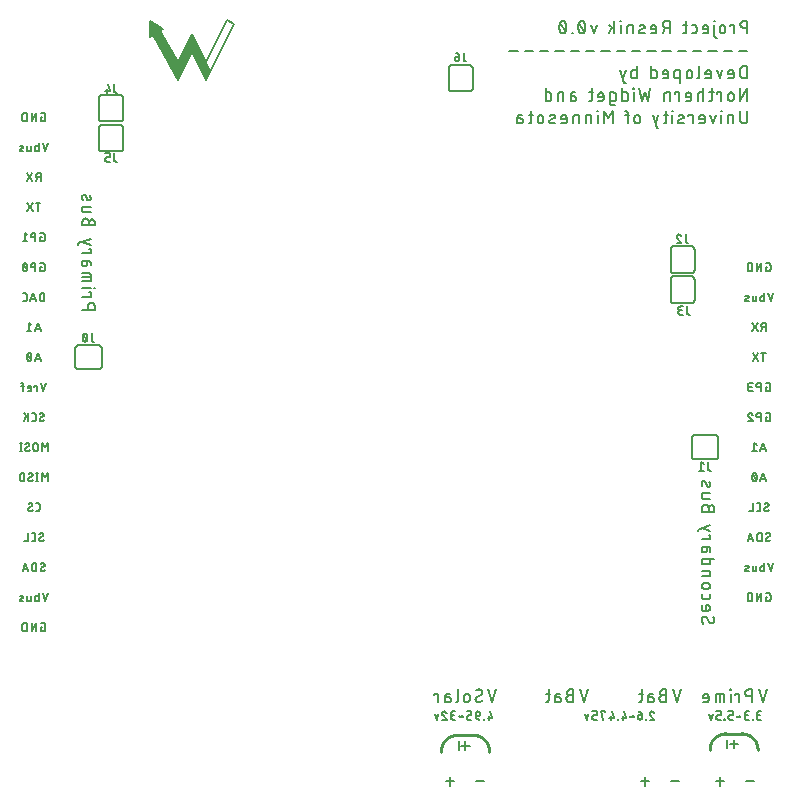
<source format=gbr>
G04 EAGLE Gerber X2 export*
%TF.Part,Single*%
%TF.FileFunction,Legend,Bot,1*%
%TF.FilePolarity,Positive*%
%TF.GenerationSoftware,Autodesk,EAGLE,9.2.1*%
%TF.CreationDate,2018-11-01T02:04:35Z*%
G75*
%MOMM*%
%FSLAX34Y34*%
%LPD*%
%INSilkscreen Bottom*%
%IPPOS*%
%AMOC8*
5,1,8,0,0,1.08239X$1,22.5*%
G01*
%ADD10C,0.127000*%
%ADD11C,0.203200*%
%ADD12C,0.254000*%
%ADD13C,0.152400*%
%ADD14C,0.200000*%

G36*
X139081Y615748D02*
X139081Y615748D01*
X139081Y615749D01*
X139081Y615750D01*
X139083Y615751D01*
X150911Y639413D01*
X162746Y615751D01*
X162747Y615750D01*
X162748Y615749D01*
X162749Y615749D01*
X162750Y615748D01*
X162751Y615749D01*
X162752Y615748D01*
X162753Y615750D01*
X162755Y615751D01*
X166458Y623143D01*
X166458Y623146D01*
X166458Y623147D01*
X166458Y623148D01*
X150916Y654226D01*
X150914Y654226D01*
X150914Y654228D01*
X150912Y654227D01*
X150910Y654228D01*
X150909Y654226D01*
X150907Y654226D01*
X139076Y630560D01*
X123773Y656992D01*
X126555Y658603D01*
X126555Y658604D01*
X126556Y658605D01*
X126556Y658606D01*
X126557Y658607D01*
X126556Y658608D01*
X126557Y658609D01*
X126555Y658610D01*
X126555Y658612D01*
X115278Y665094D01*
X115277Y665094D01*
X115276Y665095D01*
X115275Y665093D01*
X115272Y665093D01*
X115272Y665091D01*
X115271Y665090D01*
X115284Y652084D01*
X115285Y652083D01*
X115285Y652082D01*
X115287Y652081D01*
X115289Y652079D01*
X115290Y652080D01*
X115292Y652079D01*
X118013Y653655D01*
X139074Y615751D01*
X139075Y615751D01*
X139076Y615750D01*
X139076Y615749D01*
X139078Y615750D01*
X139081Y615748D01*
G37*
D10*
X24186Y584581D02*
X23043Y584581D01*
X23043Y580771D01*
X25329Y580771D01*
X25406Y580773D01*
X25483Y580779D01*
X25560Y580789D01*
X25636Y580802D01*
X25711Y580820D01*
X25785Y580841D01*
X25858Y580866D01*
X25930Y580895D01*
X26000Y580927D01*
X26069Y580962D01*
X26135Y581002D01*
X26200Y581044D01*
X26262Y581090D01*
X26322Y581139D01*
X26379Y581190D01*
X26434Y581245D01*
X26485Y581302D01*
X26534Y581362D01*
X26580Y581424D01*
X26622Y581489D01*
X26662Y581555D01*
X26697Y581624D01*
X26729Y581694D01*
X26758Y581766D01*
X26783Y581839D01*
X26804Y581913D01*
X26822Y581988D01*
X26835Y582064D01*
X26845Y582141D01*
X26851Y582218D01*
X26853Y582295D01*
X26853Y586105D01*
X26851Y586182D01*
X26845Y586259D01*
X26835Y586336D01*
X26822Y586412D01*
X26804Y586487D01*
X26783Y586561D01*
X26758Y586634D01*
X26729Y586706D01*
X26697Y586776D01*
X26662Y586845D01*
X26622Y586911D01*
X26580Y586976D01*
X26534Y587038D01*
X26485Y587098D01*
X26434Y587155D01*
X26379Y587210D01*
X26322Y587261D01*
X26262Y587310D01*
X26200Y587356D01*
X26135Y587398D01*
X26069Y587438D01*
X26000Y587473D01*
X25930Y587505D01*
X25858Y587534D01*
X25785Y587559D01*
X25711Y587580D01*
X25636Y587598D01*
X25560Y587611D01*
X25483Y587621D01*
X25406Y587627D01*
X25329Y587629D01*
X23043Y587629D01*
X19050Y587629D02*
X19050Y580771D01*
X15240Y580771D02*
X19050Y587629D01*
X15240Y587629D02*
X15240Y580771D01*
X11247Y580771D02*
X11247Y587629D01*
X9342Y587629D01*
X9257Y587627D01*
X9171Y587621D01*
X9086Y587612D01*
X9002Y587598D01*
X8918Y587581D01*
X8835Y587560D01*
X8753Y587536D01*
X8673Y587508D01*
X8593Y587476D01*
X8515Y587440D01*
X8439Y587402D01*
X8365Y587359D01*
X8293Y587314D01*
X8222Y587265D01*
X8154Y587213D01*
X8089Y587159D01*
X8026Y587101D01*
X7965Y587040D01*
X7907Y586977D01*
X7853Y586912D01*
X7801Y586844D01*
X7752Y586773D01*
X7707Y586701D01*
X7664Y586627D01*
X7626Y586551D01*
X7590Y586473D01*
X7558Y586393D01*
X7530Y586313D01*
X7506Y586231D01*
X7485Y586148D01*
X7468Y586064D01*
X7454Y585980D01*
X7445Y585895D01*
X7439Y585809D01*
X7437Y585724D01*
X7437Y582676D01*
X7439Y582591D01*
X7445Y582505D01*
X7454Y582420D01*
X7468Y582336D01*
X7485Y582252D01*
X7506Y582169D01*
X7530Y582087D01*
X7558Y582007D01*
X7590Y581927D01*
X7626Y581849D01*
X7664Y581773D01*
X7707Y581699D01*
X7752Y581627D01*
X7801Y581556D01*
X7853Y581488D01*
X7907Y581423D01*
X7965Y581360D01*
X8026Y581299D01*
X8089Y581241D01*
X8154Y581187D01*
X8222Y581135D01*
X8293Y581086D01*
X8365Y581041D01*
X8439Y580998D01*
X8515Y580960D01*
X8593Y580924D01*
X8673Y580892D01*
X8753Y580864D01*
X8835Y580840D01*
X8918Y580819D01*
X9002Y580802D01*
X9086Y580788D01*
X9171Y580779D01*
X9257Y580773D01*
X9342Y580771D01*
X11247Y580771D01*
X29265Y562229D02*
X26979Y555371D01*
X24693Y562229D01*
X21376Y562229D02*
X21376Y555371D01*
X19471Y555371D01*
X19405Y555373D01*
X19338Y555379D01*
X19273Y555388D01*
X19207Y555402D01*
X19143Y555419D01*
X19080Y555440D01*
X19018Y555464D01*
X18958Y555493D01*
X18899Y555524D01*
X18843Y555559D01*
X18788Y555597D01*
X18736Y555638D01*
X18687Y555683D01*
X18640Y555730D01*
X18595Y555779D01*
X18554Y555831D01*
X18516Y555886D01*
X18481Y555943D01*
X18450Y556001D01*
X18421Y556061D01*
X18397Y556123D01*
X18376Y556186D01*
X18359Y556250D01*
X18345Y556316D01*
X18336Y556381D01*
X18330Y556448D01*
X18328Y556514D01*
X18328Y558800D01*
X18330Y558866D01*
X18336Y558933D01*
X18345Y558998D01*
X18359Y559064D01*
X18376Y559128D01*
X18397Y559191D01*
X18421Y559253D01*
X18450Y559313D01*
X18481Y559372D01*
X18516Y559428D01*
X18554Y559483D01*
X18595Y559535D01*
X18640Y559584D01*
X18687Y559631D01*
X18736Y559676D01*
X18788Y559717D01*
X18843Y559755D01*
X18900Y559790D01*
X18958Y559821D01*
X19018Y559850D01*
X19080Y559874D01*
X19143Y559895D01*
X19207Y559912D01*
X19273Y559926D01*
X19338Y559935D01*
X19405Y559941D01*
X19471Y559943D01*
X21376Y559943D01*
X14848Y559943D02*
X14848Y556514D01*
X14846Y556448D01*
X14840Y556381D01*
X14831Y556316D01*
X14817Y556250D01*
X14800Y556186D01*
X14779Y556123D01*
X14755Y556061D01*
X14726Y556001D01*
X14695Y555943D01*
X14660Y555886D01*
X14622Y555831D01*
X14581Y555779D01*
X14536Y555730D01*
X14489Y555683D01*
X14440Y555638D01*
X14388Y555597D01*
X14333Y555559D01*
X14277Y555524D01*
X14218Y555493D01*
X14158Y555464D01*
X14096Y555440D01*
X14033Y555419D01*
X13969Y555402D01*
X13903Y555388D01*
X13838Y555379D01*
X13771Y555373D01*
X13705Y555371D01*
X11800Y555371D01*
X11800Y559943D01*
X7692Y558038D02*
X5787Y557276D01*
X7693Y558038D02*
X7750Y558063D01*
X7805Y558091D01*
X7859Y558123D01*
X7910Y558158D01*
X7959Y558197D01*
X8006Y558238D01*
X8050Y558282D01*
X8091Y558329D01*
X8129Y558379D01*
X8163Y558431D01*
X8195Y558484D01*
X8223Y558540D01*
X8247Y558597D01*
X8268Y558656D01*
X8285Y558716D01*
X8298Y558777D01*
X8307Y558839D01*
X8313Y558901D01*
X8314Y558963D01*
X8311Y559025D01*
X8305Y559087D01*
X8295Y559149D01*
X8281Y559209D01*
X8263Y559269D01*
X8241Y559328D01*
X8216Y559384D01*
X8187Y559440D01*
X8155Y559493D01*
X8119Y559544D01*
X8080Y559593D01*
X8039Y559639D01*
X7994Y559683D01*
X7947Y559724D01*
X7897Y559761D01*
X7845Y559796D01*
X7791Y559827D01*
X7735Y559854D01*
X7678Y559878D01*
X7619Y559899D01*
X7559Y559915D01*
X7498Y559928D01*
X7436Y559937D01*
X7374Y559942D01*
X7312Y559943D01*
X7311Y559943D02*
X7185Y559939D01*
X7059Y559932D01*
X6933Y559921D01*
X6807Y559906D01*
X6682Y559888D01*
X6558Y559866D01*
X6434Y559840D01*
X6311Y559811D01*
X6189Y559778D01*
X6068Y559742D01*
X5949Y559702D01*
X5830Y559658D01*
X5713Y559612D01*
X5597Y559562D01*
X5787Y557276D02*
X5730Y557251D01*
X5675Y557223D01*
X5621Y557191D01*
X5570Y557156D01*
X5521Y557117D01*
X5474Y557076D01*
X5430Y557032D01*
X5389Y556985D01*
X5351Y556935D01*
X5317Y556883D01*
X5285Y556830D01*
X5257Y556774D01*
X5233Y556717D01*
X5212Y556658D01*
X5195Y556598D01*
X5182Y556537D01*
X5173Y556475D01*
X5167Y556413D01*
X5166Y556351D01*
X5169Y556289D01*
X5175Y556227D01*
X5185Y556165D01*
X5199Y556105D01*
X5217Y556045D01*
X5239Y555986D01*
X5264Y555930D01*
X5293Y555874D01*
X5325Y555821D01*
X5361Y555770D01*
X5400Y555721D01*
X5441Y555675D01*
X5486Y555631D01*
X5533Y555590D01*
X5583Y555553D01*
X5635Y555518D01*
X5689Y555487D01*
X5745Y555460D01*
X5802Y555436D01*
X5861Y555415D01*
X5921Y555399D01*
X5982Y555386D01*
X6044Y555377D01*
X6106Y555372D01*
X6168Y555371D01*
X6321Y555375D01*
X6474Y555382D01*
X6626Y555393D01*
X6778Y555408D01*
X6930Y555427D01*
X7081Y555449D01*
X7232Y555474D01*
X7382Y555503D01*
X7531Y555536D01*
X7680Y555572D01*
X7827Y555612D01*
X7974Y555655D01*
X8120Y555702D01*
X8264Y555752D01*
X22863Y536829D02*
X22863Y529971D01*
X22863Y536829D02*
X20958Y536829D01*
X20873Y536827D01*
X20787Y536821D01*
X20702Y536812D01*
X20618Y536798D01*
X20534Y536781D01*
X20451Y536760D01*
X20369Y536736D01*
X20289Y536708D01*
X20209Y536676D01*
X20131Y536640D01*
X20055Y536602D01*
X19981Y536559D01*
X19909Y536514D01*
X19838Y536465D01*
X19770Y536413D01*
X19705Y536359D01*
X19642Y536301D01*
X19581Y536240D01*
X19523Y536177D01*
X19469Y536112D01*
X19417Y536044D01*
X19368Y535973D01*
X19323Y535901D01*
X19280Y535827D01*
X19242Y535751D01*
X19206Y535673D01*
X19174Y535593D01*
X19146Y535513D01*
X19122Y535431D01*
X19101Y535348D01*
X19084Y535264D01*
X19070Y535180D01*
X19061Y535095D01*
X19055Y535009D01*
X19053Y534924D01*
X19055Y534839D01*
X19061Y534753D01*
X19070Y534668D01*
X19084Y534584D01*
X19101Y534500D01*
X19122Y534417D01*
X19146Y534335D01*
X19174Y534255D01*
X19206Y534175D01*
X19242Y534097D01*
X19280Y534021D01*
X19323Y533947D01*
X19368Y533875D01*
X19417Y533804D01*
X19469Y533736D01*
X19523Y533671D01*
X19581Y533608D01*
X19642Y533547D01*
X19705Y533489D01*
X19770Y533435D01*
X19838Y533383D01*
X19909Y533334D01*
X19981Y533289D01*
X20055Y533246D01*
X20131Y533208D01*
X20209Y533172D01*
X20289Y533140D01*
X20369Y533112D01*
X20451Y533088D01*
X20534Y533067D01*
X20618Y533050D01*
X20702Y533036D01*
X20787Y533027D01*
X20873Y533021D01*
X20958Y533019D01*
X22863Y533019D01*
X20577Y533019D02*
X19053Y529971D01*
X15999Y529971D02*
X11427Y536829D01*
X15999Y536829D02*
X11427Y529971D01*
X20749Y511429D02*
X20749Y504571D01*
X22654Y511429D02*
X18844Y511429D01*
X11636Y511429D02*
X16208Y504571D01*
X11636Y504571D02*
X16208Y511429D01*
X22677Y482981D02*
X23820Y482981D01*
X22677Y482981D02*
X22677Y479171D01*
X24963Y479171D01*
X25040Y479173D01*
X25117Y479179D01*
X25194Y479189D01*
X25270Y479202D01*
X25345Y479220D01*
X25419Y479241D01*
X25492Y479266D01*
X25564Y479295D01*
X25634Y479327D01*
X25703Y479362D01*
X25769Y479402D01*
X25834Y479444D01*
X25896Y479490D01*
X25956Y479539D01*
X26013Y479590D01*
X26068Y479645D01*
X26119Y479702D01*
X26168Y479762D01*
X26214Y479824D01*
X26256Y479889D01*
X26296Y479955D01*
X26331Y480024D01*
X26363Y480094D01*
X26392Y480166D01*
X26417Y480239D01*
X26438Y480313D01*
X26456Y480388D01*
X26469Y480464D01*
X26479Y480541D01*
X26485Y480618D01*
X26487Y480695D01*
X26487Y484505D01*
X26485Y484582D01*
X26479Y484659D01*
X26469Y484736D01*
X26456Y484812D01*
X26438Y484887D01*
X26417Y484961D01*
X26392Y485034D01*
X26363Y485106D01*
X26331Y485176D01*
X26296Y485245D01*
X26256Y485311D01*
X26214Y485376D01*
X26168Y485438D01*
X26119Y485498D01*
X26068Y485555D01*
X26013Y485610D01*
X25956Y485661D01*
X25896Y485710D01*
X25834Y485756D01*
X25769Y485798D01*
X25703Y485838D01*
X25634Y485873D01*
X25564Y485905D01*
X25492Y485934D01*
X25419Y485959D01*
X25345Y485980D01*
X25270Y485998D01*
X25194Y486011D01*
X25117Y486021D01*
X25040Y486027D01*
X24963Y486029D01*
X22677Y486029D01*
X18524Y486029D02*
X18524Y479171D01*
X18524Y486029D02*
X16619Y486029D01*
X16534Y486027D01*
X16448Y486021D01*
X16363Y486012D01*
X16279Y485998D01*
X16195Y485981D01*
X16112Y485960D01*
X16030Y485936D01*
X15950Y485908D01*
X15870Y485876D01*
X15792Y485840D01*
X15716Y485802D01*
X15642Y485759D01*
X15570Y485714D01*
X15499Y485665D01*
X15431Y485613D01*
X15366Y485559D01*
X15303Y485501D01*
X15242Y485440D01*
X15184Y485377D01*
X15130Y485312D01*
X15078Y485244D01*
X15029Y485173D01*
X14984Y485101D01*
X14941Y485027D01*
X14903Y484951D01*
X14867Y484873D01*
X14835Y484793D01*
X14807Y484713D01*
X14783Y484631D01*
X14762Y484548D01*
X14745Y484464D01*
X14731Y484380D01*
X14722Y484295D01*
X14716Y484209D01*
X14714Y484124D01*
X14716Y484039D01*
X14722Y483953D01*
X14731Y483868D01*
X14745Y483784D01*
X14762Y483700D01*
X14783Y483617D01*
X14807Y483535D01*
X14835Y483455D01*
X14867Y483375D01*
X14903Y483297D01*
X14941Y483221D01*
X14984Y483147D01*
X15029Y483075D01*
X15078Y483004D01*
X15130Y482936D01*
X15184Y482871D01*
X15242Y482808D01*
X15303Y482747D01*
X15366Y482689D01*
X15431Y482635D01*
X15499Y482583D01*
X15570Y482534D01*
X15642Y482489D01*
X15716Y482446D01*
X15792Y482408D01*
X15870Y482372D01*
X15950Y482340D01*
X16030Y482312D01*
X16112Y482288D01*
X16195Y482267D01*
X16279Y482250D01*
X16363Y482236D01*
X16448Y482227D01*
X16534Y482221D01*
X16619Y482219D01*
X18524Y482219D01*
X11613Y484505D02*
X9708Y486029D01*
X9708Y479171D01*
X11613Y479171D02*
X7803Y479171D01*
X22677Y457581D02*
X23820Y457581D01*
X22677Y457581D02*
X22677Y453771D01*
X24963Y453771D01*
X25040Y453773D01*
X25117Y453779D01*
X25194Y453789D01*
X25270Y453802D01*
X25345Y453820D01*
X25419Y453841D01*
X25492Y453866D01*
X25564Y453895D01*
X25634Y453927D01*
X25703Y453962D01*
X25769Y454002D01*
X25834Y454044D01*
X25896Y454090D01*
X25956Y454139D01*
X26013Y454190D01*
X26068Y454245D01*
X26119Y454302D01*
X26168Y454362D01*
X26214Y454424D01*
X26256Y454489D01*
X26296Y454555D01*
X26331Y454624D01*
X26363Y454694D01*
X26392Y454766D01*
X26417Y454839D01*
X26438Y454913D01*
X26456Y454988D01*
X26469Y455064D01*
X26479Y455141D01*
X26485Y455218D01*
X26487Y455295D01*
X26487Y459105D01*
X26485Y459182D01*
X26479Y459259D01*
X26469Y459336D01*
X26456Y459412D01*
X26438Y459487D01*
X26417Y459561D01*
X26392Y459634D01*
X26363Y459706D01*
X26331Y459776D01*
X26296Y459845D01*
X26256Y459911D01*
X26214Y459976D01*
X26168Y460038D01*
X26119Y460098D01*
X26068Y460155D01*
X26013Y460210D01*
X25956Y460261D01*
X25896Y460310D01*
X25834Y460356D01*
X25769Y460398D01*
X25703Y460438D01*
X25634Y460473D01*
X25564Y460505D01*
X25492Y460534D01*
X25419Y460559D01*
X25345Y460580D01*
X25270Y460598D01*
X25194Y460611D01*
X25117Y460621D01*
X25040Y460627D01*
X24963Y460629D01*
X22677Y460629D01*
X18524Y460629D02*
X18524Y453771D01*
X18524Y460629D02*
X16619Y460629D01*
X16534Y460627D01*
X16448Y460621D01*
X16363Y460612D01*
X16279Y460598D01*
X16195Y460581D01*
X16112Y460560D01*
X16030Y460536D01*
X15950Y460508D01*
X15870Y460476D01*
X15792Y460440D01*
X15716Y460402D01*
X15642Y460359D01*
X15570Y460314D01*
X15499Y460265D01*
X15431Y460213D01*
X15366Y460159D01*
X15303Y460101D01*
X15242Y460040D01*
X15184Y459977D01*
X15130Y459912D01*
X15078Y459844D01*
X15029Y459773D01*
X14984Y459701D01*
X14941Y459627D01*
X14903Y459551D01*
X14867Y459473D01*
X14835Y459393D01*
X14807Y459313D01*
X14783Y459231D01*
X14762Y459148D01*
X14745Y459064D01*
X14731Y458980D01*
X14722Y458895D01*
X14716Y458809D01*
X14714Y458724D01*
X14716Y458639D01*
X14722Y458553D01*
X14731Y458468D01*
X14745Y458384D01*
X14762Y458300D01*
X14783Y458217D01*
X14807Y458135D01*
X14835Y458055D01*
X14867Y457975D01*
X14903Y457897D01*
X14941Y457821D01*
X14984Y457747D01*
X15029Y457675D01*
X15078Y457604D01*
X15130Y457536D01*
X15184Y457471D01*
X15242Y457408D01*
X15303Y457347D01*
X15366Y457289D01*
X15431Y457235D01*
X15499Y457183D01*
X15570Y457134D01*
X15642Y457089D01*
X15716Y457046D01*
X15792Y457008D01*
X15870Y456972D01*
X15950Y456940D01*
X16030Y456912D01*
X16112Y456888D01*
X16195Y456867D01*
X16279Y456850D01*
X16363Y456836D01*
X16448Y456827D01*
X16534Y456821D01*
X16619Y456819D01*
X18524Y456819D01*
X11613Y457200D02*
X11611Y457342D01*
X11606Y457485D01*
X11597Y457627D01*
X11584Y457769D01*
X11568Y457910D01*
X11549Y458051D01*
X11525Y458192D01*
X11499Y458332D01*
X11468Y458471D01*
X11434Y458609D01*
X11397Y458747D01*
X11357Y458883D01*
X11312Y459019D01*
X11265Y459153D01*
X11214Y459286D01*
X11160Y459418D01*
X11102Y459548D01*
X11041Y459677D01*
X11042Y459676D02*
X11016Y459745D01*
X10987Y459811D01*
X10955Y459877D01*
X10920Y459940D01*
X10881Y460002D01*
X10839Y460062D01*
X10794Y460119D01*
X10746Y460174D01*
X10695Y460226D01*
X10642Y460276D01*
X10586Y460322D01*
X10528Y460366D01*
X10467Y460407D01*
X10405Y460445D01*
X10341Y460479D01*
X10275Y460510D01*
X10207Y460538D01*
X10138Y460562D01*
X10068Y460582D01*
X9997Y460599D01*
X9926Y460612D01*
X9854Y460621D01*
X9781Y460627D01*
X9708Y460629D01*
X9635Y460627D01*
X9562Y460621D01*
X9490Y460612D01*
X9419Y460599D01*
X9348Y460582D01*
X9278Y460562D01*
X9209Y460538D01*
X9141Y460510D01*
X9075Y460479D01*
X9011Y460445D01*
X8949Y460407D01*
X8888Y460366D01*
X8830Y460322D01*
X8774Y460276D01*
X8721Y460226D01*
X8670Y460174D01*
X8622Y460119D01*
X8577Y460062D01*
X8535Y460002D01*
X8496Y459940D01*
X8461Y459877D01*
X8429Y459811D01*
X8400Y459745D01*
X8374Y459676D01*
X8374Y459677D02*
X8313Y459548D01*
X8255Y459418D01*
X8201Y459286D01*
X8150Y459153D01*
X8103Y459019D01*
X8058Y458883D01*
X8018Y458747D01*
X7981Y458609D01*
X7947Y458471D01*
X7916Y458332D01*
X7890Y458192D01*
X7866Y458051D01*
X7847Y457910D01*
X7831Y457769D01*
X7818Y457627D01*
X7809Y457485D01*
X7804Y457342D01*
X7802Y457200D01*
X11613Y457200D02*
X11611Y457058D01*
X11606Y456915D01*
X11597Y456773D01*
X11584Y456631D01*
X11568Y456490D01*
X11549Y456349D01*
X11525Y456208D01*
X11499Y456068D01*
X11468Y455929D01*
X11434Y455791D01*
X11397Y455653D01*
X11357Y455517D01*
X11312Y455381D01*
X11265Y455247D01*
X11214Y455114D01*
X11160Y454982D01*
X11102Y454852D01*
X11041Y454723D01*
X11042Y454724D02*
X11016Y454655D01*
X10987Y454589D01*
X10955Y454523D01*
X10920Y454460D01*
X10881Y454398D01*
X10839Y454338D01*
X10794Y454281D01*
X10746Y454226D01*
X10695Y454174D01*
X10642Y454124D01*
X10586Y454078D01*
X10528Y454034D01*
X10467Y453993D01*
X10405Y453955D01*
X10341Y453921D01*
X10275Y453890D01*
X10207Y453862D01*
X10138Y453838D01*
X10068Y453818D01*
X9997Y453801D01*
X9926Y453788D01*
X9854Y453779D01*
X9781Y453773D01*
X9708Y453771D01*
X8374Y454723D02*
X8313Y454852D01*
X8255Y454982D01*
X8201Y455114D01*
X8150Y455247D01*
X8103Y455381D01*
X8058Y455517D01*
X8018Y455653D01*
X7981Y455791D01*
X7947Y455929D01*
X7916Y456068D01*
X7890Y456208D01*
X7866Y456349D01*
X7847Y456490D01*
X7831Y456631D01*
X7818Y456773D01*
X7809Y456915D01*
X7804Y457058D01*
X7802Y457200D01*
X8374Y454724D02*
X8400Y454655D01*
X8429Y454589D01*
X8461Y454523D01*
X8496Y454460D01*
X8535Y454398D01*
X8577Y454338D01*
X8622Y454281D01*
X8670Y454226D01*
X8721Y454174D01*
X8774Y454124D01*
X8830Y454078D01*
X8888Y454034D01*
X8949Y453993D01*
X9011Y453955D01*
X9075Y453921D01*
X9141Y453890D01*
X9209Y453862D01*
X9278Y453838D01*
X9348Y453818D01*
X9419Y453801D01*
X9490Y453788D01*
X9562Y453779D01*
X9635Y453773D01*
X9708Y453771D01*
X11232Y455295D02*
X8184Y459105D01*
X26090Y435229D02*
X26090Y428371D01*
X26090Y435229D02*
X24185Y435229D01*
X24100Y435227D01*
X24014Y435221D01*
X23929Y435212D01*
X23845Y435198D01*
X23761Y435181D01*
X23678Y435160D01*
X23596Y435136D01*
X23516Y435108D01*
X23436Y435076D01*
X23358Y435040D01*
X23282Y435002D01*
X23208Y434959D01*
X23136Y434914D01*
X23065Y434865D01*
X22997Y434813D01*
X22932Y434759D01*
X22869Y434701D01*
X22808Y434640D01*
X22750Y434577D01*
X22696Y434512D01*
X22644Y434444D01*
X22595Y434373D01*
X22550Y434301D01*
X22507Y434227D01*
X22469Y434151D01*
X22433Y434073D01*
X22401Y433993D01*
X22373Y433913D01*
X22349Y433831D01*
X22328Y433748D01*
X22311Y433664D01*
X22297Y433580D01*
X22288Y433495D01*
X22282Y433409D01*
X22280Y433324D01*
X22280Y430276D01*
X22282Y430191D01*
X22288Y430105D01*
X22297Y430020D01*
X22311Y429936D01*
X22328Y429852D01*
X22349Y429769D01*
X22373Y429687D01*
X22401Y429607D01*
X22433Y429527D01*
X22469Y429449D01*
X22507Y429373D01*
X22550Y429299D01*
X22595Y429227D01*
X22644Y429156D01*
X22696Y429088D01*
X22750Y429023D01*
X22808Y428960D01*
X22869Y428899D01*
X22932Y428841D01*
X22997Y428787D01*
X23065Y428735D01*
X23136Y428686D01*
X23208Y428641D01*
X23282Y428598D01*
X23358Y428560D01*
X23436Y428524D01*
X23516Y428492D01*
X23596Y428464D01*
X23678Y428440D01*
X23761Y428419D01*
X23845Y428402D01*
X23929Y428388D01*
X24014Y428379D01*
X24100Y428373D01*
X24185Y428371D01*
X26090Y428371D01*
X18912Y428371D02*
X16626Y435229D01*
X14340Y428371D01*
X14912Y430086D02*
X18341Y430086D01*
X9724Y428371D02*
X8200Y428371D01*
X9724Y428371D02*
X9801Y428373D01*
X9878Y428379D01*
X9955Y428389D01*
X10031Y428402D01*
X10106Y428420D01*
X10180Y428441D01*
X10253Y428466D01*
X10325Y428495D01*
X10395Y428527D01*
X10464Y428562D01*
X10530Y428602D01*
X10595Y428644D01*
X10657Y428690D01*
X10717Y428739D01*
X10774Y428790D01*
X10829Y428845D01*
X10880Y428902D01*
X10929Y428962D01*
X10975Y429024D01*
X11017Y429089D01*
X11057Y429155D01*
X11092Y429224D01*
X11124Y429294D01*
X11153Y429366D01*
X11178Y429439D01*
X11199Y429513D01*
X11217Y429588D01*
X11230Y429664D01*
X11240Y429741D01*
X11246Y429818D01*
X11248Y429895D01*
X11248Y433705D01*
X11246Y433782D01*
X11240Y433859D01*
X11230Y433936D01*
X11217Y434012D01*
X11199Y434087D01*
X11178Y434161D01*
X11153Y434234D01*
X11124Y434306D01*
X11092Y434376D01*
X11057Y434445D01*
X11017Y434511D01*
X10975Y434576D01*
X10929Y434638D01*
X10880Y434698D01*
X10829Y434755D01*
X10774Y434810D01*
X10717Y434861D01*
X10657Y434910D01*
X10595Y434956D01*
X10530Y434998D01*
X10464Y435038D01*
X10395Y435073D01*
X10325Y435105D01*
X10253Y435134D01*
X10180Y435159D01*
X10106Y435180D01*
X10031Y435198D01*
X9955Y435211D01*
X9878Y435221D01*
X9801Y435227D01*
X9724Y435229D01*
X8200Y435229D01*
X20612Y409829D02*
X22898Y402971D01*
X18326Y402971D02*
X20612Y409829D01*
X18898Y404686D02*
X22327Y404686D01*
X15202Y408305D02*
X13297Y409829D01*
X13297Y402971D01*
X15202Y402971D02*
X11392Y402971D01*
X20612Y384429D02*
X22898Y377571D01*
X18326Y377571D02*
X20612Y384429D01*
X18898Y379286D02*
X22327Y379286D01*
X15202Y381000D02*
X15200Y381142D01*
X15195Y381285D01*
X15186Y381427D01*
X15173Y381569D01*
X15157Y381710D01*
X15138Y381851D01*
X15114Y381992D01*
X15088Y382132D01*
X15057Y382271D01*
X15023Y382409D01*
X14986Y382547D01*
X14946Y382683D01*
X14901Y382819D01*
X14854Y382953D01*
X14803Y383086D01*
X14749Y383218D01*
X14691Y383348D01*
X14630Y383477D01*
X14631Y383476D02*
X14605Y383545D01*
X14576Y383611D01*
X14544Y383677D01*
X14509Y383740D01*
X14470Y383802D01*
X14428Y383862D01*
X14383Y383919D01*
X14335Y383974D01*
X14284Y384026D01*
X14231Y384076D01*
X14175Y384122D01*
X14117Y384166D01*
X14056Y384207D01*
X13994Y384245D01*
X13930Y384279D01*
X13864Y384310D01*
X13796Y384338D01*
X13727Y384362D01*
X13657Y384382D01*
X13586Y384399D01*
X13515Y384412D01*
X13443Y384421D01*
X13370Y384427D01*
X13297Y384429D01*
X13224Y384427D01*
X13151Y384421D01*
X13079Y384412D01*
X13008Y384399D01*
X12937Y384382D01*
X12867Y384362D01*
X12798Y384338D01*
X12730Y384310D01*
X12664Y384279D01*
X12600Y384245D01*
X12538Y384207D01*
X12477Y384166D01*
X12419Y384122D01*
X12363Y384076D01*
X12310Y384026D01*
X12259Y383974D01*
X12211Y383919D01*
X12166Y383862D01*
X12124Y383802D01*
X12085Y383740D01*
X12050Y383677D01*
X12018Y383611D01*
X11989Y383545D01*
X11963Y383476D01*
X11963Y383477D02*
X11902Y383348D01*
X11844Y383218D01*
X11790Y383086D01*
X11739Y382953D01*
X11692Y382819D01*
X11647Y382683D01*
X11607Y382547D01*
X11570Y382409D01*
X11536Y382271D01*
X11505Y382132D01*
X11479Y381992D01*
X11455Y381851D01*
X11436Y381710D01*
X11420Y381569D01*
X11407Y381427D01*
X11398Y381285D01*
X11393Y381142D01*
X11391Y381000D01*
X15202Y381000D02*
X15200Y380858D01*
X15195Y380715D01*
X15186Y380573D01*
X15173Y380431D01*
X15157Y380290D01*
X15138Y380149D01*
X15114Y380008D01*
X15088Y379868D01*
X15057Y379729D01*
X15023Y379591D01*
X14986Y379453D01*
X14946Y379317D01*
X14901Y379181D01*
X14854Y379047D01*
X14803Y378914D01*
X14749Y378782D01*
X14691Y378652D01*
X14630Y378523D01*
X14631Y378524D02*
X14605Y378455D01*
X14576Y378389D01*
X14544Y378323D01*
X14509Y378260D01*
X14470Y378198D01*
X14428Y378138D01*
X14383Y378081D01*
X14335Y378026D01*
X14284Y377974D01*
X14231Y377924D01*
X14175Y377878D01*
X14117Y377834D01*
X14056Y377793D01*
X13994Y377755D01*
X13930Y377721D01*
X13864Y377690D01*
X13796Y377662D01*
X13727Y377638D01*
X13657Y377618D01*
X13586Y377601D01*
X13515Y377588D01*
X13443Y377579D01*
X13370Y377573D01*
X13297Y377571D01*
X11963Y378523D02*
X11902Y378652D01*
X11844Y378782D01*
X11790Y378914D01*
X11739Y379047D01*
X11692Y379181D01*
X11647Y379317D01*
X11607Y379453D01*
X11570Y379591D01*
X11536Y379729D01*
X11505Y379868D01*
X11479Y380008D01*
X11455Y380149D01*
X11436Y380290D01*
X11420Y380431D01*
X11407Y380573D01*
X11398Y380715D01*
X11393Y380858D01*
X11391Y381000D01*
X11963Y378524D02*
X11989Y378455D01*
X12018Y378389D01*
X12050Y378323D01*
X12085Y378260D01*
X12124Y378198D01*
X12166Y378138D01*
X12211Y378081D01*
X12259Y378026D01*
X12310Y377974D01*
X12363Y377924D01*
X12419Y377878D01*
X12477Y377834D01*
X12538Y377793D01*
X12600Y377755D01*
X12664Y377721D01*
X12730Y377690D01*
X12798Y377662D01*
X12867Y377638D01*
X12937Y377618D01*
X13008Y377601D01*
X13079Y377588D01*
X13151Y377579D01*
X13224Y377573D01*
X13297Y377571D01*
X14821Y379095D02*
X11773Y382905D01*
X27612Y359029D02*
X25326Y352171D01*
X23040Y359029D01*
X19716Y356743D02*
X19716Y352171D01*
X19716Y356743D02*
X17430Y356743D01*
X17430Y355981D01*
X13759Y352171D02*
X11854Y352171D01*
X13759Y352171D02*
X13825Y352173D01*
X13892Y352179D01*
X13957Y352188D01*
X14023Y352202D01*
X14087Y352219D01*
X14150Y352240D01*
X14212Y352264D01*
X14272Y352293D01*
X14331Y352324D01*
X14387Y352359D01*
X14442Y352397D01*
X14494Y352438D01*
X14543Y352483D01*
X14590Y352530D01*
X14635Y352579D01*
X14676Y352631D01*
X14714Y352686D01*
X14749Y352743D01*
X14780Y352801D01*
X14809Y352861D01*
X14833Y352923D01*
X14854Y352986D01*
X14871Y353050D01*
X14885Y353116D01*
X14894Y353181D01*
X14900Y353248D01*
X14902Y353314D01*
X14902Y355219D01*
X14900Y355296D01*
X14894Y355373D01*
X14884Y355450D01*
X14871Y355526D01*
X14853Y355601D01*
X14832Y355675D01*
X14807Y355748D01*
X14778Y355820D01*
X14746Y355890D01*
X14711Y355959D01*
X14671Y356025D01*
X14629Y356090D01*
X14583Y356152D01*
X14534Y356212D01*
X14483Y356269D01*
X14428Y356324D01*
X14371Y356375D01*
X14311Y356424D01*
X14249Y356470D01*
X14184Y356512D01*
X14118Y356552D01*
X14049Y356587D01*
X13979Y356619D01*
X13907Y356648D01*
X13834Y356673D01*
X13760Y356694D01*
X13685Y356712D01*
X13609Y356725D01*
X13532Y356735D01*
X13455Y356741D01*
X13378Y356743D01*
X13301Y356741D01*
X13224Y356735D01*
X13147Y356725D01*
X13071Y356712D01*
X12996Y356694D01*
X12922Y356673D01*
X12849Y356648D01*
X12777Y356619D01*
X12707Y356587D01*
X12638Y356552D01*
X12572Y356512D01*
X12507Y356470D01*
X12445Y356424D01*
X12385Y356375D01*
X12328Y356324D01*
X12273Y356269D01*
X12222Y356212D01*
X12173Y356152D01*
X12127Y356090D01*
X12085Y356025D01*
X12045Y355959D01*
X12010Y355890D01*
X11978Y355820D01*
X11949Y355748D01*
X11924Y355675D01*
X11903Y355601D01*
X11885Y355526D01*
X11872Y355450D01*
X11862Y355373D01*
X11856Y355296D01*
X11854Y355219D01*
X11854Y354457D01*
X14902Y354457D01*
X8202Y352171D02*
X8202Y357886D01*
X8200Y357952D01*
X8194Y358019D01*
X8185Y358084D01*
X8171Y358150D01*
X8154Y358214D01*
X8133Y358277D01*
X8109Y358339D01*
X8080Y358399D01*
X8049Y358458D01*
X8014Y358514D01*
X7976Y358569D01*
X7935Y358621D01*
X7890Y358670D01*
X7843Y358717D01*
X7794Y358762D01*
X7742Y358803D01*
X7687Y358841D01*
X7631Y358876D01*
X7572Y358907D01*
X7512Y358936D01*
X7450Y358960D01*
X7387Y358981D01*
X7323Y358998D01*
X7257Y359012D01*
X7192Y359021D01*
X7125Y359027D01*
X7059Y359029D01*
X6678Y359029D01*
X6678Y356743D02*
X8964Y356743D01*
X22026Y328295D02*
X22028Y328218D01*
X22034Y328141D01*
X22044Y328064D01*
X22057Y327988D01*
X22075Y327913D01*
X22096Y327839D01*
X22121Y327766D01*
X22150Y327694D01*
X22182Y327624D01*
X22217Y327555D01*
X22257Y327489D01*
X22299Y327424D01*
X22345Y327362D01*
X22394Y327302D01*
X22445Y327245D01*
X22500Y327190D01*
X22557Y327139D01*
X22617Y327090D01*
X22679Y327044D01*
X22744Y327002D01*
X22810Y326962D01*
X22879Y326927D01*
X22949Y326895D01*
X23021Y326866D01*
X23094Y326841D01*
X23168Y326820D01*
X23243Y326802D01*
X23319Y326789D01*
X23396Y326779D01*
X23473Y326773D01*
X23550Y326771D01*
X23660Y326773D01*
X23771Y326779D01*
X23881Y326788D01*
X23991Y326801D01*
X24100Y326818D01*
X24208Y326839D01*
X24316Y326863D01*
X24423Y326892D01*
X24529Y326923D01*
X24633Y326959D01*
X24737Y326998D01*
X24839Y327040D01*
X24939Y327086D01*
X25038Y327136D01*
X25135Y327188D01*
X25231Y327245D01*
X25324Y327304D01*
X25415Y327366D01*
X25504Y327432D01*
X25591Y327500D01*
X25675Y327572D01*
X25757Y327646D01*
X25836Y327723D01*
X25645Y332105D02*
X25643Y332182D01*
X25637Y332259D01*
X25627Y332336D01*
X25614Y332412D01*
X25596Y332487D01*
X25575Y332561D01*
X25550Y332634D01*
X25521Y332706D01*
X25489Y332776D01*
X25454Y332845D01*
X25414Y332911D01*
X25372Y332976D01*
X25326Y333038D01*
X25277Y333098D01*
X25226Y333155D01*
X25171Y333210D01*
X25114Y333261D01*
X25054Y333310D01*
X24992Y333356D01*
X24927Y333398D01*
X24861Y333438D01*
X24792Y333473D01*
X24722Y333505D01*
X24650Y333534D01*
X24577Y333559D01*
X24503Y333580D01*
X24428Y333598D01*
X24352Y333611D01*
X24275Y333621D01*
X24198Y333627D01*
X24121Y333629D01*
X24121Y333630D02*
X24019Y333628D01*
X23917Y333623D01*
X23815Y333614D01*
X23714Y333601D01*
X23613Y333584D01*
X23513Y333565D01*
X23413Y333541D01*
X23315Y333514D01*
X23217Y333483D01*
X23121Y333449D01*
X23026Y333412D01*
X22932Y333371D01*
X22840Y333327D01*
X22750Y333279D01*
X22661Y333229D01*
X22574Y333175D01*
X22489Y333118D01*
X22406Y333058D01*
X24883Y330771D02*
X24948Y330812D01*
X25011Y330855D01*
X25071Y330902D01*
X25130Y330952D01*
X25185Y331004D01*
X25238Y331059D01*
X25289Y331117D01*
X25336Y331177D01*
X25380Y331240D01*
X25422Y331304D01*
X25460Y331370D01*
X25494Y331439D01*
X25525Y331509D01*
X25553Y331580D01*
X25577Y331652D01*
X25598Y331726D01*
X25615Y331801D01*
X25628Y331876D01*
X25637Y331952D01*
X25643Y332028D01*
X25645Y332105D01*
X22787Y329629D02*
X22722Y329588D01*
X22659Y329545D01*
X22599Y329498D01*
X22540Y329448D01*
X22485Y329396D01*
X22432Y329341D01*
X22381Y329283D01*
X22334Y329223D01*
X22290Y329160D01*
X22248Y329096D01*
X22210Y329030D01*
X22176Y328961D01*
X22145Y328891D01*
X22117Y328820D01*
X22093Y328748D01*
X22072Y328674D01*
X22055Y328599D01*
X22042Y328524D01*
X22033Y328448D01*
X22027Y328372D01*
X22025Y328295D01*
X22788Y329629D02*
X24883Y330772D01*
X17272Y326771D02*
X15748Y326771D01*
X17272Y326771D02*
X17349Y326773D01*
X17426Y326779D01*
X17503Y326789D01*
X17579Y326802D01*
X17654Y326820D01*
X17728Y326841D01*
X17801Y326866D01*
X17873Y326895D01*
X17943Y326927D01*
X18012Y326962D01*
X18078Y327002D01*
X18143Y327044D01*
X18205Y327090D01*
X18265Y327139D01*
X18322Y327190D01*
X18377Y327245D01*
X18428Y327302D01*
X18477Y327362D01*
X18523Y327424D01*
X18565Y327489D01*
X18605Y327555D01*
X18640Y327624D01*
X18672Y327694D01*
X18701Y327766D01*
X18726Y327839D01*
X18747Y327913D01*
X18765Y327988D01*
X18778Y328064D01*
X18788Y328141D01*
X18794Y328218D01*
X18796Y328295D01*
X18796Y332105D01*
X18794Y332182D01*
X18788Y332259D01*
X18778Y332336D01*
X18765Y332412D01*
X18747Y332487D01*
X18726Y332561D01*
X18701Y332634D01*
X18672Y332706D01*
X18640Y332776D01*
X18605Y332845D01*
X18565Y332911D01*
X18523Y332976D01*
X18477Y333038D01*
X18428Y333098D01*
X18377Y333155D01*
X18322Y333210D01*
X18265Y333261D01*
X18205Y333310D01*
X18143Y333356D01*
X18078Y333398D01*
X18012Y333438D01*
X17943Y333473D01*
X17873Y333505D01*
X17801Y333534D01*
X17728Y333559D01*
X17654Y333580D01*
X17579Y333598D01*
X17503Y333611D01*
X17426Y333621D01*
X17349Y333627D01*
X17272Y333629D01*
X15748Y333629D01*
X12264Y333629D02*
X12264Y326771D01*
X12264Y329438D02*
X8454Y333629D01*
X10740Y330962D02*
X8454Y326771D01*
X29032Y308229D02*
X29032Y301371D01*
X26746Y304419D02*
X29032Y308229D01*
X26746Y304419D02*
X24460Y308229D01*
X24460Y301371D01*
X20604Y303276D02*
X20604Y306324D01*
X20602Y306409D01*
X20596Y306495D01*
X20587Y306580D01*
X20573Y306664D01*
X20556Y306748D01*
X20535Y306831D01*
X20511Y306913D01*
X20483Y306993D01*
X20451Y307073D01*
X20415Y307151D01*
X20377Y307227D01*
X20334Y307301D01*
X20289Y307373D01*
X20240Y307444D01*
X20188Y307512D01*
X20134Y307577D01*
X20076Y307640D01*
X20015Y307701D01*
X19952Y307759D01*
X19887Y307813D01*
X19819Y307865D01*
X19748Y307914D01*
X19676Y307959D01*
X19602Y308002D01*
X19526Y308040D01*
X19448Y308076D01*
X19368Y308108D01*
X19288Y308136D01*
X19206Y308160D01*
X19123Y308181D01*
X19039Y308198D01*
X18955Y308212D01*
X18870Y308221D01*
X18784Y308227D01*
X18699Y308229D01*
X18614Y308227D01*
X18528Y308221D01*
X18443Y308212D01*
X18359Y308198D01*
X18275Y308181D01*
X18192Y308160D01*
X18110Y308136D01*
X18030Y308108D01*
X17950Y308076D01*
X17872Y308040D01*
X17796Y308002D01*
X17722Y307959D01*
X17650Y307914D01*
X17579Y307865D01*
X17511Y307813D01*
X17446Y307759D01*
X17383Y307701D01*
X17322Y307640D01*
X17264Y307577D01*
X17210Y307512D01*
X17158Y307444D01*
X17109Y307373D01*
X17064Y307301D01*
X17021Y307227D01*
X16983Y307151D01*
X16947Y307073D01*
X16915Y306993D01*
X16887Y306913D01*
X16863Y306831D01*
X16842Y306748D01*
X16825Y306664D01*
X16811Y306580D01*
X16802Y306495D01*
X16796Y306409D01*
X16794Y306324D01*
X16794Y303276D01*
X16796Y303191D01*
X16802Y303105D01*
X16811Y303020D01*
X16825Y302936D01*
X16842Y302852D01*
X16863Y302769D01*
X16887Y302687D01*
X16915Y302607D01*
X16947Y302527D01*
X16983Y302449D01*
X17021Y302373D01*
X17064Y302299D01*
X17109Y302227D01*
X17158Y302156D01*
X17210Y302088D01*
X17264Y302023D01*
X17322Y301960D01*
X17383Y301899D01*
X17446Y301841D01*
X17511Y301787D01*
X17579Y301735D01*
X17650Y301686D01*
X17722Y301641D01*
X17796Y301598D01*
X17872Y301560D01*
X17950Y301524D01*
X18030Y301492D01*
X18110Y301464D01*
X18192Y301440D01*
X18275Y301419D01*
X18359Y301402D01*
X18443Y301388D01*
X18528Y301379D01*
X18614Y301373D01*
X18699Y301371D01*
X18784Y301373D01*
X18870Y301379D01*
X18955Y301388D01*
X19039Y301402D01*
X19123Y301419D01*
X19206Y301440D01*
X19288Y301464D01*
X19368Y301492D01*
X19448Y301524D01*
X19526Y301560D01*
X19602Y301598D01*
X19676Y301641D01*
X19748Y301686D01*
X19819Y301735D01*
X19887Y301787D01*
X19952Y301841D01*
X20015Y301899D01*
X20076Y301960D01*
X20134Y302023D01*
X20188Y302088D01*
X20240Y302156D01*
X20289Y302227D01*
X20334Y302299D01*
X20377Y302373D01*
X20415Y302449D01*
X20451Y302527D01*
X20483Y302607D01*
X20511Y302687D01*
X20535Y302769D01*
X20556Y302852D01*
X20573Y302936D01*
X20587Y303020D01*
X20596Y303105D01*
X20602Y303191D01*
X20604Y303276D01*
X11247Y301371D02*
X11170Y301373D01*
X11093Y301379D01*
X11016Y301389D01*
X10940Y301402D01*
X10865Y301420D01*
X10791Y301441D01*
X10718Y301466D01*
X10646Y301495D01*
X10576Y301527D01*
X10507Y301562D01*
X10441Y301602D01*
X10376Y301644D01*
X10314Y301690D01*
X10254Y301739D01*
X10197Y301790D01*
X10142Y301845D01*
X10091Y301902D01*
X10042Y301962D01*
X9996Y302024D01*
X9954Y302089D01*
X9914Y302155D01*
X9879Y302224D01*
X9847Y302294D01*
X9818Y302366D01*
X9793Y302439D01*
X9772Y302513D01*
X9754Y302588D01*
X9741Y302664D01*
X9731Y302741D01*
X9725Y302818D01*
X9723Y302895D01*
X11247Y301371D02*
X11357Y301373D01*
X11468Y301379D01*
X11578Y301388D01*
X11688Y301401D01*
X11797Y301418D01*
X11905Y301439D01*
X12013Y301463D01*
X12120Y301492D01*
X12226Y301523D01*
X12330Y301559D01*
X12434Y301598D01*
X12536Y301640D01*
X12636Y301686D01*
X12735Y301736D01*
X12832Y301788D01*
X12928Y301845D01*
X13021Y301904D01*
X13112Y301966D01*
X13201Y302032D01*
X13288Y302100D01*
X13372Y302172D01*
X13454Y302246D01*
X13533Y302323D01*
X13343Y306705D02*
X13341Y306782D01*
X13335Y306859D01*
X13325Y306936D01*
X13312Y307012D01*
X13294Y307087D01*
X13273Y307161D01*
X13248Y307234D01*
X13219Y307306D01*
X13187Y307376D01*
X13152Y307445D01*
X13112Y307511D01*
X13070Y307576D01*
X13024Y307638D01*
X12975Y307698D01*
X12924Y307755D01*
X12869Y307810D01*
X12812Y307861D01*
X12752Y307910D01*
X12690Y307956D01*
X12625Y307998D01*
X12559Y308038D01*
X12490Y308073D01*
X12420Y308105D01*
X12348Y308134D01*
X12275Y308159D01*
X12201Y308180D01*
X12126Y308198D01*
X12050Y308211D01*
X11973Y308221D01*
X11896Y308227D01*
X11819Y308229D01*
X11819Y308230D02*
X11717Y308228D01*
X11615Y308223D01*
X11513Y308214D01*
X11412Y308201D01*
X11311Y308184D01*
X11211Y308165D01*
X11111Y308141D01*
X11013Y308114D01*
X10915Y308083D01*
X10819Y308049D01*
X10724Y308012D01*
X10630Y307971D01*
X10538Y307927D01*
X10448Y307879D01*
X10359Y307829D01*
X10272Y307775D01*
X10187Y307718D01*
X10104Y307658D01*
X12581Y305371D02*
X12646Y305412D01*
X12709Y305455D01*
X12769Y305502D01*
X12828Y305552D01*
X12883Y305604D01*
X12936Y305659D01*
X12987Y305717D01*
X13034Y305777D01*
X13078Y305840D01*
X13120Y305904D01*
X13158Y305970D01*
X13192Y306039D01*
X13223Y306109D01*
X13251Y306180D01*
X13275Y306252D01*
X13296Y306326D01*
X13313Y306401D01*
X13326Y306476D01*
X13335Y306552D01*
X13341Y306628D01*
X13343Y306705D01*
X10485Y304229D02*
X10420Y304188D01*
X10357Y304145D01*
X10297Y304098D01*
X10238Y304048D01*
X10183Y303996D01*
X10130Y303941D01*
X10079Y303883D01*
X10032Y303823D01*
X9988Y303760D01*
X9946Y303696D01*
X9908Y303630D01*
X9874Y303561D01*
X9843Y303491D01*
X9815Y303420D01*
X9791Y303348D01*
X9770Y303274D01*
X9753Y303199D01*
X9740Y303124D01*
X9731Y303048D01*
X9725Y302972D01*
X9723Y302895D01*
X10485Y304229D02*
X12581Y305372D01*
X6020Y308229D02*
X6020Y301371D01*
X6782Y301371D02*
X5258Y301371D01*
X5258Y308229D02*
X6782Y308229D01*
X28872Y282829D02*
X28872Y275971D01*
X26586Y279019D02*
X28872Y282829D01*
X26586Y279019D02*
X24300Y282829D01*
X24300Y275971D01*
X20002Y275971D02*
X20002Y282829D01*
X20764Y275971D02*
X19240Y275971D01*
X19240Y282829D02*
X20764Y282829D01*
X14013Y275971D02*
X13936Y275973D01*
X13859Y275979D01*
X13782Y275989D01*
X13706Y276002D01*
X13631Y276020D01*
X13557Y276041D01*
X13484Y276066D01*
X13412Y276095D01*
X13342Y276127D01*
X13273Y276162D01*
X13207Y276202D01*
X13142Y276244D01*
X13080Y276290D01*
X13020Y276339D01*
X12963Y276390D01*
X12908Y276445D01*
X12857Y276502D01*
X12808Y276562D01*
X12762Y276624D01*
X12720Y276689D01*
X12680Y276755D01*
X12645Y276824D01*
X12613Y276894D01*
X12584Y276966D01*
X12559Y277039D01*
X12538Y277113D01*
X12520Y277188D01*
X12507Y277264D01*
X12497Y277341D01*
X12491Y277418D01*
X12489Y277495D01*
X14013Y275971D02*
X14123Y275973D01*
X14234Y275979D01*
X14344Y275988D01*
X14454Y276001D01*
X14563Y276018D01*
X14671Y276039D01*
X14779Y276063D01*
X14886Y276092D01*
X14992Y276123D01*
X15096Y276159D01*
X15200Y276198D01*
X15302Y276240D01*
X15402Y276286D01*
X15501Y276336D01*
X15598Y276388D01*
X15694Y276445D01*
X15787Y276504D01*
X15878Y276566D01*
X15967Y276632D01*
X16054Y276700D01*
X16138Y276772D01*
X16220Y276846D01*
X16299Y276923D01*
X16109Y281305D02*
X16107Y281382D01*
X16101Y281459D01*
X16091Y281536D01*
X16078Y281612D01*
X16060Y281687D01*
X16039Y281761D01*
X16014Y281834D01*
X15985Y281906D01*
X15953Y281976D01*
X15918Y282045D01*
X15878Y282111D01*
X15836Y282176D01*
X15790Y282238D01*
X15741Y282298D01*
X15690Y282355D01*
X15635Y282410D01*
X15578Y282461D01*
X15518Y282510D01*
X15456Y282556D01*
X15391Y282598D01*
X15325Y282638D01*
X15256Y282673D01*
X15186Y282705D01*
X15114Y282734D01*
X15041Y282759D01*
X14967Y282780D01*
X14892Y282798D01*
X14816Y282811D01*
X14739Y282821D01*
X14662Y282827D01*
X14585Y282829D01*
X14585Y282830D02*
X14483Y282828D01*
X14381Y282823D01*
X14279Y282814D01*
X14178Y282801D01*
X14077Y282784D01*
X13977Y282765D01*
X13877Y282741D01*
X13779Y282714D01*
X13681Y282683D01*
X13585Y282649D01*
X13490Y282612D01*
X13396Y282571D01*
X13304Y282527D01*
X13214Y282479D01*
X13125Y282429D01*
X13038Y282375D01*
X12953Y282318D01*
X12870Y282258D01*
X15347Y279971D02*
X15412Y280012D01*
X15475Y280055D01*
X15535Y280102D01*
X15594Y280152D01*
X15649Y280204D01*
X15702Y280259D01*
X15753Y280317D01*
X15800Y280377D01*
X15844Y280440D01*
X15886Y280504D01*
X15924Y280570D01*
X15958Y280639D01*
X15989Y280709D01*
X16017Y280780D01*
X16041Y280852D01*
X16062Y280926D01*
X16079Y281001D01*
X16092Y281076D01*
X16101Y281152D01*
X16107Y281228D01*
X16109Y281305D01*
X13251Y278829D02*
X13186Y278788D01*
X13123Y278745D01*
X13063Y278698D01*
X13004Y278648D01*
X12949Y278596D01*
X12896Y278541D01*
X12845Y278483D01*
X12798Y278423D01*
X12754Y278360D01*
X12712Y278296D01*
X12674Y278230D01*
X12640Y278161D01*
X12609Y278091D01*
X12581Y278020D01*
X12557Y277948D01*
X12536Y277874D01*
X12519Y277799D01*
X12506Y277724D01*
X12497Y277648D01*
X12491Y277572D01*
X12489Y277495D01*
X13251Y278829D02*
X15347Y279972D01*
X9228Y280924D02*
X9228Y277876D01*
X9228Y280924D02*
X9226Y281009D01*
X9220Y281095D01*
X9211Y281180D01*
X9197Y281264D01*
X9180Y281348D01*
X9159Y281431D01*
X9135Y281513D01*
X9107Y281593D01*
X9075Y281673D01*
X9039Y281751D01*
X9001Y281827D01*
X8958Y281901D01*
X8913Y281973D01*
X8864Y282044D01*
X8812Y282112D01*
X8758Y282177D01*
X8700Y282240D01*
X8639Y282301D01*
X8576Y282359D01*
X8511Y282413D01*
X8443Y282465D01*
X8372Y282514D01*
X8300Y282559D01*
X8226Y282602D01*
X8150Y282640D01*
X8072Y282676D01*
X7992Y282708D01*
X7912Y282736D01*
X7830Y282760D01*
X7747Y282781D01*
X7663Y282798D01*
X7579Y282812D01*
X7494Y282821D01*
X7408Y282827D01*
X7323Y282829D01*
X7238Y282827D01*
X7152Y282821D01*
X7067Y282812D01*
X6983Y282798D01*
X6899Y282781D01*
X6816Y282760D01*
X6734Y282736D01*
X6654Y282708D01*
X6574Y282676D01*
X6496Y282640D01*
X6420Y282602D01*
X6346Y282559D01*
X6274Y282514D01*
X6203Y282465D01*
X6135Y282413D01*
X6070Y282359D01*
X6007Y282301D01*
X5946Y282240D01*
X5888Y282177D01*
X5834Y282112D01*
X5782Y282044D01*
X5733Y281973D01*
X5688Y281901D01*
X5645Y281827D01*
X5607Y281751D01*
X5571Y281673D01*
X5539Y281593D01*
X5511Y281513D01*
X5487Y281431D01*
X5466Y281348D01*
X5449Y281264D01*
X5435Y281180D01*
X5426Y281095D01*
X5420Y281009D01*
X5418Y280924D01*
X5418Y277876D01*
X5420Y277791D01*
X5426Y277705D01*
X5435Y277620D01*
X5449Y277536D01*
X5466Y277452D01*
X5487Y277369D01*
X5511Y277287D01*
X5539Y277207D01*
X5571Y277127D01*
X5607Y277049D01*
X5645Y276973D01*
X5688Y276899D01*
X5733Y276827D01*
X5782Y276756D01*
X5834Y276688D01*
X5888Y276623D01*
X5946Y276560D01*
X6007Y276499D01*
X6070Y276441D01*
X6135Y276387D01*
X6203Y276335D01*
X6274Y276286D01*
X6346Y276241D01*
X6420Y276198D01*
X6496Y276160D01*
X6574Y276124D01*
X6654Y276092D01*
X6734Y276064D01*
X6816Y276040D01*
X6899Y276019D01*
X6983Y276002D01*
X7067Y275988D01*
X7152Y275979D01*
X7238Y275973D01*
X7323Y275971D01*
X7408Y275973D01*
X7494Y275979D01*
X7579Y275988D01*
X7663Y276002D01*
X7747Y276019D01*
X7830Y276040D01*
X7912Y276064D01*
X7992Y276092D01*
X8072Y276124D01*
X8150Y276160D01*
X8226Y276198D01*
X8300Y276241D01*
X8372Y276286D01*
X8443Y276335D01*
X8511Y276387D01*
X8576Y276441D01*
X8639Y276499D01*
X8700Y276560D01*
X8758Y276623D01*
X8812Y276688D01*
X8864Y276756D01*
X8913Y276827D01*
X8958Y276899D01*
X9001Y276973D01*
X9039Y277049D01*
X9075Y277127D01*
X9107Y277207D01*
X9135Y277287D01*
X9159Y277369D01*
X9180Y277452D01*
X9197Y277536D01*
X9211Y277620D01*
X9220Y277705D01*
X9226Y277791D01*
X9228Y277876D01*
X18944Y250571D02*
X20468Y250571D01*
X20545Y250573D01*
X20622Y250579D01*
X20699Y250589D01*
X20775Y250602D01*
X20850Y250620D01*
X20924Y250641D01*
X20997Y250666D01*
X21069Y250695D01*
X21139Y250727D01*
X21208Y250762D01*
X21274Y250802D01*
X21339Y250844D01*
X21401Y250890D01*
X21461Y250939D01*
X21518Y250990D01*
X21573Y251045D01*
X21624Y251102D01*
X21673Y251162D01*
X21719Y251224D01*
X21761Y251289D01*
X21801Y251355D01*
X21836Y251424D01*
X21868Y251494D01*
X21897Y251566D01*
X21922Y251639D01*
X21943Y251713D01*
X21961Y251788D01*
X21974Y251864D01*
X21984Y251941D01*
X21990Y252018D01*
X21992Y252095D01*
X21992Y255905D01*
X21990Y255982D01*
X21984Y256059D01*
X21974Y256136D01*
X21961Y256212D01*
X21943Y256287D01*
X21922Y256361D01*
X21897Y256434D01*
X21868Y256506D01*
X21836Y256576D01*
X21801Y256645D01*
X21761Y256711D01*
X21719Y256776D01*
X21673Y256838D01*
X21624Y256898D01*
X21573Y256955D01*
X21518Y257010D01*
X21461Y257061D01*
X21401Y257110D01*
X21339Y257156D01*
X21274Y257198D01*
X21208Y257238D01*
X21139Y257273D01*
X21069Y257305D01*
X20997Y257334D01*
X20924Y257359D01*
X20850Y257380D01*
X20775Y257398D01*
X20699Y257411D01*
X20622Y257421D01*
X20545Y257427D01*
X20468Y257429D01*
X18944Y257429D01*
X12298Y252095D02*
X12300Y252018D01*
X12306Y251941D01*
X12316Y251864D01*
X12329Y251788D01*
X12347Y251713D01*
X12368Y251639D01*
X12393Y251566D01*
X12422Y251494D01*
X12454Y251424D01*
X12489Y251355D01*
X12529Y251289D01*
X12571Y251224D01*
X12617Y251162D01*
X12666Y251102D01*
X12717Y251045D01*
X12772Y250990D01*
X12829Y250939D01*
X12889Y250890D01*
X12951Y250844D01*
X13016Y250802D01*
X13082Y250762D01*
X13151Y250727D01*
X13221Y250695D01*
X13293Y250666D01*
X13366Y250641D01*
X13440Y250620D01*
X13515Y250602D01*
X13591Y250589D01*
X13668Y250579D01*
X13745Y250573D01*
X13822Y250571D01*
X13932Y250573D01*
X14043Y250579D01*
X14153Y250588D01*
X14263Y250601D01*
X14372Y250618D01*
X14480Y250639D01*
X14588Y250663D01*
X14695Y250692D01*
X14801Y250723D01*
X14905Y250759D01*
X15009Y250798D01*
X15111Y250840D01*
X15211Y250886D01*
X15310Y250936D01*
X15407Y250988D01*
X15503Y251045D01*
X15596Y251104D01*
X15687Y251166D01*
X15776Y251232D01*
X15863Y251300D01*
X15947Y251372D01*
X16029Y251446D01*
X16108Y251523D01*
X15918Y255905D02*
X15916Y255982D01*
X15910Y256059D01*
X15900Y256136D01*
X15887Y256212D01*
X15869Y256287D01*
X15848Y256361D01*
X15823Y256434D01*
X15794Y256506D01*
X15762Y256576D01*
X15727Y256645D01*
X15687Y256711D01*
X15645Y256776D01*
X15599Y256838D01*
X15550Y256898D01*
X15499Y256955D01*
X15444Y257010D01*
X15387Y257061D01*
X15327Y257110D01*
X15265Y257156D01*
X15200Y257198D01*
X15134Y257238D01*
X15065Y257273D01*
X14995Y257305D01*
X14923Y257334D01*
X14850Y257359D01*
X14776Y257380D01*
X14701Y257398D01*
X14625Y257411D01*
X14548Y257421D01*
X14471Y257427D01*
X14394Y257429D01*
X14394Y257430D02*
X14292Y257428D01*
X14190Y257423D01*
X14088Y257414D01*
X13987Y257401D01*
X13886Y257384D01*
X13786Y257365D01*
X13686Y257341D01*
X13588Y257314D01*
X13490Y257283D01*
X13394Y257249D01*
X13299Y257212D01*
X13205Y257171D01*
X13113Y257127D01*
X13023Y257079D01*
X12934Y257029D01*
X12847Y256975D01*
X12762Y256918D01*
X12679Y256858D01*
X15156Y254571D02*
X15221Y254612D01*
X15284Y254655D01*
X15344Y254702D01*
X15403Y254752D01*
X15458Y254804D01*
X15511Y254859D01*
X15562Y254917D01*
X15609Y254977D01*
X15653Y255040D01*
X15695Y255104D01*
X15733Y255170D01*
X15767Y255239D01*
X15798Y255309D01*
X15826Y255380D01*
X15850Y255452D01*
X15871Y255526D01*
X15888Y255601D01*
X15901Y255676D01*
X15910Y255752D01*
X15916Y255828D01*
X15918Y255905D01*
X13060Y253429D02*
X12995Y253388D01*
X12932Y253345D01*
X12872Y253298D01*
X12813Y253248D01*
X12758Y253196D01*
X12705Y253141D01*
X12654Y253083D01*
X12607Y253023D01*
X12563Y252960D01*
X12521Y252896D01*
X12483Y252830D01*
X12449Y252761D01*
X12418Y252691D01*
X12390Y252620D01*
X12366Y252548D01*
X12345Y252474D01*
X12328Y252399D01*
X12315Y252324D01*
X12306Y252248D01*
X12300Y252172D01*
X12298Y252095D01*
X13060Y253429D02*
X15156Y254572D01*
X21575Y226695D02*
X21577Y226618D01*
X21583Y226541D01*
X21593Y226464D01*
X21606Y226388D01*
X21624Y226313D01*
X21645Y226239D01*
X21670Y226166D01*
X21699Y226094D01*
X21731Y226024D01*
X21766Y225955D01*
X21806Y225889D01*
X21848Y225824D01*
X21894Y225762D01*
X21943Y225702D01*
X21994Y225645D01*
X22049Y225590D01*
X22106Y225539D01*
X22166Y225490D01*
X22228Y225444D01*
X22293Y225402D01*
X22359Y225362D01*
X22428Y225327D01*
X22498Y225295D01*
X22570Y225266D01*
X22643Y225241D01*
X22717Y225220D01*
X22792Y225202D01*
X22868Y225189D01*
X22945Y225179D01*
X23022Y225173D01*
X23099Y225171D01*
X23209Y225173D01*
X23320Y225179D01*
X23430Y225188D01*
X23540Y225201D01*
X23649Y225218D01*
X23757Y225239D01*
X23865Y225263D01*
X23972Y225292D01*
X24078Y225323D01*
X24182Y225359D01*
X24286Y225398D01*
X24388Y225440D01*
X24488Y225486D01*
X24587Y225536D01*
X24684Y225588D01*
X24780Y225645D01*
X24873Y225704D01*
X24964Y225766D01*
X25053Y225832D01*
X25140Y225900D01*
X25224Y225972D01*
X25306Y226046D01*
X25385Y226123D01*
X25195Y230505D02*
X25193Y230582D01*
X25187Y230659D01*
X25177Y230736D01*
X25164Y230812D01*
X25146Y230887D01*
X25125Y230961D01*
X25100Y231034D01*
X25071Y231106D01*
X25039Y231176D01*
X25004Y231245D01*
X24964Y231311D01*
X24922Y231376D01*
X24876Y231438D01*
X24827Y231498D01*
X24776Y231555D01*
X24721Y231610D01*
X24664Y231661D01*
X24604Y231710D01*
X24542Y231756D01*
X24477Y231798D01*
X24411Y231838D01*
X24342Y231873D01*
X24272Y231905D01*
X24200Y231934D01*
X24127Y231959D01*
X24053Y231980D01*
X23978Y231998D01*
X23902Y232011D01*
X23825Y232021D01*
X23748Y232027D01*
X23671Y232029D01*
X23671Y232030D02*
X23569Y232028D01*
X23467Y232023D01*
X23365Y232014D01*
X23264Y232001D01*
X23163Y231984D01*
X23063Y231965D01*
X22963Y231941D01*
X22865Y231914D01*
X22767Y231883D01*
X22671Y231849D01*
X22576Y231812D01*
X22482Y231771D01*
X22390Y231727D01*
X22300Y231679D01*
X22211Y231629D01*
X22124Y231575D01*
X22039Y231518D01*
X21956Y231458D01*
X24433Y229171D02*
X24498Y229212D01*
X24561Y229255D01*
X24621Y229302D01*
X24680Y229352D01*
X24735Y229404D01*
X24788Y229459D01*
X24839Y229517D01*
X24886Y229577D01*
X24930Y229640D01*
X24972Y229704D01*
X25010Y229770D01*
X25044Y229839D01*
X25075Y229909D01*
X25103Y229980D01*
X25127Y230052D01*
X25148Y230126D01*
X25165Y230201D01*
X25178Y230276D01*
X25187Y230352D01*
X25193Y230428D01*
X25195Y230505D01*
X22337Y228029D02*
X22272Y227988D01*
X22209Y227945D01*
X22149Y227898D01*
X22090Y227848D01*
X22035Y227796D01*
X21982Y227741D01*
X21931Y227683D01*
X21884Y227623D01*
X21840Y227560D01*
X21798Y227496D01*
X21760Y227430D01*
X21726Y227361D01*
X21695Y227291D01*
X21667Y227220D01*
X21643Y227148D01*
X21622Y227074D01*
X21605Y226999D01*
X21592Y226924D01*
X21583Y226848D01*
X21577Y226772D01*
X21575Y226695D01*
X22337Y228029D02*
X24433Y229172D01*
X16821Y225171D02*
X15297Y225171D01*
X16821Y225171D02*
X16898Y225173D01*
X16975Y225179D01*
X17052Y225189D01*
X17128Y225202D01*
X17203Y225220D01*
X17277Y225241D01*
X17350Y225266D01*
X17422Y225295D01*
X17492Y225327D01*
X17561Y225362D01*
X17627Y225402D01*
X17692Y225444D01*
X17754Y225490D01*
X17814Y225539D01*
X17871Y225590D01*
X17926Y225645D01*
X17977Y225702D01*
X18026Y225762D01*
X18072Y225824D01*
X18114Y225889D01*
X18154Y225955D01*
X18189Y226024D01*
X18221Y226094D01*
X18250Y226166D01*
X18275Y226239D01*
X18296Y226313D01*
X18314Y226388D01*
X18327Y226464D01*
X18337Y226541D01*
X18343Y226618D01*
X18345Y226695D01*
X18345Y230505D01*
X18343Y230582D01*
X18337Y230659D01*
X18327Y230736D01*
X18314Y230812D01*
X18296Y230887D01*
X18275Y230961D01*
X18250Y231034D01*
X18221Y231106D01*
X18189Y231176D01*
X18154Y231245D01*
X18114Y231311D01*
X18072Y231376D01*
X18026Y231438D01*
X17977Y231498D01*
X17926Y231555D01*
X17871Y231610D01*
X17814Y231661D01*
X17754Y231710D01*
X17692Y231756D01*
X17627Y231798D01*
X17561Y231838D01*
X17492Y231873D01*
X17422Y231905D01*
X17350Y231934D01*
X17277Y231959D01*
X17203Y231980D01*
X17128Y231998D01*
X17052Y232011D01*
X16975Y232021D01*
X16898Y232027D01*
X16821Y232029D01*
X15297Y232029D01*
X11953Y232029D02*
X11953Y225171D01*
X8905Y225171D01*
X22868Y201295D02*
X22870Y201218D01*
X22876Y201141D01*
X22886Y201064D01*
X22899Y200988D01*
X22917Y200913D01*
X22938Y200839D01*
X22963Y200766D01*
X22992Y200694D01*
X23024Y200624D01*
X23059Y200555D01*
X23099Y200489D01*
X23141Y200424D01*
X23187Y200362D01*
X23236Y200302D01*
X23287Y200245D01*
X23342Y200190D01*
X23399Y200139D01*
X23459Y200090D01*
X23521Y200044D01*
X23586Y200002D01*
X23652Y199962D01*
X23721Y199927D01*
X23791Y199895D01*
X23863Y199866D01*
X23936Y199841D01*
X24010Y199820D01*
X24085Y199802D01*
X24161Y199789D01*
X24238Y199779D01*
X24315Y199773D01*
X24392Y199771D01*
X24502Y199773D01*
X24613Y199779D01*
X24723Y199788D01*
X24833Y199801D01*
X24942Y199818D01*
X25050Y199839D01*
X25158Y199863D01*
X25265Y199892D01*
X25371Y199923D01*
X25475Y199959D01*
X25579Y199998D01*
X25681Y200040D01*
X25781Y200086D01*
X25880Y200136D01*
X25977Y200188D01*
X26073Y200245D01*
X26166Y200304D01*
X26257Y200366D01*
X26346Y200432D01*
X26433Y200500D01*
X26517Y200572D01*
X26599Y200646D01*
X26678Y200723D01*
X26487Y205105D02*
X26485Y205182D01*
X26479Y205259D01*
X26469Y205336D01*
X26456Y205412D01*
X26438Y205487D01*
X26417Y205561D01*
X26392Y205634D01*
X26363Y205706D01*
X26331Y205776D01*
X26296Y205845D01*
X26256Y205911D01*
X26214Y205976D01*
X26168Y206038D01*
X26119Y206098D01*
X26068Y206155D01*
X26013Y206210D01*
X25956Y206261D01*
X25896Y206310D01*
X25834Y206356D01*
X25769Y206398D01*
X25703Y206438D01*
X25634Y206473D01*
X25564Y206505D01*
X25492Y206534D01*
X25419Y206559D01*
X25345Y206580D01*
X25270Y206598D01*
X25194Y206611D01*
X25117Y206621D01*
X25040Y206627D01*
X24963Y206629D01*
X24963Y206630D02*
X24861Y206628D01*
X24759Y206623D01*
X24657Y206614D01*
X24556Y206601D01*
X24455Y206584D01*
X24355Y206565D01*
X24255Y206541D01*
X24157Y206514D01*
X24059Y206483D01*
X23963Y206449D01*
X23868Y206412D01*
X23774Y206371D01*
X23682Y206327D01*
X23592Y206279D01*
X23503Y206229D01*
X23416Y206175D01*
X23331Y206118D01*
X23248Y206058D01*
X25725Y203771D02*
X25790Y203812D01*
X25853Y203855D01*
X25913Y203902D01*
X25972Y203952D01*
X26027Y204004D01*
X26080Y204059D01*
X26131Y204117D01*
X26178Y204177D01*
X26222Y204240D01*
X26264Y204304D01*
X26302Y204370D01*
X26336Y204439D01*
X26367Y204509D01*
X26395Y204580D01*
X26419Y204652D01*
X26440Y204726D01*
X26457Y204801D01*
X26470Y204876D01*
X26479Y204952D01*
X26485Y205028D01*
X26487Y205105D01*
X23629Y202629D02*
X23564Y202588D01*
X23501Y202545D01*
X23441Y202498D01*
X23382Y202448D01*
X23327Y202396D01*
X23274Y202341D01*
X23223Y202283D01*
X23176Y202223D01*
X23132Y202160D01*
X23090Y202096D01*
X23052Y202030D01*
X23018Y201961D01*
X22987Y201891D01*
X22959Y201820D01*
X22935Y201748D01*
X22914Y201674D01*
X22897Y201599D01*
X22884Y201524D01*
X22875Y201448D01*
X22869Y201372D01*
X22867Y201295D01*
X23630Y202629D02*
X25725Y203772D01*
X19362Y206629D02*
X19362Y199771D01*
X19362Y206629D02*
X17457Y206629D01*
X17372Y206627D01*
X17286Y206621D01*
X17201Y206612D01*
X17117Y206598D01*
X17033Y206581D01*
X16950Y206560D01*
X16868Y206536D01*
X16788Y206508D01*
X16708Y206476D01*
X16630Y206440D01*
X16554Y206402D01*
X16480Y206359D01*
X16408Y206314D01*
X16337Y206265D01*
X16269Y206213D01*
X16204Y206159D01*
X16141Y206101D01*
X16080Y206040D01*
X16022Y205977D01*
X15968Y205912D01*
X15916Y205844D01*
X15867Y205773D01*
X15822Y205701D01*
X15779Y205627D01*
X15741Y205551D01*
X15705Y205473D01*
X15673Y205393D01*
X15645Y205313D01*
X15621Y205231D01*
X15600Y205148D01*
X15583Y205064D01*
X15569Y204980D01*
X15560Y204895D01*
X15554Y204809D01*
X15552Y204724D01*
X15552Y201676D01*
X15554Y201591D01*
X15560Y201505D01*
X15569Y201420D01*
X15583Y201336D01*
X15600Y201252D01*
X15621Y201169D01*
X15645Y201087D01*
X15673Y201007D01*
X15705Y200927D01*
X15741Y200849D01*
X15779Y200773D01*
X15822Y200699D01*
X15867Y200627D01*
X15916Y200556D01*
X15968Y200488D01*
X16022Y200423D01*
X16080Y200360D01*
X16141Y200299D01*
X16204Y200241D01*
X16269Y200187D01*
X16337Y200135D01*
X16408Y200086D01*
X16480Y200041D01*
X16554Y199998D01*
X16630Y199960D01*
X16708Y199924D01*
X16788Y199892D01*
X16868Y199864D01*
X16950Y199840D01*
X17033Y199819D01*
X17117Y199802D01*
X17201Y199788D01*
X17286Y199779D01*
X17372Y199773D01*
X17457Y199771D01*
X19362Y199771D01*
X12184Y199771D02*
X9898Y206629D01*
X7612Y199771D01*
X8184Y201486D02*
X11613Y201486D01*
X29265Y181229D02*
X26979Y174371D01*
X24693Y181229D01*
X21376Y181229D02*
X21376Y174371D01*
X19471Y174371D01*
X19405Y174373D01*
X19338Y174379D01*
X19273Y174388D01*
X19207Y174402D01*
X19143Y174419D01*
X19080Y174440D01*
X19018Y174464D01*
X18958Y174493D01*
X18899Y174524D01*
X18843Y174559D01*
X18788Y174597D01*
X18736Y174638D01*
X18687Y174683D01*
X18640Y174730D01*
X18595Y174779D01*
X18554Y174831D01*
X18516Y174886D01*
X18481Y174943D01*
X18450Y175001D01*
X18421Y175061D01*
X18397Y175123D01*
X18376Y175186D01*
X18359Y175250D01*
X18345Y175316D01*
X18336Y175381D01*
X18330Y175448D01*
X18328Y175514D01*
X18328Y177800D01*
X18330Y177866D01*
X18336Y177933D01*
X18345Y177998D01*
X18359Y178064D01*
X18376Y178128D01*
X18397Y178191D01*
X18421Y178253D01*
X18450Y178313D01*
X18481Y178372D01*
X18516Y178428D01*
X18554Y178483D01*
X18595Y178535D01*
X18640Y178584D01*
X18687Y178631D01*
X18736Y178676D01*
X18788Y178717D01*
X18843Y178755D01*
X18900Y178790D01*
X18958Y178821D01*
X19018Y178850D01*
X19080Y178874D01*
X19143Y178895D01*
X19207Y178912D01*
X19273Y178926D01*
X19338Y178935D01*
X19405Y178941D01*
X19471Y178943D01*
X21376Y178943D01*
X14848Y178943D02*
X14848Y175514D01*
X14846Y175448D01*
X14840Y175381D01*
X14831Y175316D01*
X14817Y175250D01*
X14800Y175186D01*
X14779Y175123D01*
X14755Y175061D01*
X14726Y175001D01*
X14695Y174943D01*
X14660Y174886D01*
X14622Y174831D01*
X14581Y174779D01*
X14536Y174730D01*
X14489Y174683D01*
X14440Y174638D01*
X14388Y174597D01*
X14333Y174559D01*
X14277Y174524D01*
X14218Y174493D01*
X14158Y174464D01*
X14096Y174440D01*
X14033Y174419D01*
X13969Y174402D01*
X13903Y174388D01*
X13838Y174379D01*
X13771Y174373D01*
X13705Y174371D01*
X11800Y174371D01*
X11800Y178943D01*
X7692Y177038D02*
X5787Y176276D01*
X7693Y177038D02*
X7750Y177063D01*
X7805Y177091D01*
X7859Y177123D01*
X7910Y177158D01*
X7959Y177197D01*
X8006Y177238D01*
X8050Y177282D01*
X8091Y177329D01*
X8129Y177379D01*
X8163Y177431D01*
X8195Y177484D01*
X8223Y177540D01*
X8247Y177597D01*
X8268Y177656D01*
X8285Y177716D01*
X8298Y177777D01*
X8307Y177839D01*
X8313Y177901D01*
X8314Y177963D01*
X8311Y178025D01*
X8305Y178087D01*
X8295Y178149D01*
X8281Y178209D01*
X8263Y178269D01*
X8241Y178328D01*
X8216Y178384D01*
X8187Y178440D01*
X8155Y178493D01*
X8119Y178544D01*
X8080Y178593D01*
X8039Y178639D01*
X7994Y178683D01*
X7947Y178724D01*
X7897Y178761D01*
X7845Y178796D01*
X7791Y178827D01*
X7735Y178854D01*
X7678Y178878D01*
X7619Y178899D01*
X7559Y178915D01*
X7498Y178928D01*
X7436Y178937D01*
X7374Y178942D01*
X7312Y178943D01*
X7311Y178943D02*
X7185Y178939D01*
X7059Y178932D01*
X6933Y178921D01*
X6807Y178906D01*
X6682Y178888D01*
X6558Y178866D01*
X6434Y178840D01*
X6311Y178811D01*
X6189Y178778D01*
X6068Y178742D01*
X5949Y178702D01*
X5830Y178658D01*
X5713Y178612D01*
X5597Y178562D01*
X5787Y176276D02*
X5730Y176251D01*
X5675Y176223D01*
X5621Y176191D01*
X5570Y176156D01*
X5521Y176117D01*
X5474Y176076D01*
X5430Y176032D01*
X5389Y175985D01*
X5351Y175935D01*
X5317Y175883D01*
X5285Y175830D01*
X5257Y175774D01*
X5233Y175717D01*
X5212Y175658D01*
X5195Y175598D01*
X5182Y175537D01*
X5173Y175475D01*
X5167Y175413D01*
X5166Y175351D01*
X5169Y175289D01*
X5175Y175227D01*
X5185Y175165D01*
X5199Y175105D01*
X5217Y175045D01*
X5239Y174986D01*
X5264Y174930D01*
X5293Y174874D01*
X5325Y174821D01*
X5361Y174770D01*
X5400Y174721D01*
X5441Y174675D01*
X5486Y174631D01*
X5533Y174590D01*
X5583Y174553D01*
X5635Y174518D01*
X5689Y174487D01*
X5745Y174460D01*
X5802Y174436D01*
X5861Y174415D01*
X5921Y174399D01*
X5982Y174386D01*
X6044Y174377D01*
X6106Y174372D01*
X6168Y174371D01*
X6321Y174375D01*
X6474Y174382D01*
X6626Y174393D01*
X6778Y174408D01*
X6930Y174427D01*
X7081Y174449D01*
X7232Y174474D01*
X7382Y174503D01*
X7531Y174536D01*
X7680Y174572D01*
X7827Y174612D01*
X7974Y174655D01*
X8120Y174702D01*
X8264Y174752D01*
X23043Y152781D02*
X24186Y152781D01*
X23043Y152781D02*
X23043Y148971D01*
X25329Y148971D01*
X25406Y148973D01*
X25483Y148979D01*
X25560Y148989D01*
X25636Y149002D01*
X25711Y149020D01*
X25785Y149041D01*
X25858Y149066D01*
X25930Y149095D01*
X26000Y149127D01*
X26069Y149162D01*
X26135Y149202D01*
X26200Y149244D01*
X26262Y149290D01*
X26322Y149339D01*
X26379Y149390D01*
X26434Y149445D01*
X26485Y149502D01*
X26534Y149562D01*
X26580Y149624D01*
X26622Y149689D01*
X26662Y149755D01*
X26697Y149824D01*
X26729Y149894D01*
X26758Y149966D01*
X26783Y150039D01*
X26804Y150113D01*
X26822Y150188D01*
X26835Y150264D01*
X26845Y150341D01*
X26851Y150418D01*
X26853Y150495D01*
X26853Y154305D01*
X26851Y154382D01*
X26845Y154459D01*
X26835Y154536D01*
X26822Y154612D01*
X26804Y154687D01*
X26783Y154761D01*
X26758Y154834D01*
X26729Y154906D01*
X26697Y154976D01*
X26662Y155045D01*
X26622Y155111D01*
X26580Y155176D01*
X26534Y155238D01*
X26485Y155298D01*
X26434Y155355D01*
X26379Y155410D01*
X26322Y155461D01*
X26262Y155510D01*
X26200Y155556D01*
X26135Y155598D01*
X26069Y155638D01*
X26000Y155673D01*
X25930Y155705D01*
X25858Y155734D01*
X25785Y155759D01*
X25711Y155780D01*
X25636Y155798D01*
X25560Y155811D01*
X25483Y155821D01*
X25406Y155827D01*
X25329Y155829D01*
X23043Y155829D01*
X19050Y155829D02*
X19050Y148971D01*
X15240Y148971D02*
X19050Y155829D01*
X15240Y155829D02*
X15240Y148971D01*
X11247Y148971D02*
X11247Y155829D01*
X9342Y155829D01*
X9257Y155827D01*
X9171Y155821D01*
X9086Y155812D01*
X9002Y155798D01*
X8918Y155781D01*
X8835Y155760D01*
X8753Y155736D01*
X8673Y155708D01*
X8593Y155676D01*
X8515Y155640D01*
X8439Y155602D01*
X8365Y155559D01*
X8293Y155514D01*
X8222Y155465D01*
X8154Y155413D01*
X8089Y155359D01*
X8026Y155301D01*
X7965Y155240D01*
X7907Y155177D01*
X7853Y155112D01*
X7801Y155044D01*
X7752Y154973D01*
X7707Y154901D01*
X7664Y154827D01*
X7626Y154751D01*
X7590Y154673D01*
X7558Y154593D01*
X7530Y154513D01*
X7506Y154431D01*
X7485Y154348D01*
X7468Y154264D01*
X7454Y154180D01*
X7445Y154095D01*
X7439Y154009D01*
X7437Y153924D01*
X7437Y150876D01*
X7439Y150791D01*
X7445Y150705D01*
X7454Y150620D01*
X7468Y150536D01*
X7485Y150452D01*
X7506Y150369D01*
X7530Y150287D01*
X7558Y150207D01*
X7590Y150127D01*
X7626Y150049D01*
X7664Y149973D01*
X7707Y149899D01*
X7752Y149827D01*
X7801Y149756D01*
X7853Y149688D01*
X7907Y149623D01*
X7965Y149560D01*
X8026Y149499D01*
X8089Y149441D01*
X8154Y149387D01*
X8222Y149335D01*
X8293Y149286D01*
X8365Y149241D01*
X8439Y149198D01*
X8515Y149160D01*
X8593Y149124D01*
X8673Y149092D01*
X8753Y149064D01*
X8835Y149040D01*
X8918Y149019D01*
X9002Y149002D01*
X9086Y148988D01*
X9171Y148979D01*
X9257Y148973D01*
X9342Y148971D01*
X11247Y148971D01*
X637088Y457581D02*
X638231Y457581D01*
X637088Y457581D02*
X637088Y453771D01*
X639374Y453771D01*
X639451Y453773D01*
X639528Y453779D01*
X639605Y453789D01*
X639681Y453802D01*
X639756Y453820D01*
X639830Y453841D01*
X639903Y453866D01*
X639975Y453895D01*
X640045Y453927D01*
X640114Y453962D01*
X640180Y454002D01*
X640245Y454044D01*
X640307Y454090D01*
X640367Y454139D01*
X640424Y454190D01*
X640479Y454245D01*
X640530Y454302D01*
X640579Y454362D01*
X640625Y454424D01*
X640667Y454489D01*
X640707Y454555D01*
X640742Y454624D01*
X640774Y454694D01*
X640803Y454766D01*
X640828Y454839D01*
X640849Y454913D01*
X640867Y454988D01*
X640880Y455064D01*
X640890Y455141D01*
X640896Y455218D01*
X640898Y455295D01*
X640898Y459105D01*
X640896Y459182D01*
X640890Y459259D01*
X640880Y459336D01*
X640867Y459412D01*
X640849Y459487D01*
X640828Y459561D01*
X640803Y459634D01*
X640774Y459706D01*
X640742Y459776D01*
X640707Y459845D01*
X640667Y459911D01*
X640625Y459976D01*
X640579Y460038D01*
X640530Y460098D01*
X640479Y460155D01*
X640424Y460210D01*
X640367Y460261D01*
X640307Y460310D01*
X640245Y460356D01*
X640180Y460398D01*
X640114Y460438D01*
X640045Y460473D01*
X639975Y460505D01*
X639903Y460534D01*
X639830Y460559D01*
X639756Y460580D01*
X639681Y460598D01*
X639605Y460611D01*
X639528Y460621D01*
X639451Y460627D01*
X639374Y460629D01*
X637088Y460629D01*
X633095Y460629D02*
X633095Y453771D01*
X629285Y453771D02*
X633095Y460629D01*
X629285Y460629D02*
X629285Y453771D01*
X625292Y453771D02*
X625292Y460629D01*
X623387Y460629D01*
X623302Y460627D01*
X623216Y460621D01*
X623131Y460612D01*
X623047Y460598D01*
X622963Y460581D01*
X622880Y460560D01*
X622798Y460536D01*
X622718Y460508D01*
X622638Y460476D01*
X622560Y460440D01*
X622484Y460402D01*
X622410Y460359D01*
X622338Y460314D01*
X622267Y460265D01*
X622199Y460213D01*
X622134Y460159D01*
X622071Y460101D01*
X622010Y460040D01*
X621952Y459977D01*
X621898Y459912D01*
X621846Y459844D01*
X621797Y459773D01*
X621752Y459701D01*
X621709Y459627D01*
X621671Y459551D01*
X621635Y459473D01*
X621603Y459393D01*
X621575Y459313D01*
X621551Y459231D01*
X621530Y459148D01*
X621513Y459064D01*
X621499Y458980D01*
X621490Y458895D01*
X621484Y458809D01*
X621482Y458724D01*
X621482Y455676D01*
X621484Y455591D01*
X621490Y455505D01*
X621499Y455420D01*
X621513Y455336D01*
X621530Y455252D01*
X621551Y455169D01*
X621575Y455087D01*
X621603Y455007D01*
X621635Y454927D01*
X621671Y454849D01*
X621709Y454773D01*
X621752Y454699D01*
X621797Y454627D01*
X621846Y454556D01*
X621898Y454488D01*
X621952Y454423D01*
X622010Y454360D01*
X622071Y454299D01*
X622134Y454241D01*
X622199Y454187D01*
X622267Y454135D01*
X622338Y454086D01*
X622410Y454041D01*
X622484Y453998D01*
X622560Y453960D01*
X622638Y453924D01*
X622718Y453892D01*
X622798Y453864D01*
X622880Y453840D01*
X622963Y453819D01*
X623047Y453802D01*
X623131Y453788D01*
X623216Y453779D01*
X623302Y453773D01*
X623387Y453771D01*
X625292Y453771D01*
X643310Y435229D02*
X641024Y428371D01*
X638738Y435229D01*
X635421Y435229D02*
X635421Y428371D01*
X633516Y428371D01*
X633450Y428373D01*
X633383Y428379D01*
X633318Y428388D01*
X633252Y428402D01*
X633188Y428419D01*
X633125Y428440D01*
X633063Y428464D01*
X633003Y428493D01*
X632945Y428524D01*
X632888Y428559D01*
X632833Y428597D01*
X632781Y428638D01*
X632732Y428683D01*
X632685Y428730D01*
X632640Y428779D01*
X632599Y428831D01*
X632561Y428886D01*
X632526Y428943D01*
X632495Y429001D01*
X632466Y429061D01*
X632442Y429123D01*
X632421Y429186D01*
X632404Y429250D01*
X632390Y429316D01*
X632381Y429381D01*
X632375Y429448D01*
X632373Y429514D01*
X632373Y431800D01*
X632375Y431866D01*
X632381Y431933D01*
X632390Y431998D01*
X632404Y432064D01*
X632421Y432128D01*
X632442Y432191D01*
X632466Y432253D01*
X632495Y432313D01*
X632526Y432372D01*
X632561Y432428D01*
X632599Y432483D01*
X632640Y432535D01*
X632685Y432584D01*
X632732Y432631D01*
X632781Y432676D01*
X632833Y432717D01*
X632888Y432755D01*
X632945Y432790D01*
X633003Y432821D01*
X633063Y432850D01*
X633125Y432874D01*
X633188Y432895D01*
X633252Y432912D01*
X633318Y432926D01*
X633383Y432935D01*
X633450Y432941D01*
X633516Y432943D01*
X635421Y432943D01*
X628893Y432943D02*
X628893Y429514D01*
X628891Y429448D01*
X628885Y429381D01*
X628876Y429316D01*
X628862Y429250D01*
X628845Y429186D01*
X628824Y429123D01*
X628800Y429061D01*
X628771Y429001D01*
X628740Y428943D01*
X628705Y428886D01*
X628667Y428831D01*
X628626Y428779D01*
X628581Y428730D01*
X628534Y428683D01*
X628485Y428638D01*
X628433Y428597D01*
X628378Y428559D01*
X628322Y428524D01*
X628263Y428493D01*
X628203Y428464D01*
X628141Y428440D01*
X628078Y428419D01*
X628014Y428402D01*
X627948Y428388D01*
X627883Y428379D01*
X627816Y428373D01*
X627750Y428371D01*
X625845Y428371D01*
X625845Y432943D01*
X621737Y431038D02*
X619832Y430276D01*
X621738Y431038D02*
X621795Y431063D01*
X621850Y431091D01*
X621904Y431123D01*
X621955Y431158D01*
X622004Y431197D01*
X622051Y431238D01*
X622095Y431282D01*
X622136Y431329D01*
X622174Y431379D01*
X622208Y431431D01*
X622240Y431484D01*
X622268Y431540D01*
X622292Y431597D01*
X622313Y431656D01*
X622330Y431716D01*
X622343Y431777D01*
X622352Y431839D01*
X622358Y431901D01*
X622359Y431963D01*
X622356Y432025D01*
X622350Y432087D01*
X622340Y432149D01*
X622326Y432209D01*
X622308Y432269D01*
X622286Y432328D01*
X622261Y432384D01*
X622232Y432440D01*
X622200Y432493D01*
X622164Y432544D01*
X622125Y432593D01*
X622084Y432639D01*
X622039Y432683D01*
X621992Y432724D01*
X621942Y432761D01*
X621890Y432796D01*
X621836Y432827D01*
X621780Y432854D01*
X621723Y432878D01*
X621664Y432899D01*
X621604Y432915D01*
X621543Y432928D01*
X621481Y432937D01*
X621419Y432942D01*
X621357Y432943D01*
X621356Y432943D02*
X621230Y432939D01*
X621104Y432932D01*
X620978Y432921D01*
X620852Y432906D01*
X620727Y432888D01*
X620603Y432866D01*
X620479Y432840D01*
X620356Y432811D01*
X620234Y432778D01*
X620113Y432742D01*
X619994Y432702D01*
X619875Y432658D01*
X619758Y432612D01*
X619642Y432562D01*
X619832Y430276D02*
X619775Y430251D01*
X619720Y430223D01*
X619666Y430191D01*
X619615Y430156D01*
X619566Y430117D01*
X619519Y430076D01*
X619475Y430032D01*
X619434Y429985D01*
X619396Y429935D01*
X619362Y429883D01*
X619330Y429830D01*
X619302Y429774D01*
X619278Y429717D01*
X619257Y429658D01*
X619240Y429598D01*
X619227Y429537D01*
X619218Y429475D01*
X619212Y429413D01*
X619211Y429351D01*
X619214Y429289D01*
X619220Y429227D01*
X619230Y429165D01*
X619244Y429105D01*
X619262Y429045D01*
X619284Y428986D01*
X619309Y428930D01*
X619338Y428874D01*
X619370Y428821D01*
X619406Y428770D01*
X619445Y428721D01*
X619486Y428675D01*
X619531Y428631D01*
X619578Y428590D01*
X619628Y428553D01*
X619680Y428518D01*
X619734Y428487D01*
X619790Y428460D01*
X619847Y428436D01*
X619906Y428415D01*
X619966Y428399D01*
X620027Y428386D01*
X620089Y428377D01*
X620151Y428372D01*
X620213Y428371D01*
X620366Y428375D01*
X620519Y428382D01*
X620671Y428393D01*
X620823Y428408D01*
X620975Y428427D01*
X621126Y428449D01*
X621277Y428474D01*
X621427Y428503D01*
X621576Y428536D01*
X621725Y428572D01*
X621872Y428612D01*
X622019Y428655D01*
X622165Y428702D01*
X622309Y428752D01*
X636908Y409829D02*
X636908Y402971D01*
X636908Y409829D02*
X635003Y409829D01*
X634918Y409827D01*
X634832Y409821D01*
X634747Y409812D01*
X634663Y409798D01*
X634579Y409781D01*
X634496Y409760D01*
X634414Y409736D01*
X634334Y409708D01*
X634254Y409676D01*
X634176Y409640D01*
X634100Y409602D01*
X634026Y409559D01*
X633954Y409514D01*
X633883Y409465D01*
X633815Y409413D01*
X633750Y409359D01*
X633687Y409301D01*
X633626Y409240D01*
X633568Y409177D01*
X633514Y409112D01*
X633462Y409044D01*
X633413Y408973D01*
X633368Y408901D01*
X633325Y408827D01*
X633287Y408751D01*
X633251Y408673D01*
X633219Y408593D01*
X633191Y408513D01*
X633167Y408431D01*
X633146Y408348D01*
X633129Y408264D01*
X633115Y408180D01*
X633106Y408095D01*
X633100Y408009D01*
X633098Y407924D01*
X633100Y407839D01*
X633106Y407753D01*
X633115Y407668D01*
X633129Y407584D01*
X633146Y407500D01*
X633167Y407417D01*
X633191Y407335D01*
X633219Y407255D01*
X633251Y407175D01*
X633287Y407097D01*
X633325Y407021D01*
X633368Y406947D01*
X633413Y406875D01*
X633462Y406804D01*
X633514Y406736D01*
X633568Y406671D01*
X633626Y406608D01*
X633687Y406547D01*
X633750Y406489D01*
X633815Y406435D01*
X633883Y406383D01*
X633954Y406334D01*
X634026Y406289D01*
X634100Y406246D01*
X634176Y406208D01*
X634254Y406172D01*
X634334Y406140D01*
X634414Y406112D01*
X634496Y406088D01*
X634579Y406067D01*
X634663Y406050D01*
X634747Y406036D01*
X634832Y406027D01*
X634918Y406021D01*
X635003Y406019D01*
X636908Y406019D01*
X634622Y406019D02*
X633098Y402971D01*
X630044Y402971D02*
X625472Y409829D01*
X630044Y409829D02*
X625472Y402971D01*
X634794Y384429D02*
X634794Y377571D01*
X636699Y384429D02*
X632889Y384429D01*
X625681Y384429D02*
X630253Y377571D01*
X625681Y377571D02*
X630253Y384429D01*
X636722Y355981D02*
X637865Y355981D01*
X636722Y355981D02*
X636722Y352171D01*
X639008Y352171D01*
X639085Y352173D01*
X639162Y352179D01*
X639239Y352189D01*
X639315Y352202D01*
X639390Y352220D01*
X639464Y352241D01*
X639537Y352266D01*
X639609Y352295D01*
X639679Y352327D01*
X639748Y352362D01*
X639814Y352402D01*
X639879Y352444D01*
X639941Y352490D01*
X640001Y352539D01*
X640058Y352590D01*
X640113Y352645D01*
X640164Y352702D01*
X640213Y352762D01*
X640259Y352824D01*
X640301Y352889D01*
X640341Y352955D01*
X640376Y353024D01*
X640408Y353094D01*
X640437Y353166D01*
X640462Y353239D01*
X640483Y353313D01*
X640501Y353388D01*
X640514Y353464D01*
X640524Y353541D01*
X640530Y353618D01*
X640532Y353695D01*
X640532Y357505D01*
X640530Y357582D01*
X640524Y357659D01*
X640514Y357736D01*
X640501Y357812D01*
X640483Y357887D01*
X640462Y357961D01*
X640437Y358034D01*
X640408Y358106D01*
X640376Y358176D01*
X640341Y358245D01*
X640301Y358311D01*
X640259Y358376D01*
X640213Y358438D01*
X640164Y358498D01*
X640113Y358555D01*
X640058Y358610D01*
X640001Y358661D01*
X639941Y358710D01*
X639879Y358756D01*
X639814Y358798D01*
X639748Y358838D01*
X639679Y358873D01*
X639609Y358905D01*
X639537Y358934D01*
X639464Y358959D01*
X639390Y358980D01*
X639315Y358998D01*
X639239Y359011D01*
X639162Y359021D01*
X639085Y359027D01*
X639008Y359029D01*
X636722Y359029D01*
X632569Y359029D02*
X632569Y352171D01*
X632569Y359029D02*
X630664Y359029D01*
X630579Y359027D01*
X630493Y359021D01*
X630408Y359012D01*
X630324Y358998D01*
X630240Y358981D01*
X630157Y358960D01*
X630075Y358936D01*
X629995Y358908D01*
X629915Y358876D01*
X629837Y358840D01*
X629761Y358802D01*
X629687Y358759D01*
X629615Y358714D01*
X629544Y358665D01*
X629476Y358613D01*
X629411Y358559D01*
X629348Y358501D01*
X629287Y358440D01*
X629229Y358377D01*
X629175Y358312D01*
X629123Y358244D01*
X629074Y358173D01*
X629029Y358101D01*
X628986Y358027D01*
X628948Y357951D01*
X628912Y357873D01*
X628880Y357793D01*
X628852Y357713D01*
X628828Y357631D01*
X628807Y357548D01*
X628790Y357464D01*
X628776Y357380D01*
X628767Y357295D01*
X628761Y357209D01*
X628759Y357124D01*
X628761Y357039D01*
X628767Y356953D01*
X628776Y356868D01*
X628790Y356784D01*
X628807Y356700D01*
X628828Y356617D01*
X628852Y356535D01*
X628880Y356455D01*
X628912Y356375D01*
X628948Y356297D01*
X628986Y356221D01*
X629029Y356147D01*
X629074Y356075D01*
X629123Y356004D01*
X629175Y355936D01*
X629229Y355871D01*
X629287Y355808D01*
X629348Y355747D01*
X629411Y355689D01*
X629476Y355635D01*
X629544Y355583D01*
X629615Y355534D01*
X629687Y355489D01*
X629761Y355446D01*
X629837Y355408D01*
X629915Y355372D01*
X629995Y355340D01*
X630075Y355312D01*
X630157Y355288D01*
X630240Y355267D01*
X630324Y355250D01*
X630408Y355236D01*
X630493Y355227D01*
X630579Y355221D01*
X630664Y355219D01*
X632569Y355219D01*
X625658Y352171D02*
X623753Y352171D01*
X623668Y352173D01*
X623582Y352179D01*
X623497Y352188D01*
X623413Y352202D01*
X623329Y352219D01*
X623246Y352240D01*
X623164Y352264D01*
X623084Y352292D01*
X623004Y352324D01*
X622926Y352360D01*
X622850Y352398D01*
X622776Y352441D01*
X622704Y352486D01*
X622633Y352535D01*
X622565Y352587D01*
X622500Y352641D01*
X622437Y352699D01*
X622376Y352760D01*
X622318Y352823D01*
X622264Y352888D01*
X622212Y352956D01*
X622163Y353027D01*
X622118Y353099D01*
X622075Y353173D01*
X622037Y353249D01*
X622001Y353327D01*
X621969Y353407D01*
X621941Y353487D01*
X621917Y353569D01*
X621896Y353652D01*
X621879Y353736D01*
X621865Y353820D01*
X621856Y353905D01*
X621850Y353991D01*
X621848Y354076D01*
X621850Y354161D01*
X621856Y354247D01*
X621865Y354332D01*
X621879Y354416D01*
X621896Y354500D01*
X621917Y354583D01*
X621941Y354665D01*
X621969Y354745D01*
X622001Y354825D01*
X622037Y354903D01*
X622075Y354979D01*
X622118Y355053D01*
X622163Y355125D01*
X622212Y355196D01*
X622264Y355264D01*
X622318Y355329D01*
X622376Y355392D01*
X622437Y355453D01*
X622500Y355511D01*
X622565Y355565D01*
X622633Y355617D01*
X622704Y355666D01*
X622776Y355711D01*
X622850Y355754D01*
X622926Y355792D01*
X623004Y355828D01*
X623084Y355860D01*
X623164Y355888D01*
X623246Y355912D01*
X623329Y355933D01*
X623413Y355950D01*
X623497Y355964D01*
X623582Y355973D01*
X623668Y355979D01*
X623753Y355981D01*
X623372Y359029D02*
X625658Y359029D01*
X623372Y359029D02*
X623295Y359027D01*
X623218Y359021D01*
X623141Y359011D01*
X623065Y358998D01*
X622990Y358980D01*
X622916Y358959D01*
X622843Y358934D01*
X622771Y358905D01*
X622701Y358873D01*
X622632Y358838D01*
X622566Y358798D01*
X622501Y358756D01*
X622439Y358710D01*
X622379Y358661D01*
X622322Y358610D01*
X622267Y358555D01*
X622216Y358498D01*
X622167Y358438D01*
X622121Y358376D01*
X622079Y358311D01*
X622039Y358245D01*
X622004Y358176D01*
X621972Y358106D01*
X621943Y358034D01*
X621918Y357961D01*
X621897Y357887D01*
X621879Y357812D01*
X621866Y357736D01*
X621856Y357659D01*
X621850Y357582D01*
X621848Y357505D01*
X621850Y357428D01*
X621856Y357351D01*
X621866Y357274D01*
X621879Y357198D01*
X621897Y357123D01*
X621918Y357049D01*
X621943Y356976D01*
X621972Y356904D01*
X622004Y356834D01*
X622039Y356765D01*
X622079Y356699D01*
X622121Y356634D01*
X622167Y356572D01*
X622216Y356512D01*
X622267Y356455D01*
X622322Y356400D01*
X622379Y356349D01*
X622439Y356300D01*
X622501Y356254D01*
X622566Y356212D01*
X622632Y356172D01*
X622701Y356137D01*
X622771Y356105D01*
X622843Y356076D01*
X622916Y356051D01*
X622990Y356030D01*
X623065Y356012D01*
X623141Y355999D01*
X623218Y355989D01*
X623295Y355983D01*
X623372Y355981D01*
X624896Y355981D01*
X636722Y330581D02*
X637865Y330581D01*
X636722Y330581D02*
X636722Y326771D01*
X639008Y326771D01*
X639085Y326773D01*
X639162Y326779D01*
X639239Y326789D01*
X639315Y326802D01*
X639390Y326820D01*
X639464Y326841D01*
X639537Y326866D01*
X639609Y326895D01*
X639679Y326927D01*
X639748Y326962D01*
X639814Y327002D01*
X639879Y327044D01*
X639941Y327090D01*
X640001Y327139D01*
X640058Y327190D01*
X640113Y327245D01*
X640164Y327302D01*
X640213Y327362D01*
X640259Y327424D01*
X640301Y327489D01*
X640341Y327555D01*
X640376Y327624D01*
X640408Y327694D01*
X640437Y327766D01*
X640462Y327839D01*
X640483Y327913D01*
X640501Y327988D01*
X640514Y328064D01*
X640524Y328141D01*
X640530Y328218D01*
X640532Y328295D01*
X640532Y332105D01*
X640530Y332182D01*
X640524Y332259D01*
X640514Y332336D01*
X640501Y332412D01*
X640483Y332487D01*
X640462Y332561D01*
X640437Y332634D01*
X640408Y332706D01*
X640376Y332776D01*
X640341Y332845D01*
X640301Y332911D01*
X640259Y332976D01*
X640213Y333038D01*
X640164Y333098D01*
X640113Y333155D01*
X640058Y333210D01*
X640001Y333261D01*
X639941Y333310D01*
X639879Y333356D01*
X639814Y333398D01*
X639748Y333438D01*
X639679Y333473D01*
X639609Y333505D01*
X639537Y333534D01*
X639464Y333559D01*
X639390Y333580D01*
X639315Y333598D01*
X639239Y333611D01*
X639162Y333621D01*
X639085Y333627D01*
X639008Y333629D01*
X636722Y333629D01*
X632569Y333629D02*
X632569Y326771D01*
X632569Y333629D02*
X630664Y333629D01*
X630579Y333627D01*
X630493Y333621D01*
X630408Y333612D01*
X630324Y333598D01*
X630240Y333581D01*
X630157Y333560D01*
X630075Y333536D01*
X629995Y333508D01*
X629915Y333476D01*
X629837Y333440D01*
X629761Y333402D01*
X629687Y333359D01*
X629615Y333314D01*
X629544Y333265D01*
X629476Y333213D01*
X629411Y333159D01*
X629348Y333101D01*
X629287Y333040D01*
X629229Y332977D01*
X629175Y332912D01*
X629123Y332844D01*
X629074Y332773D01*
X629029Y332701D01*
X628986Y332627D01*
X628948Y332551D01*
X628912Y332473D01*
X628880Y332393D01*
X628852Y332313D01*
X628828Y332231D01*
X628807Y332148D01*
X628790Y332064D01*
X628776Y331980D01*
X628767Y331895D01*
X628761Y331809D01*
X628759Y331724D01*
X628761Y331639D01*
X628767Y331553D01*
X628776Y331468D01*
X628790Y331384D01*
X628807Y331300D01*
X628828Y331217D01*
X628852Y331135D01*
X628880Y331055D01*
X628912Y330975D01*
X628948Y330897D01*
X628986Y330821D01*
X629029Y330747D01*
X629074Y330675D01*
X629123Y330604D01*
X629175Y330536D01*
X629229Y330471D01*
X629287Y330408D01*
X629348Y330347D01*
X629411Y330289D01*
X629476Y330235D01*
X629544Y330183D01*
X629615Y330134D01*
X629687Y330089D01*
X629761Y330046D01*
X629837Y330008D01*
X629915Y329972D01*
X629995Y329940D01*
X630075Y329912D01*
X630157Y329888D01*
X630240Y329867D01*
X630324Y329850D01*
X630408Y329836D01*
X630493Y329827D01*
X630579Y329821D01*
X630664Y329819D01*
X632569Y329819D01*
X623562Y333630D02*
X623480Y333628D01*
X623399Y333622D01*
X623318Y333613D01*
X623237Y333599D01*
X623158Y333582D01*
X623079Y333561D01*
X623001Y333536D01*
X622925Y333507D01*
X622850Y333475D01*
X622776Y333439D01*
X622705Y333400D01*
X622635Y333358D01*
X622567Y333312D01*
X622502Y333263D01*
X622439Y333211D01*
X622379Y333156D01*
X622321Y333098D01*
X622266Y333038D01*
X622214Y332975D01*
X622165Y332910D01*
X622119Y332842D01*
X622077Y332773D01*
X622038Y332701D01*
X622002Y332627D01*
X621970Y332552D01*
X621941Y332476D01*
X621916Y332398D01*
X621895Y332319D01*
X621878Y332240D01*
X621864Y332159D01*
X621855Y332078D01*
X621849Y331997D01*
X621847Y331915D01*
X623562Y333629D02*
X623654Y333627D01*
X623746Y333621D01*
X623838Y333612D01*
X623930Y333598D01*
X624020Y333581D01*
X624110Y333560D01*
X624199Y333535D01*
X624287Y333506D01*
X624374Y333474D01*
X624459Y333438D01*
X624542Y333399D01*
X624624Y333356D01*
X624704Y333310D01*
X624782Y333260D01*
X624858Y333208D01*
X624931Y333152D01*
X625002Y333093D01*
X625071Y333031D01*
X625137Y332966D01*
X625200Y332899D01*
X625260Y332829D01*
X625318Y332757D01*
X625372Y332682D01*
X625423Y332605D01*
X625471Y332526D01*
X625515Y332445D01*
X625556Y332362D01*
X625594Y332278D01*
X625628Y332192D01*
X625658Y332105D01*
X622419Y330581D02*
X622360Y330640D01*
X622304Y330701D01*
X622251Y330764D01*
X622200Y330830D01*
X622153Y330898D01*
X622109Y330968D01*
X622068Y331040D01*
X622030Y331114D01*
X621996Y331189D01*
X621965Y331266D01*
X621938Y331344D01*
X621914Y331424D01*
X621893Y331504D01*
X621877Y331585D01*
X621864Y331667D01*
X621854Y331749D01*
X621849Y331832D01*
X621847Y331915D01*
X622419Y330581D02*
X625658Y326771D01*
X621848Y326771D01*
X634657Y308229D02*
X636943Y301371D01*
X632371Y301371D02*
X634657Y308229D01*
X632943Y303086D02*
X636372Y303086D01*
X629247Y306705D02*
X627342Y308229D01*
X627342Y301371D01*
X629247Y301371D02*
X625437Y301371D01*
X634657Y282829D02*
X636943Y275971D01*
X632371Y275971D02*
X634657Y282829D01*
X632943Y277686D02*
X636372Y277686D01*
X629247Y279400D02*
X629245Y279542D01*
X629240Y279685D01*
X629231Y279827D01*
X629218Y279969D01*
X629202Y280110D01*
X629183Y280251D01*
X629159Y280392D01*
X629133Y280532D01*
X629102Y280671D01*
X629068Y280809D01*
X629031Y280947D01*
X628991Y281083D01*
X628946Y281219D01*
X628899Y281353D01*
X628848Y281486D01*
X628794Y281618D01*
X628736Y281748D01*
X628675Y281877D01*
X628676Y281876D02*
X628650Y281945D01*
X628621Y282011D01*
X628589Y282077D01*
X628554Y282140D01*
X628515Y282202D01*
X628473Y282262D01*
X628428Y282319D01*
X628380Y282374D01*
X628329Y282426D01*
X628276Y282476D01*
X628220Y282522D01*
X628162Y282566D01*
X628101Y282607D01*
X628039Y282645D01*
X627975Y282679D01*
X627909Y282710D01*
X627841Y282738D01*
X627772Y282762D01*
X627702Y282782D01*
X627631Y282799D01*
X627560Y282812D01*
X627488Y282821D01*
X627415Y282827D01*
X627342Y282829D01*
X627269Y282827D01*
X627196Y282821D01*
X627124Y282812D01*
X627053Y282799D01*
X626982Y282782D01*
X626912Y282762D01*
X626843Y282738D01*
X626775Y282710D01*
X626709Y282679D01*
X626645Y282645D01*
X626583Y282607D01*
X626522Y282566D01*
X626464Y282522D01*
X626408Y282476D01*
X626355Y282426D01*
X626304Y282374D01*
X626256Y282319D01*
X626211Y282262D01*
X626169Y282202D01*
X626130Y282140D01*
X626095Y282077D01*
X626063Y282011D01*
X626034Y281945D01*
X626008Y281876D01*
X626008Y281877D02*
X625947Y281748D01*
X625889Y281618D01*
X625835Y281486D01*
X625784Y281353D01*
X625737Y281219D01*
X625692Y281083D01*
X625652Y280947D01*
X625615Y280809D01*
X625581Y280671D01*
X625550Y280532D01*
X625524Y280392D01*
X625500Y280251D01*
X625481Y280110D01*
X625465Y279969D01*
X625452Y279827D01*
X625443Y279685D01*
X625438Y279542D01*
X625436Y279400D01*
X629247Y279400D02*
X629245Y279258D01*
X629240Y279115D01*
X629231Y278973D01*
X629218Y278831D01*
X629202Y278690D01*
X629183Y278549D01*
X629159Y278408D01*
X629133Y278268D01*
X629102Y278129D01*
X629068Y277991D01*
X629031Y277853D01*
X628991Y277717D01*
X628946Y277581D01*
X628899Y277447D01*
X628848Y277314D01*
X628794Y277182D01*
X628736Y277052D01*
X628675Y276923D01*
X628676Y276924D02*
X628650Y276855D01*
X628621Y276789D01*
X628589Y276723D01*
X628554Y276660D01*
X628515Y276598D01*
X628473Y276538D01*
X628428Y276481D01*
X628380Y276426D01*
X628329Y276374D01*
X628276Y276324D01*
X628220Y276278D01*
X628162Y276234D01*
X628101Y276193D01*
X628039Y276155D01*
X627975Y276121D01*
X627909Y276090D01*
X627841Y276062D01*
X627772Y276038D01*
X627702Y276018D01*
X627631Y276001D01*
X627560Y275988D01*
X627488Y275979D01*
X627415Y275973D01*
X627342Y275971D01*
X626008Y276923D02*
X625947Y277052D01*
X625889Y277182D01*
X625835Y277314D01*
X625784Y277447D01*
X625737Y277581D01*
X625692Y277717D01*
X625652Y277853D01*
X625615Y277991D01*
X625581Y278129D01*
X625550Y278268D01*
X625524Y278408D01*
X625500Y278549D01*
X625481Y278690D01*
X625465Y278831D01*
X625452Y278973D01*
X625443Y279115D01*
X625438Y279258D01*
X625436Y279400D01*
X626008Y276924D02*
X626034Y276855D01*
X626063Y276789D01*
X626095Y276723D01*
X626130Y276660D01*
X626169Y276598D01*
X626211Y276538D01*
X626256Y276481D01*
X626304Y276426D01*
X626355Y276374D01*
X626408Y276324D01*
X626464Y276278D01*
X626522Y276234D01*
X626583Y276193D01*
X626645Y276155D01*
X626709Y276121D01*
X626775Y276090D01*
X626843Y276062D01*
X626912Y276038D01*
X626982Y276018D01*
X627053Y276001D01*
X627124Y275988D01*
X627196Y275979D01*
X627269Y275973D01*
X627342Y275971D01*
X628866Y277495D02*
X625818Y281305D01*
X635620Y252095D02*
X635622Y252018D01*
X635628Y251941D01*
X635638Y251864D01*
X635651Y251788D01*
X635669Y251713D01*
X635690Y251639D01*
X635715Y251566D01*
X635744Y251494D01*
X635776Y251424D01*
X635811Y251355D01*
X635851Y251289D01*
X635893Y251224D01*
X635939Y251162D01*
X635988Y251102D01*
X636039Y251045D01*
X636094Y250990D01*
X636151Y250939D01*
X636211Y250890D01*
X636273Y250844D01*
X636338Y250802D01*
X636404Y250762D01*
X636473Y250727D01*
X636543Y250695D01*
X636615Y250666D01*
X636688Y250641D01*
X636762Y250620D01*
X636837Y250602D01*
X636913Y250589D01*
X636990Y250579D01*
X637067Y250573D01*
X637144Y250571D01*
X637254Y250573D01*
X637365Y250579D01*
X637475Y250588D01*
X637585Y250601D01*
X637694Y250618D01*
X637802Y250639D01*
X637910Y250663D01*
X638017Y250692D01*
X638123Y250723D01*
X638227Y250759D01*
X638331Y250798D01*
X638433Y250840D01*
X638533Y250886D01*
X638632Y250936D01*
X638729Y250988D01*
X638825Y251045D01*
X638918Y251104D01*
X639009Y251166D01*
X639098Y251232D01*
X639185Y251300D01*
X639269Y251372D01*
X639351Y251446D01*
X639430Y251523D01*
X639240Y255905D02*
X639238Y255982D01*
X639232Y256059D01*
X639222Y256136D01*
X639209Y256212D01*
X639191Y256287D01*
X639170Y256361D01*
X639145Y256434D01*
X639116Y256506D01*
X639084Y256576D01*
X639049Y256645D01*
X639009Y256711D01*
X638967Y256776D01*
X638921Y256838D01*
X638872Y256898D01*
X638821Y256955D01*
X638766Y257010D01*
X638709Y257061D01*
X638649Y257110D01*
X638587Y257156D01*
X638522Y257198D01*
X638456Y257238D01*
X638387Y257273D01*
X638317Y257305D01*
X638245Y257334D01*
X638172Y257359D01*
X638098Y257380D01*
X638023Y257398D01*
X637947Y257411D01*
X637870Y257421D01*
X637793Y257427D01*
X637716Y257429D01*
X637716Y257430D02*
X637614Y257428D01*
X637512Y257423D01*
X637410Y257414D01*
X637309Y257401D01*
X637208Y257384D01*
X637108Y257365D01*
X637008Y257341D01*
X636910Y257314D01*
X636812Y257283D01*
X636716Y257249D01*
X636621Y257212D01*
X636527Y257171D01*
X636435Y257127D01*
X636345Y257079D01*
X636256Y257029D01*
X636169Y256975D01*
X636084Y256918D01*
X636001Y256858D01*
X638478Y254571D02*
X638543Y254612D01*
X638606Y254655D01*
X638666Y254702D01*
X638725Y254752D01*
X638780Y254804D01*
X638833Y254859D01*
X638884Y254917D01*
X638931Y254977D01*
X638975Y255040D01*
X639017Y255104D01*
X639055Y255170D01*
X639089Y255239D01*
X639120Y255309D01*
X639148Y255380D01*
X639172Y255452D01*
X639193Y255526D01*
X639210Y255601D01*
X639223Y255676D01*
X639232Y255752D01*
X639238Y255828D01*
X639240Y255905D01*
X636382Y253429D02*
X636317Y253388D01*
X636254Y253345D01*
X636194Y253298D01*
X636135Y253248D01*
X636080Y253196D01*
X636027Y253141D01*
X635976Y253083D01*
X635929Y253023D01*
X635885Y252960D01*
X635843Y252896D01*
X635805Y252830D01*
X635771Y252761D01*
X635740Y252691D01*
X635712Y252620D01*
X635688Y252548D01*
X635667Y252474D01*
X635650Y252399D01*
X635637Y252324D01*
X635628Y252248D01*
X635622Y252172D01*
X635620Y252095D01*
X636382Y253429D02*
X638478Y254572D01*
X630866Y250571D02*
X629342Y250571D01*
X630866Y250571D02*
X630943Y250573D01*
X631020Y250579D01*
X631097Y250589D01*
X631173Y250602D01*
X631248Y250620D01*
X631322Y250641D01*
X631395Y250666D01*
X631467Y250695D01*
X631537Y250727D01*
X631606Y250762D01*
X631672Y250802D01*
X631737Y250844D01*
X631799Y250890D01*
X631859Y250939D01*
X631916Y250990D01*
X631971Y251045D01*
X632022Y251102D01*
X632071Y251162D01*
X632117Y251224D01*
X632159Y251289D01*
X632199Y251355D01*
X632234Y251424D01*
X632266Y251494D01*
X632295Y251566D01*
X632320Y251639D01*
X632341Y251713D01*
X632359Y251788D01*
X632372Y251864D01*
X632382Y251941D01*
X632388Y252018D01*
X632390Y252095D01*
X632390Y255905D01*
X632388Y255982D01*
X632382Y256059D01*
X632372Y256136D01*
X632359Y256212D01*
X632341Y256287D01*
X632320Y256361D01*
X632295Y256434D01*
X632266Y256506D01*
X632234Y256576D01*
X632199Y256645D01*
X632159Y256711D01*
X632117Y256776D01*
X632071Y256838D01*
X632022Y256898D01*
X631971Y256955D01*
X631916Y257010D01*
X631859Y257061D01*
X631799Y257110D01*
X631737Y257156D01*
X631672Y257198D01*
X631606Y257238D01*
X631537Y257273D01*
X631467Y257305D01*
X631395Y257334D01*
X631322Y257359D01*
X631248Y257380D01*
X631173Y257398D01*
X631097Y257411D01*
X631020Y257421D01*
X630943Y257427D01*
X630866Y257429D01*
X629342Y257429D01*
X625998Y257429D02*
X625998Y250571D01*
X622950Y250571D01*
X636913Y226695D02*
X636915Y226618D01*
X636921Y226541D01*
X636931Y226464D01*
X636944Y226388D01*
X636962Y226313D01*
X636983Y226239D01*
X637008Y226166D01*
X637037Y226094D01*
X637069Y226024D01*
X637104Y225955D01*
X637144Y225889D01*
X637186Y225824D01*
X637232Y225762D01*
X637281Y225702D01*
X637332Y225645D01*
X637387Y225590D01*
X637444Y225539D01*
X637504Y225490D01*
X637566Y225444D01*
X637631Y225402D01*
X637697Y225362D01*
X637766Y225327D01*
X637836Y225295D01*
X637908Y225266D01*
X637981Y225241D01*
X638055Y225220D01*
X638130Y225202D01*
X638206Y225189D01*
X638283Y225179D01*
X638360Y225173D01*
X638437Y225171D01*
X638547Y225173D01*
X638658Y225179D01*
X638768Y225188D01*
X638878Y225201D01*
X638987Y225218D01*
X639095Y225239D01*
X639203Y225263D01*
X639310Y225292D01*
X639416Y225323D01*
X639520Y225359D01*
X639624Y225398D01*
X639726Y225440D01*
X639826Y225486D01*
X639925Y225536D01*
X640022Y225588D01*
X640118Y225645D01*
X640211Y225704D01*
X640302Y225766D01*
X640391Y225832D01*
X640478Y225900D01*
X640562Y225972D01*
X640644Y226046D01*
X640723Y226123D01*
X640532Y230505D02*
X640530Y230582D01*
X640524Y230659D01*
X640514Y230736D01*
X640501Y230812D01*
X640483Y230887D01*
X640462Y230961D01*
X640437Y231034D01*
X640408Y231106D01*
X640376Y231176D01*
X640341Y231245D01*
X640301Y231311D01*
X640259Y231376D01*
X640213Y231438D01*
X640164Y231498D01*
X640113Y231555D01*
X640058Y231610D01*
X640001Y231661D01*
X639941Y231710D01*
X639879Y231756D01*
X639814Y231798D01*
X639748Y231838D01*
X639679Y231873D01*
X639609Y231905D01*
X639537Y231934D01*
X639464Y231959D01*
X639390Y231980D01*
X639315Y231998D01*
X639239Y232011D01*
X639162Y232021D01*
X639085Y232027D01*
X639008Y232029D01*
X639008Y232030D02*
X638906Y232028D01*
X638804Y232023D01*
X638702Y232014D01*
X638601Y232001D01*
X638500Y231984D01*
X638400Y231965D01*
X638300Y231941D01*
X638202Y231914D01*
X638104Y231883D01*
X638008Y231849D01*
X637913Y231812D01*
X637819Y231771D01*
X637727Y231727D01*
X637637Y231679D01*
X637548Y231629D01*
X637461Y231575D01*
X637376Y231518D01*
X637293Y231458D01*
X639770Y229171D02*
X639835Y229212D01*
X639898Y229255D01*
X639958Y229302D01*
X640017Y229352D01*
X640072Y229404D01*
X640125Y229459D01*
X640176Y229517D01*
X640223Y229577D01*
X640267Y229640D01*
X640309Y229704D01*
X640347Y229770D01*
X640381Y229839D01*
X640412Y229909D01*
X640440Y229980D01*
X640464Y230052D01*
X640485Y230126D01*
X640502Y230201D01*
X640515Y230276D01*
X640524Y230352D01*
X640530Y230428D01*
X640532Y230505D01*
X637674Y228029D02*
X637609Y227988D01*
X637546Y227945D01*
X637486Y227898D01*
X637427Y227848D01*
X637372Y227796D01*
X637319Y227741D01*
X637268Y227683D01*
X637221Y227623D01*
X637177Y227560D01*
X637135Y227496D01*
X637097Y227430D01*
X637063Y227361D01*
X637032Y227291D01*
X637004Y227220D01*
X636980Y227148D01*
X636959Y227074D01*
X636942Y226999D01*
X636929Y226924D01*
X636920Y226848D01*
X636914Y226772D01*
X636912Y226695D01*
X637675Y228029D02*
X639770Y229172D01*
X633407Y232029D02*
X633407Y225171D01*
X633407Y232029D02*
X631502Y232029D01*
X631417Y232027D01*
X631331Y232021D01*
X631246Y232012D01*
X631162Y231998D01*
X631078Y231981D01*
X630995Y231960D01*
X630913Y231936D01*
X630833Y231908D01*
X630753Y231876D01*
X630675Y231840D01*
X630599Y231802D01*
X630525Y231759D01*
X630453Y231714D01*
X630382Y231665D01*
X630314Y231613D01*
X630249Y231559D01*
X630186Y231501D01*
X630125Y231440D01*
X630067Y231377D01*
X630013Y231312D01*
X629961Y231244D01*
X629912Y231173D01*
X629867Y231101D01*
X629824Y231027D01*
X629786Y230951D01*
X629750Y230873D01*
X629718Y230793D01*
X629690Y230713D01*
X629666Y230631D01*
X629645Y230548D01*
X629628Y230464D01*
X629614Y230380D01*
X629605Y230295D01*
X629599Y230209D01*
X629597Y230124D01*
X629597Y227076D01*
X629599Y226991D01*
X629605Y226905D01*
X629614Y226820D01*
X629628Y226736D01*
X629645Y226652D01*
X629666Y226569D01*
X629690Y226487D01*
X629718Y226407D01*
X629750Y226327D01*
X629786Y226249D01*
X629824Y226173D01*
X629867Y226099D01*
X629912Y226027D01*
X629961Y225956D01*
X630013Y225888D01*
X630067Y225823D01*
X630125Y225760D01*
X630186Y225699D01*
X630249Y225641D01*
X630314Y225587D01*
X630382Y225535D01*
X630453Y225486D01*
X630525Y225441D01*
X630599Y225398D01*
X630675Y225360D01*
X630753Y225324D01*
X630833Y225292D01*
X630913Y225264D01*
X630995Y225240D01*
X631078Y225219D01*
X631162Y225202D01*
X631246Y225188D01*
X631331Y225179D01*
X631417Y225173D01*
X631502Y225171D01*
X633407Y225171D01*
X626229Y225171D02*
X623943Y232029D01*
X621657Y225171D01*
X622229Y226886D02*
X625658Y226886D01*
X643310Y206629D02*
X641024Y199771D01*
X638738Y206629D01*
X635421Y206629D02*
X635421Y199771D01*
X633516Y199771D01*
X633450Y199773D01*
X633383Y199779D01*
X633318Y199788D01*
X633252Y199802D01*
X633188Y199819D01*
X633125Y199840D01*
X633063Y199864D01*
X633003Y199893D01*
X632945Y199924D01*
X632888Y199959D01*
X632833Y199997D01*
X632781Y200038D01*
X632732Y200083D01*
X632685Y200130D01*
X632640Y200179D01*
X632599Y200231D01*
X632561Y200286D01*
X632526Y200343D01*
X632495Y200401D01*
X632466Y200461D01*
X632442Y200523D01*
X632421Y200586D01*
X632404Y200650D01*
X632390Y200716D01*
X632381Y200781D01*
X632375Y200848D01*
X632373Y200914D01*
X632373Y203200D01*
X632375Y203266D01*
X632381Y203333D01*
X632390Y203398D01*
X632404Y203464D01*
X632421Y203528D01*
X632442Y203591D01*
X632466Y203653D01*
X632495Y203713D01*
X632526Y203772D01*
X632561Y203828D01*
X632599Y203883D01*
X632640Y203935D01*
X632685Y203984D01*
X632732Y204031D01*
X632781Y204076D01*
X632833Y204117D01*
X632888Y204155D01*
X632945Y204190D01*
X633003Y204221D01*
X633063Y204250D01*
X633125Y204274D01*
X633188Y204295D01*
X633252Y204312D01*
X633318Y204326D01*
X633383Y204335D01*
X633450Y204341D01*
X633516Y204343D01*
X635421Y204343D01*
X628893Y204343D02*
X628893Y200914D01*
X628891Y200848D01*
X628885Y200781D01*
X628876Y200716D01*
X628862Y200650D01*
X628845Y200586D01*
X628824Y200523D01*
X628800Y200461D01*
X628771Y200401D01*
X628740Y200343D01*
X628705Y200286D01*
X628667Y200231D01*
X628626Y200179D01*
X628581Y200130D01*
X628534Y200083D01*
X628485Y200038D01*
X628433Y199997D01*
X628378Y199959D01*
X628322Y199924D01*
X628263Y199893D01*
X628203Y199864D01*
X628141Y199840D01*
X628078Y199819D01*
X628014Y199802D01*
X627948Y199788D01*
X627883Y199779D01*
X627816Y199773D01*
X627750Y199771D01*
X625845Y199771D01*
X625845Y204343D01*
X621737Y202438D02*
X619832Y201676D01*
X621738Y202438D02*
X621795Y202463D01*
X621850Y202491D01*
X621904Y202523D01*
X621955Y202558D01*
X622004Y202597D01*
X622051Y202638D01*
X622095Y202682D01*
X622136Y202729D01*
X622174Y202779D01*
X622208Y202831D01*
X622240Y202884D01*
X622268Y202940D01*
X622292Y202997D01*
X622313Y203056D01*
X622330Y203116D01*
X622343Y203177D01*
X622352Y203239D01*
X622358Y203301D01*
X622359Y203363D01*
X622356Y203425D01*
X622350Y203487D01*
X622340Y203549D01*
X622326Y203609D01*
X622308Y203669D01*
X622286Y203728D01*
X622261Y203784D01*
X622232Y203840D01*
X622200Y203893D01*
X622164Y203944D01*
X622125Y203993D01*
X622084Y204039D01*
X622039Y204083D01*
X621992Y204124D01*
X621942Y204161D01*
X621890Y204196D01*
X621836Y204227D01*
X621780Y204254D01*
X621723Y204278D01*
X621664Y204299D01*
X621604Y204315D01*
X621543Y204328D01*
X621481Y204337D01*
X621419Y204342D01*
X621357Y204343D01*
X621356Y204343D02*
X621230Y204339D01*
X621104Y204332D01*
X620978Y204321D01*
X620852Y204306D01*
X620727Y204288D01*
X620603Y204266D01*
X620479Y204240D01*
X620356Y204211D01*
X620234Y204178D01*
X620113Y204142D01*
X619994Y204102D01*
X619875Y204058D01*
X619758Y204012D01*
X619642Y203962D01*
X619832Y201676D02*
X619775Y201651D01*
X619720Y201623D01*
X619666Y201591D01*
X619615Y201556D01*
X619566Y201517D01*
X619519Y201476D01*
X619475Y201432D01*
X619434Y201385D01*
X619396Y201335D01*
X619362Y201283D01*
X619330Y201230D01*
X619302Y201174D01*
X619278Y201117D01*
X619257Y201058D01*
X619240Y200998D01*
X619227Y200937D01*
X619218Y200875D01*
X619212Y200813D01*
X619211Y200751D01*
X619214Y200689D01*
X619220Y200627D01*
X619230Y200565D01*
X619244Y200505D01*
X619262Y200445D01*
X619284Y200386D01*
X619309Y200330D01*
X619338Y200274D01*
X619370Y200221D01*
X619406Y200170D01*
X619445Y200121D01*
X619486Y200075D01*
X619531Y200031D01*
X619578Y199990D01*
X619628Y199953D01*
X619680Y199918D01*
X619734Y199887D01*
X619790Y199860D01*
X619847Y199836D01*
X619906Y199815D01*
X619966Y199799D01*
X620027Y199786D01*
X620089Y199777D01*
X620151Y199772D01*
X620213Y199771D01*
X620366Y199775D01*
X620519Y199782D01*
X620671Y199793D01*
X620823Y199808D01*
X620975Y199827D01*
X621126Y199849D01*
X621277Y199874D01*
X621427Y199903D01*
X621576Y199936D01*
X621725Y199972D01*
X621872Y200012D01*
X622019Y200055D01*
X622165Y200102D01*
X622309Y200152D01*
X637088Y178181D02*
X638231Y178181D01*
X637088Y178181D02*
X637088Y174371D01*
X639374Y174371D01*
X639451Y174373D01*
X639528Y174379D01*
X639605Y174389D01*
X639681Y174402D01*
X639756Y174420D01*
X639830Y174441D01*
X639903Y174466D01*
X639975Y174495D01*
X640045Y174527D01*
X640114Y174562D01*
X640180Y174602D01*
X640245Y174644D01*
X640307Y174690D01*
X640367Y174739D01*
X640424Y174790D01*
X640479Y174845D01*
X640530Y174902D01*
X640579Y174962D01*
X640625Y175024D01*
X640667Y175089D01*
X640707Y175155D01*
X640742Y175224D01*
X640774Y175294D01*
X640803Y175366D01*
X640828Y175439D01*
X640849Y175513D01*
X640867Y175588D01*
X640880Y175664D01*
X640890Y175741D01*
X640896Y175818D01*
X640898Y175895D01*
X640898Y179705D01*
X640896Y179782D01*
X640890Y179859D01*
X640880Y179936D01*
X640867Y180012D01*
X640849Y180087D01*
X640828Y180161D01*
X640803Y180234D01*
X640774Y180306D01*
X640742Y180376D01*
X640707Y180445D01*
X640667Y180511D01*
X640625Y180576D01*
X640579Y180638D01*
X640530Y180698D01*
X640479Y180755D01*
X640424Y180810D01*
X640367Y180861D01*
X640307Y180910D01*
X640245Y180956D01*
X640180Y180998D01*
X640114Y181038D01*
X640045Y181073D01*
X639975Y181105D01*
X639903Y181134D01*
X639830Y181159D01*
X639756Y181180D01*
X639681Y181198D01*
X639605Y181211D01*
X639528Y181221D01*
X639451Y181227D01*
X639374Y181229D01*
X637088Y181229D01*
X633095Y181229D02*
X633095Y174371D01*
X629285Y174371D02*
X633095Y181229D01*
X629285Y181229D02*
X629285Y174371D01*
X625292Y174371D02*
X625292Y181229D01*
X623387Y181229D01*
X623302Y181227D01*
X623216Y181221D01*
X623131Y181212D01*
X623047Y181198D01*
X622963Y181181D01*
X622880Y181160D01*
X622798Y181136D01*
X622718Y181108D01*
X622638Y181076D01*
X622560Y181040D01*
X622484Y181002D01*
X622410Y180959D01*
X622338Y180914D01*
X622267Y180865D01*
X622199Y180813D01*
X622134Y180759D01*
X622071Y180701D01*
X622010Y180640D01*
X621952Y180577D01*
X621898Y180512D01*
X621846Y180444D01*
X621797Y180373D01*
X621752Y180301D01*
X621709Y180227D01*
X621671Y180151D01*
X621635Y180073D01*
X621603Y179993D01*
X621575Y179913D01*
X621551Y179831D01*
X621530Y179748D01*
X621513Y179664D01*
X621499Y179580D01*
X621490Y179495D01*
X621484Y179409D01*
X621482Y179324D01*
X621482Y176276D01*
X621484Y176191D01*
X621490Y176105D01*
X621499Y176020D01*
X621513Y175936D01*
X621530Y175852D01*
X621551Y175769D01*
X621575Y175687D01*
X621603Y175607D01*
X621635Y175527D01*
X621671Y175449D01*
X621709Y175373D01*
X621752Y175299D01*
X621797Y175227D01*
X621846Y175156D01*
X621898Y175088D01*
X621952Y175023D01*
X622010Y174960D01*
X622071Y174899D01*
X622134Y174841D01*
X622199Y174787D01*
X622267Y174735D01*
X622338Y174686D01*
X622410Y174641D01*
X622484Y174598D01*
X622560Y174560D01*
X622638Y174524D01*
X622718Y174492D01*
X622798Y174464D01*
X622880Y174440D01*
X622963Y174419D01*
X623047Y174402D01*
X623131Y174388D01*
X623216Y174379D01*
X623302Y174373D01*
X623387Y174371D01*
X625292Y174371D01*
X66115Y395605D02*
X66115Y400939D01*
X66115Y395605D02*
X66117Y395528D01*
X66123Y395451D01*
X66133Y395374D01*
X66146Y395298D01*
X66164Y395223D01*
X66185Y395149D01*
X66210Y395076D01*
X66239Y395004D01*
X66271Y394934D01*
X66306Y394865D01*
X66346Y394799D01*
X66388Y394734D01*
X66434Y394672D01*
X66483Y394612D01*
X66534Y394555D01*
X66589Y394500D01*
X66646Y394449D01*
X66706Y394400D01*
X66768Y394354D01*
X66833Y394312D01*
X66899Y394272D01*
X66968Y394237D01*
X67038Y394205D01*
X67110Y394176D01*
X67183Y394151D01*
X67257Y394130D01*
X67332Y394112D01*
X67408Y394099D01*
X67485Y394089D01*
X67562Y394083D01*
X67639Y394081D01*
X68401Y394081D01*
X62410Y397510D02*
X62408Y397652D01*
X62403Y397795D01*
X62394Y397937D01*
X62381Y398079D01*
X62365Y398220D01*
X62346Y398361D01*
X62322Y398502D01*
X62296Y398642D01*
X62265Y398781D01*
X62231Y398919D01*
X62194Y399057D01*
X62154Y399193D01*
X62109Y399329D01*
X62062Y399463D01*
X62011Y399596D01*
X61957Y399728D01*
X61899Y399858D01*
X61838Y399987D01*
X61838Y399986D02*
X61812Y400055D01*
X61783Y400121D01*
X61751Y400187D01*
X61716Y400250D01*
X61677Y400312D01*
X61635Y400372D01*
X61590Y400429D01*
X61542Y400484D01*
X61491Y400536D01*
X61438Y400586D01*
X61382Y400632D01*
X61324Y400676D01*
X61263Y400717D01*
X61201Y400755D01*
X61137Y400789D01*
X61071Y400820D01*
X61003Y400848D01*
X60934Y400872D01*
X60864Y400892D01*
X60793Y400909D01*
X60722Y400922D01*
X60650Y400931D01*
X60577Y400937D01*
X60504Y400939D01*
X60431Y400937D01*
X60358Y400931D01*
X60286Y400922D01*
X60215Y400909D01*
X60144Y400892D01*
X60074Y400872D01*
X60005Y400848D01*
X59937Y400820D01*
X59871Y400789D01*
X59807Y400755D01*
X59745Y400717D01*
X59684Y400676D01*
X59626Y400632D01*
X59570Y400586D01*
X59517Y400536D01*
X59466Y400484D01*
X59418Y400429D01*
X59373Y400372D01*
X59331Y400312D01*
X59292Y400250D01*
X59257Y400187D01*
X59225Y400121D01*
X59196Y400055D01*
X59170Y399986D01*
X59171Y399987D02*
X59110Y399858D01*
X59052Y399728D01*
X58998Y399596D01*
X58947Y399463D01*
X58900Y399329D01*
X58855Y399193D01*
X58815Y399057D01*
X58778Y398919D01*
X58744Y398781D01*
X58713Y398642D01*
X58687Y398502D01*
X58663Y398361D01*
X58644Y398220D01*
X58628Y398079D01*
X58615Y397937D01*
X58606Y397795D01*
X58601Y397652D01*
X58599Y397510D01*
X62410Y397510D02*
X62408Y397368D01*
X62403Y397225D01*
X62394Y397083D01*
X62381Y396941D01*
X62365Y396800D01*
X62346Y396659D01*
X62322Y396518D01*
X62296Y396378D01*
X62265Y396239D01*
X62231Y396101D01*
X62194Y395963D01*
X62154Y395827D01*
X62109Y395691D01*
X62062Y395557D01*
X62011Y395424D01*
X61957Y395292D01*
X61899Y395162D01*
X61838Y395033D01*
X61838Y395034D02*
X61812Y394965D01*
X61783Y394899D01*
X61751Y394833D01*
X61716Y394770D01*
X61677Y394708D01*
X61635Y394648D01*
X61590Y394591D01*
X61542Y394536D01*
X61491Y394484D01*
X61438Y394434D01*
X61382Y394388D01*
X61324Y394344D01*
X61263Y394303D01*
X61201Y394265D01*
X61137Y394231D01*
X61071Y394200D01*
X61003Y394172D01*
X60934Y394148D01*
X60864Y394128D01*
X60793Y394111D01*
X60722Y394098D01*
X60650Y394089D01*
X60577Y394083D01*
X60504Y394081D01*
X59171Y395033D02*
X59110Y395162D01*
X59052Y395292D01*
X58998Y395424D01*
X58947Y395557D01*
X58900Y395691D01*
X58855Y395827D01*
X58815Y395963D01*
X58778Y396101D01*
X58744Y396239D01*
X58713Y396378D01*
X58687Y396518D01*
X58663Y396659D01*
X58644Y396800D01*
X58628Y396941D01*
X58615Y397083D01*
X58606Y397225D01*
X58601Y397368D01*
X58599Y397510D01*
X59170Y395034D02*
X59196Y394965D01*
X59225Y394899D01*
X59257Y394833D01*
X59292Y394770D01*
X59331Y394708D01*
X59373Y394648D01*
X59418Y394591D01*
X59466Y394536D01*
X59517Y394484D01*
X59570Y394434D01*
X59626Y394388D01*
X59684Y394344D01*
X59745Y394303D01*
X59807Y394265D01*
X59871Y394231D01*
X59937Y394200D01*
X60005Y394172D01*
X60074Y394148D01*
X60144Y394128D01*
X60215Y394111D01*
X60286Y394098D01*
X60358Y394089D01*
X60431Y394083D01*
X60504Y394081D01*
X62028Y395605D02*
X58980Y399415D01*
X588085Y291719D02*
X588085Y286385D01*
X588087Y286308D01*
X588093Y286231D01*
X588103Y286154D01*
X588116Y286078D01*
X588134Y286003D01*
X588155Y285929D01*
X588180Y285856D01*
X588209Y285784D01*
X588241Y285714D01*
X588276Y285645D01*
X588316Y285579D01*
X588358Y285514D01*
X588404Y285452D01*
X588453Y285392D01*
X588504Y285335D01*
X588559Y285280D01*
X588616Y285229D01*
X588676Y285180D01*
X588738Y285134D01*
X588803Y285092D01*
X588869Y285052D01*
X588938Y285017D01*
X589008Y284985D01*
X589080Y284956D01*
X589153Y284931D01*
X589227Y284910D01*
X589302Y284892D01*
X589378Y284879D01*
X589455Y284869D01*
X589532Y284863D01*
X589609Y284861D01*
X590371Y284861D01*
X584379Y290195D02*
X582474Y291719D01*
X582474Y284861D01*
X584379Y284861D02*
X580569Y284861D01*
X569035Y479425D02*
X569035Y484759D01*
X569035Y479425D02*
X569037Y479348D01*
X569043Y479271D01*
X569053Y479194D01*
X569066Y479118D01*
X569084Y479043D01*
X569105Y478969D01*
X569130Y478896D01*
X569159Y478824D01*
X569191Y478754D01*
X569226Y478685D01*
X569266Y478619D01*
X569308Y478554D01*
X569354Y478492D01*
X569403Y478432D01*
X569454Y478375D01*
X569509Y478320D01*
X569566Y478269D01*
X569626Y478220D01*
X569688Y478174D01*
X569753Y478132D01*
X569819Y478092D01*
X569888Y478057D01*
X569958Y478025D01*
X570030Y477996D01*
X570103Y477971D01*
X570177Y477950D01*
X570252Y477932D01*
X570328Y477919D01*
X570405Y477909D01*
X570482Y477903D01*
X570559Y477901D01*
X571321Y477901D01*
X563234Y484760D02*
X563152Y484758D01*
X563071Y484752D01*
X562990Y484743D01*
X562909Y484729D01*
X562830Y484712D01*
X562751Y484691D01*
X562673Y484666D01*
X562597Y484637D01*
X562522Y484605D01*
X562448Y484569D01*
X562377Y484530D01*
X562307Y484488D01*
X562239Y484442D01*
X562174Y484393D01*
X562111Y484341D01*
X562051Y484286D01*
X561993Y484228D01*
X561938Y484168D01*
X561886Y484105D01*
X561837Y484040D01*
X561791Y483972D01*
X561749Y483903D01*
X561710Y483831D01*
X561674Y483757D01*
X561642Y483682D01*
X561613Y483606D01*
X561588Y483528D01*
X561567Y483449D01*
X561550Y483370D01*
X561536Y483289D01*
X561527Y483208D01*
X561521Y483127D01*
X561519Y483045D01*
X563234Y484759D02*
X563326Y484757D01*
X563418Y484751D01*
X563510Y484742D01*
X563602Y484728D01*
X563692Y484711D01*
X563782Y484690D01*
X563871Y484665D01*
X563959Y484636D01*
X564046Y484604D01*
X564131Y484568D01*
X564214Y484529D01*
X564296Y484486D01*
X564376Y484440D01*
X564454Y484390D01*
X564530Y484338D01*
X564603Y484282D01*
X564674Y484223D01*
X564743Y484161D01*
X564809Y484096D01*
X564872Y484029D01*
X564932Y483959D01*
X564990Y483887D01*
X565044Y483812D01*
X565095Y483735D01*
X565143Y483656D01*
X565187Y483575D01*
X565228Y483492D01*
X565266Y483408D01*
X565300Y483322D01*
X565330Y483235D01*
X562091Y481711D02*
X562032Y481770D01*
X561976Y481831D01*
X561923Y481894D01*
X561872Y481960D01*
X561825Y482028D01*
X561781Y482098D01*
X561740Y482170D01*
X561702Y482244D01*
X561668Y482319D01*
X561637Y482396D01*
X561610Y482474D01*
X561586Y482554D01*
X561565Y482634D01*
X561549Y482715D01*
X561536Y482797D01*
X561526Y482879D01*
X561521Y482962D01*
X561519Y483045D01*
X562091Y481711D02*
X565329Y477901D01*
X561519Y477901D01*
X570305Y423799D02*
X570305Y418465D01*
X570307Y418388D01*
X570313Y418311D01*
X570323Y418234D01*
X570336Y418158D01*
X570354Y418083D01*
X570375Y418009D01*
X570400Y417936D01*
X570429Y417864D01*
X570461Y417794D01*
X570496Y417725D01*
X570536Y417659D01*
X570578Y417594D01*
X570624Y417532D01*
X570673Y417472D01*
X570724Y417415D01*
X570779Y417360D01*
X570836Y417309D01*
X570896Y417260D01*
X570958Y417214D01*
X571023Y417172D01*
X571089Y417132D01*
X571158Y417097D01*
X571228Y417065D01*
X571300Y417036D01*
X571373Y417011D01*
X571447Y416990D01*
X571522Y416972D01*
X571598Y416959D01*
X571675Y416949D01*
X571752Y416943D01*
X571829Y416941D01*
X572591Y416941D01*
X566599Y416941D02*
X564694Y416941D01*
X564609Y416943D01*
X564523Y416949D01*
X564438Y416958D01*
X564354Y416972D01*
X564270Y416989D01*
X564187Y417010D01*
X564105Y417034D01*
X564025Y417062D01*
X563945Y417094D01*
X563867Y417130D01*
X563791Y417168D01*
X563717Y417211D01*
X563645Y417256D01*
X563574Y417305D01*
X563506Y417357D01*
X563441Y417411D01*
X563378Y417469D01*
X563317Y417530D01*
X563259Y417593D01*
X563205Y417658D01*
X563153Y417726D01*
X563104Y417797D01*
X563059Y417869D01*
X563016Y417943D01*
X562978Y418019D01*
X562942Y418097D01*
X562910Y418177D01*
X562882Y418257D01*
X562858Y418339D01*
X562837Y418422D01*
X562820Y418506D01*
X562806Y418590D01*
X562797Y418675D01*
X562791Y418761D01*
X562789Y418846D01*
X562791Y418931D01*
X562797Y419017D01*
X562806Y419102D01*
X562820Y419186D01*
X562837Y419270D01*
X562858Y419353D01*
X562882Y419435D01*
X562910Y419515D01*
X562942Y419595D01*
X562978Y419673D01*
X563016Y419749D01*
X563059Y419823D01*
X563104Y419895D01*
X563153Y419966D01*
X563205Y420034D01*
X563259Y420099D01*
X563317Y420162D01*
X563378Y420223D01*
X563441Y420281D01*
X563506Y420335D01*
X563574Y420387D01*
X563645Y420436D01*
X563717Y420481D01*
X563791Y420524D01*
X563867Y420562D01*
X563945Y420598D01*
X564025Y420630D01*
X564105Y420658D01*
X564187Y420682D01*
X564270Y420703D01*
X564354Y420720D01*
X564438Y420734D01*
X564523Y420743D01*
X564609Y420749D01*
X564694Y420751D01*
X564313Y423799D02*
X566599Y423799D01*
X564313Y423799D02*
X564236Y423797D01*
X564159Y423791D01*
X564082Y423781D01*
X564006Y423768D01*
X563931Y423750D01*
X563857Y423729D01*
X563784Y423704D01*
X563712Y423675D01*
X563642Y423643D01*
X563573Y423608D01*
X563507Y423568D01*
X563442Y423526D01*
X563380Y423480D01*
X563320Y423431D01*
X563263Y423380D01*
X563208Y423325D01*
X563157Y423268D01*
X563108Y423208D01*
X563062Y423146D01*
X563020Y423081D01*
X562980Y423015D01*
X562945Y422946D01*
X562913Y422876D01*
X562884Y422804D01*
X562859Y422731D01*
X562838Y422657D01*
X562820Y422582D01*
X562807Y422506D01*
X562797Y422429D01*
X562791Y422352D01*
X562789Y422275D01*
X562791Y422198D01*
X562797Y422121D01*
X562807Y422044D01*
X562820Y421968D01*
X562838Y421893D01*
X562859Y421819D01*
X562884Y421746D01*
X562913Y421674D01*
X562945Y421604D01*
X562980Y421535D01*
X563020Y421469D01*
X563062Y421404D01*
X563108Y421342D01*
X563157Y421282D01*
X563208Y421225D01*
X563263Y421170D01*
X563320Y421119D01*
X563380Y421070D01*
X563442Y421024D01*
X563507Y420982D01*
X563573Y420942D01*
X563642Y420907D01*
X563712Y420875D01*
X563784Y420846D01*
X563857Y420821D01*
X563931Y420800D01*
X564006Y420782D01*
X564082Y420769D01*
X564159Y420759D01*
X564236Y420753D01*
X564313Y420751D01*
X565837Y420751D01*
X85165Y606425D02*
X85165Y611759D01*
X85165Y606425D02*
X85167Y606348D01*
X85173Y606271D01*
X85183Y606194D01*
X85196Y606118D01*
X85214Y606043D01*
X85235Y605969D01*
X85260Y605896D01*
X85289Y605824D01*
X85321Y605754D01*
X85356Y605685D01*
X85396Y605619D01*
X85438Y605554D01*
X85484Y605492D01*
X85533Y605432D01*
X85584Y605375D01*
X85639Y605320D01*
X85696Y605269D01*
X85756Y605220D01*
X85818Y605174D01*
X85883Y605132D01*
X85949Y605092D01*
X86018Y605057D01*
X86088Y605025D01*
X86160Y604996D01*
X86233Y604971D01*
X86307Y604950D01*
X86382Y604932D01*
X86458Y604919D01*
X86535Y604909D01*
X86612Y604903D01*
X86689Y604901D01*
X87451Y604901D01*
X81459Y606425D02*
X79935Y611759D01*
X81459Y606425D02*
X77649Y606425D01*
X78792Y607949D02*
X78792Y604901D01*
X85165Y553339D02*
X85165Y548005D01*
X85167Y547928D01*
X85173Y547851D01*
X85183Y547774D01*
X85196Y547698D01*
X85214Y547623D01*
X85235Y547549D01*
X85260Y547476D01*
X85289Y547404D01*
X85321Y547334D01*
X85356Y547265D01*
X85396Y547199D01*
X85438Y547134D01*
X85484Y547072D01*
X85533Y547012D01*
X85584Y546955D01*
X85639Y546900D01*
X85696Y546849D01*
X85756Y546800D01*
X85818Y546754D01*
X85883Y546712D01*
X85949Y546672D01*
X86018Y546637D01*
X86088Y546605D01*
X86160Y546576D01*
X86233Y546551D01*
X86307Y546530D01*
X86382Y546512D01*
X86458Y546499D01*
X86535Y546489D01*
X86612Y546483D01*
X86689Y546481D01*
X87451Y546481D01*
X81459Y546481D02*
X79173Y546481D01*
X79096Y546483D01*
X79019Y546489D01*
X78942Y546499D01*
X78866Y546512D01*
X78791Y546530D01*
X78717Y546551D01*
X78644Y546576D01*
X78572Y546605D01*
X78502Y546637D01*
X78433Y546672D01*
X78367Y546712D01*
X78302Y546754D01*
X78240Y546800D01*
X78180Y546849D01*
X78123Y546900D01*
X78068Y546955D01*
X78017Y547012D01*
X77968Y547072D01*
X77922Y547134D01*
X77880Y547199D01*
X77840Y547265D01*
X77805Y547334D01*
X77773Y547404D01*
X77744Y547476D01*
X77719Y547549D01*
X77698Y547623D01*
X77680Y547698D01*
X77667Y547774D01*
X77657Y547851D01*
X77651Y547928D01*
X77649Y548005D01*
X77649Y548767D01*
X77651Y548844D01*
X77657Y548921D01*
X77667Y548998D01*
X77680Y549074D01*
X77698Y549149D01*
X77719Y549223D01*
X77744Y549296D01*
X77773Y549368D01*
X77805Y549438D01*
X77840Y549507D01*
X77880Y549573D01*
X77922Y549638D01*
X77968Y549700D01*
X78017Y549760D01*
X78068Y549817D01*
X78123Y549872D01*
X78180Y549923D01*
X78240Y549972D01*
X78302Y550018D01*
X78367Y550060D01*
X78433Y550100D01*
X78502Y550135D01*
X78572Y550167D01*
X78644Y550196D01*
X78717Y550221D01*
X78791Y550242D01*
X78866Y550260D01*
X78942Y550273D01*
X79019Y550283D01*
X79096Y550289D01*
X79173Y550291D01*
X81459Y550291D01*
X81459Y553339D01*
X77649Y553339D01*
X381075Y633095D02*
X381075Y638429D01*
X381075Y633095D02*
X381077Y633018D01*
X381083Y632941D01*
X381093Y632864D01*
X381106Y632788D01*
X381124Y632713D01*
X381145Y632639D01*
X381170Y632566D01*
X381199Y632494D01*
X381231Y632424D01*
X381266Y632355D01*
X381306Y632289D01*
X381348Y632224D01*
X381394Y632162D01*
X381443Y632102D01*
X381494Y632045D01*
X381549Y631990D01*
X381606Y631939D01*
X381666Y631890D01*
X381728Y631844D01*
X381793Y631802D01*
X381859Y631762D01*
X381928Y631727D01*
X381998Y631695D01*
X382070Y631666D01*
X382143Y631641D01*
X382217Y631620D01*
X382292Y631602D01*
X382368Y631589D01*
X382445Y631579D01*
X382522Y631573D01*
X382599Y631571D01*
X383361Y631571D01*
X377369Y635381D02*
X375083Y635381D01*
X375006Y635379D01*
X374929Y635373D01*
X374852Y635363D01*
X374776Y635350D01*
X374701Y635332D01*
X374627Y635311D01*
X374554Y635286D01*
X374482Y635257D01*
X374412Y635225D01*
X374343Y635190D01*
X374277Y635150D01*
X374212Y635108D01*
X374150Y635062D01*
X374090Y635013D01*
X374033Y634962D01*
X373978Y634907D01*
X373927Y634850D01*
X373878Y634790D01*
X373832Y634728D01*
X373790Y634663D01*
X373750Y634597D01*
X373715Y634528D01*
X373683Y634458D01*
X373654Y634386D01*
X373629Y634313D01*
X373608Y634239D01*
X373590Y634164D01*
X373577Y634088D01*
X373567Y634011D01*
X373561Y633934D01*
X373559Y633857D01*
X373559Y633476D01*
X373561Y633391D01*
X373567Y633305D01*
X373576Y633220D01*
X373590Y633136D01*
X373607Y633052D01*
X373628Y632969D01*
X373652Y632887D01*
X373680Y632807D01*
X373712Y632727D01*
X373748Y632649D01*
X373786Y632573D01*
X373829Y632499D01*
X373874Y632427D01*
X373923Y632356D01*
X373975Y632288D01*
X374029Y632223D01*
X374087Y632160D01*
X374148Y632099D01*
X374211Y632041D01*
X374276Y631987D01*
X374344Y631935D01*
X374415Y631886D01*
X374487Y631841D01*
X374561Y631798D01*
X374637Y631760D01*
X374715Y631724D01*
X374795Y631692D01*
X374875Y631664D01*
X374957Y631640D01*
X375040Y631619D01*
X375124Y631602D01*
X375208Y631588D01*
X375293Y631579D01*
X375379Y631573D01*
X375464Y631571D01*
X375549Y631573D01*
X375635Y631579D01*
X375720Y631588D01*
X375804Y631602D01*
X375888Y631619D01*
X375971Y631640D01*
X376053Y631664D01*
X376133Y631692D01*
X376213Y631724D01*
X376291Y631760D01*
X376367Y631798D01*
X376441Y631841D01*
X376513Y631886D01*
X376584Y631935D01*
X376652Y631987D01*
X376717Y632041D01*
X376780Y632099D01*
X376841Y632160D01*
X376899Y632223D01*
X376953Y632288D01*
X377005Y632356D01*
X377054Y632427D01*
X377099Y632499D01*
X377142Y632573D01*
X377180Y632649D01*
X377216Y632727D01*
X377248Y632807D01*
X377276Y632887D01*
X377300Y632969D01*
X377321Y633052D01*
X377338Y633136D01*
X377352Y633220D01*
X377361Y633305D01*
X377367Y633391D01*
X377369Y633476D01*
X377369Y635381D01*
X377367Y635490D01*
X377361Y635598D01*
X377352Y635707D01*
X377338Y635815D01*
X377321Y635922D01*
X377299Y636029D01*
X377274Y636135D01*
X377246Y636240D01*
X377213Y636344D01*
X377177Y636446D01*
X377137Y636547D01*
X377094Y636647D01*
X377047Y636745D01*
X376996Y636842D01*
X376942Y636936D01*
X376885Y637029D01*
X376825Y637119D01*
X376761Y637208D01*
X376694Y637294D01*
X376625Y637377D01*
X376552Y637458D01*
X376476Y637536D01*
X376398Y637612D01*
X376317Y637685D01*
X376234Y637754D01*
X376148Y637821D01*
X376059Y637885D01*
X375969Y637945D01*
X375876Y638002D01*
X375782Y638056D01*
X375685Y638107D01*
X375587Y638154D01*
X375487Y638197D01*
X375386Y638237D01*
X375284Y638273D01*
X375180Y638306D01*
X375075Y638334D01*
X374969Y638359D01*
X374862Y638381D01*
X374755Y638398D01*
X374647Y638412D01*
X374538Y638421D01*
X374430Y638427D01*
X374321Y638429D01*
D11*
X408693Y99632D02*
X405137Y88964D01*
X401581Y99632D01*
X391125Y91334D02*
X391127Y91239D01*
X391133Y91143D01*
X391142Y91048D01*
X391156Y90954D01*
X391173Y90860D01*
X391194Y90767D01*
X391219Y90674D01*
X391247Y90583D01*
X391279Y90493D01*
X391315Y90405D01*
X391354Y90318D01*
X391397Y90232D01*
X391443Y90149D01*
X391492Y90067D01*
X391545Y89987D01*
X391601Y89910D01*
X391659Y89834D01*
X391721Y89762D01*
X391786Y89692D01*
X391854Y89624D01*
X391924Y89559D01*
X391996Y89497D01*
X392072Y89439D01*
X392149Y89383D01*
X392229Y89330D01*
X392311Y89281D01*
X392394Y89235D01*
X392480Y89192D01*
X392567Y89153D01*
X392655Y89117D01*
X392745Y89085D01*
X392836Y89057D01*
X392929Y89032D01*
X393022Y89011D01*
X393116Y88994D01*
X393210Y88980D01*
X393305Y88971D01*
X393401Y88965D01*
X393496Y88963D01*
X393496Y88964D02*
X393632Y88966D01*
X393769Y88971D01*
X393905Y88981D01*
X394040Y88994D01*
X394176Y89010D01*
X394310Y89031D01*
X394445Y89055D01*
X394578Y89082D01*
X394711Y89114D01*
X394843Y89148D01*
X394974Y89187D01*
X395103Y89229D01*
X395232Y89274D01*
X395359Y89323D01*
X395485Y89376D01*
X395609Y89432D01*
X395732Y89491D01*
X395853Y89553D01*
X395973Y89619D01*
X396090Y89688D01*
X396206Y89761D01*
X396320Y89836D01*
X396431Y89914D01*
X396540Y89996D01*
X396648Y90080D01*
X396752Y90167D01*
X396855Y90257D01*
X396955Y90350D01*
X397052Y90446D01*
X396756Y97261D02*
X396754Y97356D01*
X396748Y97452D01*
X396739Y97547D01*
X396725Y97641D01*
X396708Y97735D01*
X396687Y97828D01*
X396662Y97921D01*
X396634Y98012D01*
X396602Y98102D01*
X396566Y98190D01*
X396527Y98277D01*
X396484Y98363D01*
X396438Y98447D01*
X396389Y98528D01*
X396336Y98608D01*
X396280Y98685D01*
X396222Y98761D01*
X396160Y98833D01*
X396095Y98903D01*
X396027Y98971D01*
X395957Y99036D01*
X395885Y99098D01*
X395809Y99156D01*
X395732Y99212D01*
X395652Y99265D01*
X395571Y99314D01*
X395487Y99360D01*
X395401Y99403D01*
X395314Y99442D01*
X395226Y99478D01*
X395136Y99510D01*
X395045Y99538D01*
X394952Y99563D01*
X394859Y99584D01*
X394765Y99601D01*
X394671Y99615D01*
X394576Y99624D01*
X394480Y99630D01*
X394385Y99632D01*
X394255Y99630D01*
X394125Y99624D01*
X393995Y99615D01*
X393866Y99602D01*
X393737Y99585D01*
X393609Y99564D01*
X393481Y99539D01*
X393354Y99511D01*
X393228Y99479D01*
X393103Y99443D01*
X392979Y99404D01*
X392857Y99361D01*
X392735Y99315D01*
X392615Y99264D01*
X392497Y99211D01*
X392380Y99154D01*
X392265Y99094D01*
X392151Y99030D01*
X392040Y98963D01*
X391930Y98893D01*
X391823Y98819D01*
X391718Y98743D01*
X395571Y95186D02*
X395652Y95237D01*
X395732Y95291D01*
X395810Y95347D01*
X395885Y95407D01*
X395958Y95470D01*
X396028Y95536D01*
X396095Y95604D01*
X396160Y95675D01*
X396222Y95749D01*
X396281Y95825D01*
X396337Y95903D01*
X396389Y95984D01*
X396439Y96066D01*
X396485Y96151D01*
X396527Y96237D01*
X396567Y96325D01*
X396602Y96414D01*
X396634Y96505D01*
X396663Y96597D01*
X396687Y96690D01*
X396708Y96783D01*
X396725Y96878D01*
X396739Y96973D01*
X396748Y97069D01*
X396754Y97165D01*
X396756Y97261D01*
X392311Y93409D02*
X392229Y93358D01*
X392149Y93304D01*
X392071Y93248D01*
X391996Y93188D01*
X391923Y93125D01*
X391853Y93059D01*
X391786Y92991D01*
X391721Y92920D01*
X391659Y92846D01*
X391600Y92770D01*
X391544Y92692D01*
X391492Y92611D01*
X391442Y92529D01*
X391396Y92444D01*
X391354Y92358D01*
X391314Y92270D01*
X391279Y92181D01*
X391247Y92090D01*
X391218Y91998D01*
X391194Y91905D01*
X391173Y91812D01*
X391156Y91717D01*
X391142Y91622D01*
X391133Y91526D01*
X391127Y91430D01*
X391125Y91334D01*
X392310Y93409D02*
X395570Y95187D01*
X386172Y93705D02*
X386172Y91334D01*
X386172Y93705D02*
X386170Y93802D01*
X386164Y93898D01*
X386154Y93994D01*
X386140Y94090D01*
X386123Y94185D01*
X386101Y94280D01*
X386076Y94373D01*
X386047Y94465D01*
X386014Y94556D01*
X385977Y94646D01*
X385937Y94734D01*
X385893Y94820D01*
X385846Y94904D01*
X385796Y94987D01*
X385742Y95067D01*
X385684Y95145D01*
X385624Y95221D01*
X385561Y95294D01*
X385495Y95364D01*
X385425Y95432D01*
X385354Y95497D01*
X385279Y95559D01*
X385202Y95617D01*
X385123Y95673D01*
X385042Y95725D01*
X384958Y95774D01*
X384873Y95820D01*
X384786Y95862D01*
X384697Y95900D01*
X384607Y95935D01*
X384515Y95966D01*
X384422Y95993D01*
X384329Y96017D01*
X384234Y96036D01*
X384138Y96052D01*
X384042Y96064D01*
X383946Y96072D01*
X383849Y96076D01*
X383753Y96076D01*
X383656Y96072D01*
X383560Y96064D01*
X383464Y96052D01*
X383368Y96036D01*
X383273Y96017D01*
X383180Y95993D01*
X383087Y95966D01*
X382995Y95935D01*
X382905Y95900D01*
X382816Y95862D01*
X382729Y95820D01*
X382644Y95774D01*
X382560Y95725D01*
X382479Y95673D01*
X382400Y95617D01*
X382323Y95559D01*
X382248Y95497D01*
X382177Y95432D01*
X382107Y95364D01*
X382041Y95294D01*
X381978Y95221D01*
X381918Y95145D01*
X381860Y95067D01*
X381806Y94987D01*
X381756Y94904D01*
X381709Y94820D01*
X381665Y94734D01*
X381625Y94646D01*
X381588Y94556D01*
X381555Y94465D01*
X381526Y94373D01*
X381501Y94280D01*
X381479Y94185D01*
X381462Y94090D01*
X381448Y93994D01*
X381438Y93898D01*
X381432Y93802D01*
X381430Y93705D01*
X381431Y93705D02*
X381431Y91334D01*
X381430Y91334D02*
X381432Y91237D01*
X381438Y91141D01*
X381448Y91045D01*
X381462Y90949D01*
X381479Y90854D01*
X381501Y90759D01*
X381526Y90666D01*
X381555Y90574D01*
X381588Y90483D01*
X381625Y90393D01*
X381665Y90305D01*
X381709Y90219D01*
X381756Y90135D01*
X381806Y90052D01*
X381860Y89972D01*
X381918Y89894D01*
X381978Y89818D01*
X382041Y89745D01*
X382107Y89675D01*
X382177Y89607D01*
X382248Y89542D01*
X382323Y89480D01*
X382400Y89422D01*
X382479Y89366D01*
X382560Y89314D01*
X382644Y89265D01*
X382729Y89219D01*
X382816Y89177D01*
X382905Y89139D01*
X382995Y89104D01*
X383087Y89073D01*
X383180Y89046D01*
X383273Y89022D01*
X383368Y89003D01*
X383464Y88987D01*
X383560Y88975D01*
X383656Y88967D01*
X383753Y88963D01*
X383849Y88963D01*
X383946Y88967D01*
X384042Y88975D01*
X384138Y88987D01*
X384234Y89003D01*
X384329Y89022D01*
X384422Y89046D01*
X384515Y89073D01*
X384607Y89104D01*
X384697Y89139D01*
X384786Y89177D01*
X384873Y89219D01*
X384958Y89265D01*
X385042Y89314D01*
X385123Y89366D01*
X385202Y89422D01*
X385279Y89480D01*
X385354Y89542D01*
X385425Y89607D01*
X385495Y89675D01*
X385561Y89745D01*
X385624Y89818D01*
X385684Y89894D01*
X385742Y89972D01*
X385796Y90052D01*
X385846Y90135D01*
X385893Y90219D01*
X385937Y90305D01*
X385977Y90393D01*
X386014Y90483D01*
X386047Y90574D01*
X386076Y90666D01*
X386101Y90759D01*
X386123Y90854D01*
X386140Y90949D01*
X386154Y91045D01*
X386164Y91141D01*
X386170Y91237D01*
X386172Y91334D01*
X376232Y90742D02*
X376232Y99632D01*
X376232Y90742D02*
X376230Y90660D01*
X376224Y90578D01*
X376215Y90496D01*
X376202Y90415D01*
X376185Y90335D01*
X376164Y90255D01*
X376140Y90177D01*
X376112Y90100D01*
X376081Y90024D01*
X376046Y89949D01*
X376007Y89877D01*
X375966Y89806D01*
X375921Y89737D01*
X375873Y89671D01*
X375822Y89606D01*
X375768Y89544D01*
X375711Y89485D01*
X375652Y89428D01*
X375590Y89374D01*
X375525Y89323D01*
X375459Y89275D01*
X375390Y89230D01*
X375319Y89189D01*
X375247Y89150D01*
X375172Y89115D01*
X375096Y89084D01*
X375019Y89056D01*
X374941Y89032D01*
X374861Y89011D01*
X374781Y88994D01*
X374700Y88981D01*
X374618Y88972D01*
X374536Y88966D01*
X374454Y88964D01*
X368184Y93112D02*
X365517Y93112D01*
X368184Y93112D02*
X368273Y93110D01*
X368362Y93104D01*
X368451Y93095D01*
X368539Y93081D01*
X368627Y93064D01*
X368714Y93043D01*
X368799Y93019D01*
X368884Y92990D01*
X368967Y92958D01*
X369049Y92923D01*
X369130Y92884D01*
X369208Y92842D01*
X369285Y92796D01*
X369359Y92747D01*
X369432Y92695D01*
X369502Y92639D01*
X369570Y92581D01*
X369635Y92520D01*
X369697Y92456D01*
X369757Y92390D01*
X369813Y92321D01*
X369867Y92250D01*
X369918Y92176D01*
X369965Y92101D01*
X370009Y92023D01*
X370050Y91944D01*
X370087Y91863D01*
X370121Y91780D01*
X370151Y91696D01*
X370177Y91611D01*
X370200Y91524D01*
X370219Y91437D01*
X370235Y91349D01*
X370246Y91261D01*
X370254Y91172D01*
X370258Y91083D01*
X370258Y90993D01*
X370254Y90904D01*
X370246Y90815D01*
X370235Y90727D01*
X370219Y90639D01*
X370200Y90552D01*
X370177Y90465D01*
X370151Y90380D01*
X370121Y90296D01*
X370087Y90213D01*
X370050Y90132D01*
X370009Y90053D01*
X369965Y89975D01*
X369918Y89900D01*
X369867Y89826D01*
X369813Y89755D01*
X369757Y89686D01*
X369697Y89620D01*
X369635Y89556D01*
X369570Y89495D01*
X369502Y89437D01*
X369432Y89381D01*
X369359Y89329D01*
X369285Y89280D01*
X369208Y89234D01*
X369130Y89192D01*
X369049Y89153D01*
X368967Y89118D01*
X368884Y89086D01*
X368799Y89057D01*
X368714Y89033D01*
X368627Y89012D01*
X368539Y88995D01*
X368451Y88981D01*
X368362Y88972D01*
X368273Y88966D01*
X368184Y88964D01*
X365517Y88964D01*
X365517Y94298D01*
X365519Y94380D01*
X365525Y94462D01*
X365534Y94544D01*
X365547Y94625D01*
X365564Y94705D01*
X365585Y94785D01*
X365609Y94863D01*
X365637Y94940D01*
X365668Y95016D01*
X365703Y95091D01*
X365742Y95163D01*
X365783Y95234D01*
X365828Y95303D01*
X365876Y95369D01*
X365927Y95434D01*
X365981Y95496D01*
X366038Y95555D01*
X366097Y95612D01*
X366159Y95666D01*
X366224Y95717D01*
X366290Y95765D01*
X366359Y95810D01*
X366430Y95851D01*
X366502Y95890D01*
X366577Y95925D01*
X366653Y95956D01*
X366730Y95984D01*
X366808Y96008D01*
X366888Y96029D01*
X366968Y96046D01*
X367049Y96059D01*
X367131Y96068D01*
X367213Y96074D01*
X367295Y96076D01*
X369666Y96076D01*
X359403Y96076D02*
X359403Y88964D01*
X359403Y96076D02*
X355847Y96076D01*
X355847Y94890D01*
X366014Y21675D02*
X373126Y21675D01*
X369570Y18119D02*
X369570Y25231D01*
X391414Y21675D02*
X398526Y21675D01*
X483102Y88964D02*
X486658Y99632D01*
X479546Y99632D02*
X483102Y88964D01*
X474001Y94890D02*
X471037Y94890D01*
X470930Y94888D01*
X470823Y94882D01*
X470717Y94873D01*
X470611Y94859D01*
X470505Y94842D01*
X470400Y94821D01*
X470296Y94796D01*
X470193Y94767D01*
X470091Y94735D01*
X469990Y94699D01*
X469891Y94659D01*
X469793Y94616D01*
X469697Y94569D01*
X469602Y94519D01*
X469509Y94466D01*
X469419Y94409D01*
X469330Y94349D01*
X469244Y94286D01*
X469160Y94220D01*
X469078Y94150D01*
X468999Y94078D01*
X468923Y94003D01*
X468849Y93925D01*
X468779Y93845D01*
X468711Y93762D01*
X468646Y93677D01*
X468585Y93590D01*
X468526Y93500D01*
X468471Y93409D01*
X468419Y93315D01*
X468371Y93219D01*
X468326Y93122D01*
X468284Y93024D01*
X468247Y92924D01*
X468212Y92822D01*
X468182Y92720D01*
X468155Y92616D01*
X468132Y92512D01*
X468113Y92406D01*
X468098Y92300D01*
X468086Y92194D01*
X468078Y92087D01*
X468074Y91980D01*
X468074Y91874D01*
X468078Y91767D01*
X468086Y91660D01*
X468098Y91554D01*
X468113Y91448D01*
X468132Y91342D01*
X468155Y91238D01*
X468182Y91134D01*
X468212Y91032D01*
X468247Y90930D01*
X468284Y90830D01*
X468326Y90732D01*
X468371Y90635D01*
X468419Y90539D01*
X468471Y90446D01*
X468526Y90354D01*
X468585Y90264D01*
X468646Y90177D01*
X468711Y90092D01*
X468779Y90009D01*
X468849Y89929D01*
X468923Y89851D01*
X468999Y89776D01*
X469078Y89704D01*
X469160Y89634D01*
X469244Y89568D01*
X469330Y89505D01*
X469419Y89445D01*
X469509Y89388D01*
X469602Y89335D01*
X469697Y89285D01*
X469793Y89238D01*
X469891Y89195D01*
X469990Y89155D01*
X470091Y89119D01*
X470193Y89087D01*
X470296Y89058D01*
X470400Y89033D01*
X470505Y89012D01*
X470611Y88995D01*
X470717Y88981D01*
X470823Y88972D01*
X470930Y88966D01*
X471037Y88964D01*
X474001Y88964D01*
X474001Y99632D01*
X471037Y99632D01*
X470940Y99630D01*
X470844Y99624D01*
X470748Y99614D01*
X470652Y99600D01*
X470557Y99583D01*
X470462Y99561D01*
X470369Y99536D01*
X470277Y99507D01*
X470186Y99474D01*
X470096Y99437D01*
X470008Y99397D01*
X469922Y99353D01*
X469838Y99306D01*
X469755Y99256D01*
X469675Y99202D01*
X469597Y99144D01*
X469521Y99084D01*
X469448Y99021D01*
X469378Y98955D01*
X469310Y98885D01*
X469245Y98814D01*
X469183Y98739D01*
X469125Y98662D01*
X469069Y98583D01*
X469017Y98502D01*
X468968Y98418D01*
X468922Y98333D01*
X468880Y98246D01*
X468842Y98157D01*
X468807Y98067D01*
X468776Y97975D01*
X468749Y97882D01*
X468725Y97789D01*
X468706Y97694D01*
X468690Y97598D01*
X468678Y97502D01*
X468670Y97406D01*
X468666Y97309D01*
X468666Y97213D01*
X468670Y97116D01*
X468678Y97020D01*
X468690Y96924D01*
X468706Y96828D01*
X468725Y96733D01*
X468749Y96640D01*
X468776Y96547D01*
X468807Y96455D01*
X468842Y96365D01*
X468880Y96276D01*
X468922Y96189D01*
X468968Y96104D01*
X469017Y96020D01*
X469069Y95939D01*
X469125Y95860D01*
X469183Y95783D01*
X469245Y95708D01*
X469310Y95637D01*
X469378Y95567D01*
X469448Y95501D01*
X469521Y95438D01*
X469597Y95378D01*
X469675Y95320D01*
X469755Y95266D01*
X469838Y95216D01*
X469922Y95169D01*
X470008Y95125D01*
X470096Y95085D01*
X470186Y95048D01*
X470277Y95015D01*
X470369Y94986D01*
X470462Y94961D01*
X470557Y94939D01*
X470652Y94922D01*
X470748Y94908D01*
X470844Y94898D01*
X470940Y94892D01*
X471037Y94890D01*
X461389Y93112D02*
X458722Y93112D01*
X461389Y93112D02*
X461478Y93110D01*
X461567Y93104D01*
X461656Y93095D01*
X461744Y93081D01*
X461832Y93064D01*
X461919Y93043D01*
X462004Y93019D01*
X462089Y92990D01*
X462172Y92958D01*
X462254Y92923D01*
X462335Y92884D01*
X462413Y92842D01*
X462490Y92796D01*
X462564Y92747D01*
X462637Y92695D01*
X462707Y92639D01*
X462775Y92581D01*
X462840Y92520D01*
X462902Y92456D01*
X462962Y92390D01*
X463018Y92321D01*
X463072Y92250D01*
X463123Y92176D01*
X463170Y92101D01*
X463214Y92023D01*
X463255Y91944D01*
X463292Y91863D01*
X463326Y91780D01*
X463356Y91696D01*
X463382Y91611D01*
X463405Y91524D01*
X463424Y91437D01*
X463440Y91349D01*
X463451Y91261D01*
X463459Y91172D01*
X463463Y91083D01*
X463463Y90993D01*
X463459Y90904D01*
X463451Y90815D01*
X463440Y90727D01*
X463424Y90639D01*
X463405Y90552D01*
X463382Y90465D01*
X463356Y90380D01*
X463326Y90296D01*
X463292Y90213D01*
X463255Y90132D01*
X463214Y90053D01*
X463170Y89975D01*
X463123Y89900D01*
X463072Y89826D01*
X463018Y89755D01*
X462962Y89686D01*
X462902Y89620D01*
X462840Y89556D01*
X462775Y89495D01*
X462707Y89437D01*
X462637Y89381D01*
X462564Y89329D01*
X462490Y89280D01*
X462413Y89234D01*
X462335Y89192D01*
X462254Y89153D01*
X462172Y89118D01*
X462089Y89086D01*
X462004Y89057D01*
X461919Y89033D01*
X461832Y89012D01*
X461744Y88995D01*
X461656Y88981D01*
X461567Y88972D01*
X461478Y88966D01*
X461389Y88964D01*
X458722Y88964D01*
X458722Y94298D01*
X458724Y94380D01*
X458730Y94462D01*
X458739Y94544D01*
X458752Y94625D01*
X458769Y94705D01*
X458790Y94785D01*
X458814Y94863D01*
X458842Y94940D01*
X458873Y95016D01*
X458908Y95091D01*
X458947Y95163D01*
X458988Y95234D01*
X459033Y95303D01*
X459081Y95369D01*
X459132Y95434D01*
X459186Y95496D01*
X459243Y95555D01*
X459302Y95612D01*
X459364Y95666D01*
X459429Y95717D01*
X459495Y95765D01*
X459564Y95810D01*
X459635Y95851D01*
X459707Y95890D01*
X459782Y95925D01*
X459858Y95956D01*
X459935Y95984D01*
X460013Y96008D01*
X460093Y96029D01*
X460173Y96046D01*
X460254Y96059D01*
X460336Y96068D01*
X460418Y96074D01*
X460500Y96076D01*
X462871Y96076D01*
X454158Y96076D02*
X450602Y96076D01*
X452973Y99632D02*
X452973Y90742D01*
X452971Y90660D01*
X452965Y90578D01*
X452956Y90496D01*
X452943Y90415D01*
X452926Y90335D01*
X452905Y90255D01*
X452881Y90177D01*
X452853Y90100D01*
X452822Y90024D01*
X452787Y89949D01*
X452748Y89877D01*
X452707Y89806D01*
X452662Y89737D01*
X452614Y89671D01*
X452563Y89606D01*
X452509Y89544D01*
X452452Y89485D01*
X452393Y89428D01*
X452331Y89374D01*
X452266Y89323D01*
X452200Y89275D01*
X452131Y89230D01*
X452060Y89189D01*
X451988Y89150D01*
X451913Y89115D01*
X451837Y89084D01*
X451760Y89056D01*
X451682Y89032D01*
X451602Y89011D01*
X451522Y88994D01*
X451441Y88981D01*
X451359Y88972D01*
X451277Y88966D01*
X451195Y88964D01*
X450602Y88964D01*
X561842Y88964D02*
X565398Y99632D01*
X558286Y99632D02*
X561842Y88964D01*
X552741Y94890D02*
X549777Y94890D01*
X549670Y94888D01*
X549563Y94882D01*
X549457Y94873D01*
X549351Y94859D01*
X549245Y94842D01*
X549140Y94821D01*
X549036Y94796D01*
X548933Y94767D01*
X548831Y94735D01*
X548730Y94699D01*
X548631Y94659D01*
X548533Y94616D01*
X548437Y94569D01*
X548342Y94519D01*
X548249Y94466D01*
X548159Y94409D01*
X548070Y94349D01*
X547984Y94286D01*
X547900Y94220D01*
X547818Y94150D01*
X547739Y94078D01*
X547663Y94003D01*
X547589Y93925D01*
X547519Y93845D01*
X547451Y93762D01*
X547386Y93677D01*
X547325Y93590D01*
X547266Y93500D01*
X547211Y93409D01*
X547159Y93315D01*
X547111Y93219D01*
X547066Y93122D01*
X547024Y93024D01*
X546987Y92924D01*
X546952Y92822D01*
X546922Y92720D01*
X546895Y92616D01*
X546872Y92512D01*
X546853Y92406D01*
X546838Y92300D01*
X546826Y92194D01*
X546818Y92087D01*
X546814Y91980D01*
X546814Y91874D01*
X546818Y91767D01*
X546826Y91660D01*
X546838Y91554D01*
X546853Y91448D01*
X546872Y91342D01*
X546895Y91238D01*
X546922Y91134D01*
X546952Y91032D01*
X546987Y90930D01*
X547024Y90830D01*
X547066Y90732D01*
X547111Y90635D01*
X547159Y90539D01*
X547211Y90446D01*
X547266Y90354D01*
X547325Y90264D01*
X547386Y90177D01*
X547451Y90092D01*
X547519Y90009D01*
X547589Y89929D01*
X547663Y89851D01*
X547739Y89776D01*
X547818Y89704D01*
X547900Y89634D01*
X547984Y89568D01*
X548070Y89505D01*
X548159Y89445D01*
X548249Y89388D01*
X548342Y89335D01*
X548437Y89285D01*
X548533Y89238D01*
X548631Y89195D01*
X548730Y89155D01*
X548831Y89119D01*
X548933Y89087D01*
X549036Y89058D01*
X549140Y89033D01*
X549245Y89012D01*
X549351Y88995D01*
X549457Y88981D01*
X549563Y88972D01*
X549670Y88966D01*
X549777Y88964D01*
X552741Y88964D01*
X552741Y99632D01*
X549777Y99632D01*
X549680Y99630D01*
X549584Y99624D01*
X549488Y99614D01*
X549392Y99600D01*
X549297Y99583D01*
X549202Y99561D01*
X549109Y99536D01*
X549017Y99507D01*
X548926Y99474D01*
X548836Y99437D01*
X548748Y99397D01*
X548662Y99353D01*
X548578Y99306D01*
X548495Y99256D01*
X548415Y99202D01*
X548337Y99144D01*
X548261Y99084D01*
X548188Y99021D01*
X548118Y98955D01*
X548050Y98885D01*
X547985Y98814D01*
X547923Y98739D01*
X547865Y98662D01*
X547809Y98583D01*
X547757Y98502D01*
X547708Y98418D01*
X547662Y98333D01*
X547620Y98246D01*
X547582Y98157D01*
X547547Y98067D01*
X547516Y97975D01*
X547489Y97882D01*
X547465Y97789D01*
X547446Y97694D01*
X547430Y97598D01*
X547418Y97502D01*
X547410Y97406D01*
X547406Y97309D01*
X547406Y97213D01*
X547410Y97116D01*
X547418Y97020D01*
X547430Y96924D01*
X547446Y96828D01*
X547465Y96733D01*
X547489Y96640D01*
X547516Y96547D01*
X547547Y96455D01*
X547582Y96365D01*
X547620Y96276D01*
X547662Y96189D01*
X547708Y96104D01*
X547757Y96020D01*
X547809Y95939D01*
X547865Y95860D01*
X547923Y95783D01*
X547985Y95708D01*
X548050Y95637D01*
X548118Y95567D01*
X548188Y95501D01*
X548261Y95438D01*
X548337Y95378D01*
X548415Y95320D01*
X548495Y95266D01*
X548578Y95216D01*
X548662Y95169D01*
X548748Y95125D01*
X548836Y95085D01*
X548926Y95048D01*
X549017Y95015D01*
X549109Y94986D01*
X549202Y94961D01*
X549297Y94939D01*
X549392Y94922D01*
X549488Y94908D01*
X549584Y94898D01*
X549680Y94892D01*
X549777Y94890D01*
X540129Y93112D02*
X537462Y93112D01*
X540129Y93112D02*
X540218Y93110D01*
X540307Y93104D01*
X540396Y93095D01*
X540484Y93081D01*
X540572Y93064D01*
X540659Y93043D01*
X540744Y93019D01*
X540829Y92990D01*
X540912Y92958D01*
X540994Y92923D01*
X541075Y92884D01*
X541153Y92842D01*
X541230Y92796D01*
X541304Y92747D01*
X541377Y92695D01*
X541447Y92639D01*
X541515Y92581D01*
X541580Y92520D01*
X541642Y92456D01*
X541702Y92390D01*
X541758Y92321D01*
X541812Y92250D01*
X541863Y92176D01*
X541910Y92101D01*
X541954Y92023D01*
X541995Y91944D01*
X542032Y91863D01*
X542066Y91780D01*
X542096Y91696D01*
X542122Y91611D01*
X542145Y91524D01*
X542164Y91437D01*
X542180Y91349D01*
X542191Y91261D01*
X542199Y91172D01*
X542203Y91083D01*
X542203Y90993D01*
X542199Y90904D01*
X542191Y90815D01*
X542180Y90727D01*
X542164Y90639D01*
X542145Y90552D01*
X542122Y90465D01*
X542096Y90380D01*
X542066Y90296D01*
X542032Y90213D01*
X541995Y90132D01*
X541954Y90053D01*
X541910Y89975D01*
X541863Y89900D01*
X541812Y89826D01*
X541758Y89755D01*
X541702Y89686D01*
X541642Y89620D01*
X541580Y89556D01*
X541515Y89495D01*
X541447Y89437D01*
X541377Y89381D01*
X541304Y89329D01*
X541230Y89280D01*
X541153Y89234D01*
X541075Y89192D01*
X540994Y89153D01*
X540912Y89118D01*
X540829Y89086D01*
X540744Y89057D01*
X540659Y89033D01*
X540572Y89012D01*
X540484Y88995D01*
X540396Y88981D01*
X540307Y88972D01*
X540218Y88966D01*
X540129Y88964D01*
X537462Y88964D01*
X537462Y94298D01*
X537464Y94380D01*
X537470Y94462D01*
X537479Y94544D01*
X537492Y94625D01*
X537509Y94705D01*
X537530Y94785D01*
X537554Y94863D01*
X537582Y94940D01*
X537613Y95016D01*
X537648Y95091D01*
X537687Y95163D01*
X537728Y95234D01*
X537773Y95303D01*
X537821Y95369D01*
X537872Y95434D01*
X537926Y95496D01*
X537983Y95555D01*
X538042Y95612D01*
X538104Y95666D01*
X538169Y95717D01*
X538235Y95765D01*
X538304Y95810D01*
X538375Y95851D01*
X538447Y95890D01*
X538522Y95925D01*
X538598Y95956D01*
X538675Y95984D01*
X538753Y96008D01*
X538833Y96029D01*
X538913Y96046D01*
X538994Y96059D01*
X539076Y96068D01*
X539158Y96074D01*
X539240Y96076D01*
X541611Y96076D01*
X532898Y96076D02*
X529342Y96076D01*
X531713Y99632D02*
X531713Y90742D01*
X531711Y90660D01*
X531705Y90578D01*
X531696Y90496D01*
X531683Y90415D01*
X531666Y90335D01*
X531645Y90255D01*
X531621Y90177D01*
X531593Y90100D01*
X531562Y90024D01*
X531527Y89949D01*
X531488Y89877D01*
X531447Y89806D01*
X531402Y89737D01*
X531354Y89671D01*
X531303Y89606D01*
X531249Y89544D01*
X531192Y89485D01*
X531133Y89428D01*
X531071Y89374D01*
X531006Y89323D01*
X530940Y89275D01*
X530871Y89230D01*
X530800Y89189D01*
X530728Y89150D01*
X530653Y89115D01*
X530577Y89084D01*
X530500Y89056D01*
X530422Y89032D01*
X530342Y89011D01*
X530262Y88994D01*
X530181Y88981D01*
X530099Y88972D01*
X530017Y88966D01*
X529935Y88964D01*
X529342Y88964D01*
X634471Y88964D02*
X638027Y99632D01*
X630915Y99632D02*
X634471Y88964D01*
X625369Y88964D02*
X625369Y99632D01*
X622406Y99632D01*
X622406Y99631D02*
X622299Y99629D01*
X622192Y99623D01*
X622086Y99614D01*
X621980Y99600D01*
X621874Y99583D01*
X621769Y99562D01*
X621665Y99537D01*
X621562Y99508D01*
X621460Y99476D01*
X621359Y99440D01*
X621260Y99400D01*
X621162Y99357D01*
X621066Y99310D01*
X620971Y99260D01*
X620878Y99207D01*
X620788Y99150D01*
X620699Y99090D01*
X620613Y99027D01*
X620529Y98961D01*
X620447Y98891D01*
X620368Y98819D01*
X620292Y98744D01*
X620218Y98666D01*
X620148Y98586D01*
X620080Y98503D01*
X620015Y98418D01*
X619954Y98331D01*
X619895Y98241D01*
X619840Y98150D01*
X619788Y98056D01*
X619740Y97960D01*
X619695Y97863D01*
X619653Y97765D01*
X619616Y97665D01*
X619581Y97563D01*
X619551Y97461D01*
X619524Y97357D01*
X619501Y97253D01*
X619482Y97147D01*
X619467Y97041D01*
X619455Y96935D01*
X619447Y96828D01*
X619443Y96721D01*
X619443Y96615D01*
X619447Y96508D01*
X619455Y96401D01*
X619467Y96295D01*
X619482Y96189D01*
X619501Y96083D01*
X619524Y95979D01*
X619551Y95875D01*
X619581Y95773D01*
X619616Y95671D01*
X619653Y95571D01*
X619695Y95473D01*
X619740Y95376D01*
X619788Y95280D01*
X619840Y95187D01*
X619895Y95095D01*
X619954Y95005D01*
X620015Y94918D01*
X620080Y94833D01*
X620148Y94750D01*
X620218Y94670D01*
X620292Y94592D01*
X620368Y94517D01*
X620447Y94445D01*
X620529Y94375D01*
X620613Y94309D01*
X620699Y94246D01*
X620788Y94186D01*
X620878Y94129D01*
X620971Y94076D01*
X621066Y94026D01*
X621162Y93979D01*
X621260Y93936D01*
X621359Y93896D01*
X621460Y93860D01*
X621562Y93828D01*
X621665Y93799D01*
X621769Y93774D01*
X621874Y93753D01*
X621980Y93736D01*
X622086Y93722D01*
X622192Y93713D01*
X622299Y93707D01*
X622406Y93705D01*
X625369Y93705D01*
X614263Y96076D02*
X614263Y88964D01*
X614263Y96076D02*
X610707Y96076D01*
X610707Y94890D01*
X607039Y96076D02*
X607039Y88964D01*
X607335Y99039D02*
X607335Y99632D01*
X606743Y99632D01*
X606743Y99039D01*
X607335Y99039D01*
X601451Y96076D02*
X601451Y88964D01*
X601451Y96076D02*
X596117Y96076D01*
X596035Y96074D01*
X595953Y96068D01*
X595871Y96059D01*
X595790Y96046D01*
X595710Y96029D01*
X595630Y96008D01*
X595552Y95984D01*
X595475Y95956D01*
X595399Y95925D01*
X595324Y95890D01*
X595252Y95851D01*
X595181Y95810D01*
X595112Y95765D01*
X595046Y95717D01*
X594981Y95666D01*
X594919Y95612D01*
X594860Y95555D01*
X594803Y95496D01*
X594749Y95434D01*
X594698Y95369D01*
X594650Y95303D01*
X594605Y95234D01*
X594564Y95163D01*
X594525Y95091D01*
X594490Y95016D01*
X594459Y94940D01*
X594431Y94863D01*
X594407Y94785D01*
X594386Y94705D01*
X594369Y94625D01*
X594356Y94544D01*
X594347Y94462D01*
X594341Y94380D01*
X594339Y94298D01*
X594339Y88964D01*
X597895Y88964D02*
X597895Y96076D01*
X586677Y88964D02*
X583713Y88964D01*
X586677Y88964D02*
X586759Y88966D01*
X586841Y88972D01*
X586923Y88981D01*
X587004Y88994D01*
X587084Y89011D01*
X587164Y89032D01*
X587242Y89056D01*
X587319Y89084D01*
X587395Y89115D01*
X587470Y89150D01*
X587542Y89189D01*
X587613Y89230D01*
X587682Y89275D01*
X587748Y89323D01*
X587813Y89374D01*
X587875Y89428D01*
X587934Y89485D01*
X587991Y89544D01*
X588045Y89606D01*
X588096Y89671D01*
X588144Y89737D01*
X588189Y89806D01*
X588230Y89877D01*
X588269Y89949D01*
X588304Y90024D01*
X588335Y90100D01*
X588363Y90177D01*
X588387Y90255D01*
X588408Y90335D01*
X588425Y90415D01*
X588438Y90496D01*
X588447Y90578D01*
X588453Y90660D01*
X588455Y90742D01*
X588455Y93705D01*
X588453Y93802D01*
X588447Y93898D01*
X588437Y93994D01*
X588423Y94090D01*
X588406Y94185D01*
X588384Y94280D01*
X588359Y94373D01*
X588330Y94465D01*
X588297Y94556D01*
X588260Y94646D01*
X588220Y94734D01*
X588176Y94820D01*
X588129Y94904D01*
X588079Y94987D01*
X588025Y95067D01*
X587967Y95145D01*
X587907Y95221D01*
X587844Y95294D01*
X587778Y95364D01*
X587708Y95432D01*
X587637Y95497D01*
X587562Y95559D01*
X587485Y95617D01*
X587406Y95673D01*
X587325Y95725D01*
X587241Y95774D01*
X587156Y95820D01*
X587069Y95862D01*
X586980Y95900D01*
X586890Y95935D01*
X586798Y95966D01*
X586705Y95993D01*
X586612Y96017D01*
X586517Y96036D01*
X586421Y96052D01*
X586325Y96064D01*
X586229Y96072D01*
X586132Y96076D01*
X586036Y96076D01*
X585939Y96072D01*
X585843Y96064D01*
X585747Y96052D01*
X585651Y96036D01*
X585556Y96017D01*
X585463Y95993D01*
X585370Y95966D01*
X585278Y95935D01*
X585188Y95900D01*
X585099Y95862D01*
X585012Y95820D01*
X584927Y95774D01*
X584843Y95725D01*
X584762Y95673D01*
X584683Y95617D01*
X584606Y95559D01*
X584531Y95497D01*
X584460Y95432D01*
X584390Y95364D01*
X584324Y95294D01*
X584261Y95221D01*
X584201Y95145D01*
X584143Y95067D01*
X584089Y94987D01*
X584039Y94904D01*
X583992Y94820D01*
X583948Y94734D01*
X583908Y94646D01*
X583871Y94556D01*
X583838Y94465D01*
X583809Y94373D01*
X583784Y94280D01*
X583762Y94185D01*
X583745Y94090D01*
X583731Y93994D01*
X583721Y93898D01*
X583715Y93802D01*
X583713Y93705D01*
X583713Y92520D01*
X588455Y92520D01*
X538226Y21675D02*
X531114Y21675D01*
X534670Y18119D02*
X534670Y25231D01*
X556514Y21675D02*
X563626Y21675D01*
X594614Y21675D02*
X601726Y21675D01*
X598170Y18119D02*
X598170Y25231D01*
X620014Y21675D02*
X627126Y21675D01*
D12*
X589280Y48260D02*
X589269Y48587D01*
X589265Y48914D01*
X589269Y49241D01*
X589282Y49568D01*
X589302Y49894D01*
X589331Y50220D01*
X589367Y50545D01*
X589412Y50869D01*
X589464Y51192D01*
X589524Y51513D01*
X589592Y51833D01*
X589668Y52151D01*
X589752Y52468D01*
X589843Y52782D01*
X589942Y53093D01*
X590049Y53402D01*
X590163Y53709D01*
X590285Y54013D01*
X590414Y54313D01*
X590550Y54610D01*
X590694Y54904D01*
X590845Y55194D01*
X591003Y55481D01*
X591167Y55763D01*
X591339Y56042D01*
X591518Y56316D01*
X591703Y56585D01*
X591894Y56850D01*
X592092Y57111D01*
X592297Y57366D01*
X592507Y57616D01*
X592724Y57861D01*
X592947Y58101D01*
X593175Y58335D01*
X593409Y58563D01*
X593649Y58786D01*
X593894Y59003D01*
X594144Y59213D01*
X594399Y59418D01*
X594660Y59616D01*
X594925Y59807D01*
X595194Y59992D01*
X595468Y60171D01*
X595747Y60343D01*
X596029Y60507D01*
X596316Y60665D01*
X596606Y60816D01*
X596900Y60960D01*
X597197Y61096D01*
X597497Y61225D01*
X597801Y61347D01*
X598108Y61461D01*
X598417Y61568D01*
X598728Y61667D01*
X599042Y61758D01*
X599359Y61842D01*
X599677Y61918D01*
X599997Y61986D01*
X600318Y62046D01*
X600641Y62098D01*
X600965Y62143D01*
X601290Y62179D01*
X601616Y62208D01*
X601942Y62228D01*
X602269Y62241D01*
X602596Y62245D01*
X602923Y62241D01*
X603250Y62230D01*
X615950Y62230D02*
X616277Y62241D01*
X616604Y62245D01*
X616931Y62241D01*
X617258Y62228D01*
X617584Y62208D01*
X617910Y62179D01*
X618235Y62143D01*
X618559Y62098D01*
X618882Y62046D01*
X619203Y61986D01*
X619523Y61918D01*
X619841Y61842D01*
X620158Y61758D01*
X620472Y61667D01*
X620783Y61568D01*
X621092Y61461D01*
X621399Y61347D01*
X621703Y61225D01*
X622003Y61096D01*
X622300Y60960D01*
X622594Y60816D01*
X622884Y60665D01*
X623171Y60507D01*
X623453Y60343D01*
X623732Y60171D01*
X624006Y59992D01*
X624275Y59807D01*
X624540Y59616D01*
X624801Y59418D01*
X625056Y59213D01*
X625306Y59003D01*
X625551Y58786D01*
X625791Y58563D01*
X626025Y58335D01*
X626253Y58101D01*
X626476Y57861D01*
X626693Y57616D01*
X626903Y57366D01*
X627108Y57111D01*
X627306Y56850D01*
X627497Y56585D01*
X627682Y56316D01*
X627861Y56042D01*
X628033Y55763D01*
X628197Y55481D01*
X628355Y55194D01*
X628506Y54904D01*
X628650Y54610D01*
X628786Y54313D01*
X628915Y54013D01*
X629037Y53709D01*
X629151Y53402D01*
X629258Y53093D01*
X629357Y52782D01*
X629448Y52468D01*
X629532Y52151D01*
X629608Y51833D01*
X629676Y51513D01*
X629736Y51192D01*
X629788Y50869D01*
X629833Y50545D01*
X629869Y50220D01*
X629898Y49894D01*
X629918Y49568D01*
X629931Y49241D01*
X629935Y48914D01*
X629931Y48587D01*
X629920Y48260D01*
D11*
X609896Y49784D02*
X609896Y56896D01*
X606340Y53340D02*
X613452Y53340D01*
X604266Y49784D02*
X604266Y56896D01*
D12*
X603250Y62230D02*
X615950Y62230D01*
X375920Y60960D02*
X375593Y60971D01*
X375266Y60975D01*
X374939Y60971D01*
X374612Y60958D01*
X374286Y60938D01*
X373960Y60909D01*
X373635Y60873D01*
X373311Y60828D01*
X372988Y60776D01*
X372667Y60716D01*
X372347Y60648D01*
X372029Y60572D01*
X371712Y60488D01*
X371398Y60397D01*
X371087Y60298D01*
X370778Y60191D01*
X370471Y60077D01*
X370167Y59955D01*
X369867Y59826D01*
X369570Y59690D01*
X369276Y59546D01*
X368986Y59395D01*
X368699Y59237D01*
X368417Y59073D01*
X368138Y58901D01*
X367864Y58722D01*
X367595Y58537D01*
X367330Y58346D01*
X367069Y58148D01*
X366814Y57943D01*
X366564Y57733D01*
X366319Y57516D01*
X366079Y57293D01*
X365845Y57065D01*
X365617Y56831D01*
X365394Y56591D01*
X365177Y56346D01*
X364967Y56096D01*
X364762Y55841D01*
X364564Y55580D01*
X364373Y55315D01*
X364188Y55046D01*
X364009Y54772D01*
X363837Y54493D01*
X363673Y54211D01*
X363515Y53924D01*
X363364Y53634D01*
X363220Y53340D01*
X363084Y53043D01*
X362955Y52743D01*
X362833Y52439D01*
X362719Y52132D01*
X362612Y51823D01*
X362513Y51512D01*
X362422Y51198D01*
X362338Y50881D01*
X362262Y50563D01*
X362194Y50243D01*
X362134Y49922D01*
X362082Y49599D01*
X362037Y49275D01*
X362001Y48950D01*
X361972Y48624D01*
X361952Y48298D01*
X361939Y47971D01*
X361935Y47644D01*
X361939Y47317D01*
X361950Y46990D01*
X388620Y60960D02*
X388947Y60971D01*
X389274Y60975D01*
X389601Y60971D01*
X389928Y60958D01*
X390254Y60938D01*
X390580Y60909D01*
X390905Y60873D01*
X391229Y60828D01*
X391552Y60776D01*
X391873Y60716D01*
X392193Y60648D01*
X392511Y60572D01*
X392828Y60488D01*
X393142Y60397D01*
X393453Y60298D01*
X393762Y60191D01*
X394069Y60077D01*
X394373Y59955D01*
X394673Y59826D01*
X394970Y59690D01*
X395264Y59546D01*
X395554Y59395D01*
X395841Y59237D01*
X396123Y59073D01*
X396402Y58901D01*
X396676Y58722D01*
X396945Y58537D01*
X397210Y58346D01*
X397471Y58148D01*
X397726Y57943D01*
X397976Y57733D01*
X398221Y57516D01*
X398461Y57293D01*
X398695Y57065D01*
X398923Y56831D01*
X399146Y56591D01*
X399363Y56346D01*
X399573Y56096D01*
X399778Y55841D01*
X399976Y55580D01*
X400167Y55315D01*
X400352Y55046D01*
X400531Y54772D01*
X400703Y54493D01*
X400867Y54211D01*
X401025Y53924D01*
X401176Y53634D01*
X401320Y53340D01*
X401456Y53043D01*
X401585Y52743D01*
X401707Y52439D01*
X401821Y52132D01*
X401928Y51823D01*
X402027Y51512D01*
X402118Y51198D01*
X402202Y50881D01*
X402278Y50563D01*
X402346Y50243D01*
X402406Y49922D01*
X402458Y49599D01*
X402503Y49275D01*
X402539Y48950D01*
X402568Y48624D01*
X402588Y48298D01*
X402601Y47971D01*
X402605Y47644D01*
X402601Y47317D01*
X402590Y46990D01*
D11*
X382566Y48514D02*
X382566Y55626D01*
X379010Y52070D02*
X386122Y52070D01*
X376936Y48514D02*
X376936Y55626D01*
D12*
X375920Y60960D02*
X388620Y60960D01*
D10*
X538660Y79185D02*
X538662Y79267D01*
X538668Y79348D01*
X538677Y79429D01*
X538691Y79510D01*
X538708Y79589D01*
X538729Y79668D01*
X538754Y79746D01*
X538783Y79822D01*
X538815Y79897D01*
X538851Y79971D01*
X538890Y80043D01*
X538932Y80112D01*
X538978Y80180D01*
X539027Y80245D01*
X539079Y80308D01*
X539134Y80368D01*
X539192Y80426D01*
X539252Y80481D01*
X539315Y80533D01*
X539380Y80582D01*
X539448Y80628D01*
X539518Y80670D01*
X539589Y80709D01*
X539663Y80745D01*
X539738Y80777D01*
X539814Y80806D01*
X539892Y80831D01*
X539971Y80852D01*
X540050Y80869D01*
X540131Y80883D01*
X540212Y80892D01*
X540293Y80898D01*
X540375Y80900D01*
X540375Y80899D02*
X540467Y80897D01*
X540559Y80891D01*
X540651Y80882D01*
X540743Y80868D01*
X540833Y80851D01*
X540923Y80830D01*
X541012Y80805D01*
X541100Y80776D01*
X541187Y80744D01*
X541272Y80708D01*
X541355Y80669D01*
X541437Y80626D01*
X541517Y80580D01*
X541595Y80530D01*
X541671Y80478D01*
X541744Y80422D01*
X541815Y80363D01*
X541884Y80301D01*
X541950Y80236D01*
X542013Y80169D01*
X542073Y80099D01*
X542131Y80027D01*
X542185Y79952D01*
X542236Y79875D01*
X542284Y79796D01*
X542328Y79715D01*
X542369Y79632D01*
X542407Y79548D01*
X542441Y79462D01*
X542471Y79375D01*
X539232Y77851D02*
X539173Y77910D01*
X539117Y77971D01*
X539064Y78034D01*
X539013Y78100D01*
X538966Y78168D01*
X538922Y78238D01*
X538881Y78310D01*
X538843Y78384D01*
X538809Y78459D01*
X538778Y78536D01*
X538751Y78614D01*
X538727Y78694D01*
X538706Y78774D01*
X538690Y78855D01*
X538677Y78937D01*
X538667Y79019D01*
X538662Y79102D01*
X538660Y79185D01*
X539232Y77851D02*
X542470Y74041D01*
X538660Y74041D01*
X535635Y74041D02*
X535635Y74422D01*
X535254Y74422D01*
X535254Y74041D01*
X535635Y74041D01*
X532229Y77851D02*
X529943Y77851D01*
X529866Y77849D01*
X529789Y77843D01*
X529712Y77833D01*
X529636Y77820D01*
X529561Y77802D01*
X529487Y77781D01*
X529414Y77756D01*
X529342Y77727D01*
X529272Y77695D01*
X529203Y77660D01*
X529137Y77620D01*
X529072Y77578D01*
X529010Y77532D01*
X528950Y77483D01*
X528893Y77432D01*
X528838Y77377D01*
X528787Y77320D01*
X528738Y77260D01*
X528692Y77198D01*
X528650Y77133D01*
X528610Y77067D01*
X528575Y76998D01*
X528543Y76928D01*
X528514Y76856D01*
X528489Y76783D01*
X528468Y76709D01*
X528450Y76634D01*
X528437Y76558D01*
X528427Y76481D01*
X528421Y76404D01*
X528419Y76327D01*
X528419Y75946D01*
X528421Y75861D01*
X528427Y75775D01*
X528436Y75690D01*
X528450Y75606D01*
X528467Y75522D01*
X528488Y75439D01*
X528512Y75357D01*
X528540Y75277D01*
X528572Y75197D01*
X528608Y75119D01*
X528646Y75043D01*
X528689Y74969D01*
X528734Y74897D01*
X528783Y74826D01*
X528835Y74758D01*
X528889Y74693D01*
X528947Y74630D01*
X529008Y74569D01*
X529071Y74511D01*
X529136Y74457D01*
X529204Y74405D01*
X529275Y74356D01*
X529347Y74311D01*
X529421Y74268D01*
X529497Y74230D01*
X529575Y74194D01*
X529655Y74162D01*
X529735Y74134D01*
X529817Y74110D01*
X529900Y74089D01*
X529984Y74072D01*
X530068Y74058D01*
X530153Y74049D01*
X530239Y74043D01*
X530324Y74041D01*
X530409Y74043D01*
X530495Y74049D01*
X530580Y74058D01*
X530664Y74072D01*
X530748Y74089D01*
X530831Y74110D01*
X530913Y74134D01*
X530993Y74162D01*
X531073Y74194D01*
X531151Y74230D01*
X531227Y74268D01*
X531301Y74311D01*
X531373Y74356D01*
X531444Y74405D01*
X531512Y74457D01*
X531577Y74511D01*
X531640Y74569D01*
X531701Y74630D01*
X531759Y74693D01*
X531813Y74758D01*
X531865Y74826D01*
X531914Y74897D01*
X531959Y74969D01*
X532002Y75043D01*
X532040Y75119D01*
X532076Y75197D01*
X532108Y75277D01*
X532136Y75357D01*
X532160Y75439D01*
X532181Y75522D01*
X532198Y75606D01*
X532212Y75690D01*
X532221Y75775D01*
X532227Y75861D01*
X532229Y75946D01*
X532229Y77851D01*
X532227Y77960D01*
X532221Y78068D01*
X532212Y78177D01*
X532198Y78285D01*
X532181Y78392D01*
X532159Y78499D01*
X532134Y78605D01*
X532106Y78710D01*
X532073Y78814D01*
X532037Y78916D01*
X531997Y79017D01*
X531954Y79117D01*
X531907Y79215D01*
X531856Y79312D01*
X531802Y79406D01*
X531745Y79499D01*
X531685Y79589D01*
X531621Y79678D01*
X531554Y79764D01*
X531485Y79847D01*
X531412Y79928D01*
X531336Y80006D01*
X531258Y80082D01*
X531177Y80155D01*
X531094Y80224D01*
X531008Y80291D01*
X530919Y80355D01*
X530829Y80415D01*
X530736Y80472D01*
X530642Y80526D01*
X530545Y80577D01*
X530447Y80624D01*
X530347Y80667D01*
X530246Y80707D01*
X530144Y80743D01*
X530040Y80776D01*
X529935Y80804D01*
X529829Y80829D01*
X529722Y80851D01*
X529615Y80868D01*
X529507Y80882D01*
X529398Y80891D01*
X529290Y80897D01*
X529181Y80899D01*
X525021Y76327D02*
X525019Y76381D01*
X525013Y76435D01*
X525004Y76489D01*
X524990Y76542D01*
X524973Y76593D01*
X524952Y76644D01*
X524928Y76692D01*
X524900Y76739D01*
X524869Y76784D01*
X524835Y76826D01*
X524798Y76866D01*
X524758Y76903D01*
X524716Y76937D01*
X524671Y76968D01*
X524624Y76996D01*
X524576Y77020D01*
X524525Y77041D01*
X524474Y77058D01*
X524421Y77072D01*
X524367Y77081D01*
X524313Y77087D01*
X524259Y77089D01*
X524259Y77090D02*
X524200Y77088D01*
X524141Y77083D01*
X524083Y77074D01*
X524026Y77061D01*
X523969Y77045D01*
X523914Y77025D01*
X523859Y77002D01*
X523807Y76976D01*
X523756Y76946D01*
X523707Y76914D01*
X523660Y76878D01*
X523615Y76840D01*
X523573Y76798D01*
X523533Y76755D01*
X523497Y76709D01*
X523497Y76708D02*
X523461Y76662D01*
X523421Y76619D01*
X523379Y76577D01*
X523334Y76539D01*
X523287Y76503D01*
X523238Y76471D01*
X523187Y76441D01*
X523135Y76415D01*
X523080Y76392D01*
X523025Y76372D01*
X522968Y76356D01*
X522911Y76343D01*
X522853Y76334D01*
X522794Y76329D01*
X522735Y76327D01*
X522681Y76329D01*
X522627Y76335D01*
X522573Y76344D01*
X522520Y76358D01*
X522469Y76375D01*
X522418Y76396D01*
X522370Y76420D01*
X522323Y76448D01*
X522278Y76479D01*
X522236Y76513D01*
X522196Y76550D01*
X522159Y76590D01*
X522125Y76632D01*
X522094Y76677D01*
X522066Y76724D01*
X522042Y76772D01*
X522021Y76823D01*
X522004Y76874D01*
X521990Y76927D01*
X521981Y76981D01*
X521975Y77035D01*
X521973Y77089D01*
X518574Y75565D02*
X517050Y80899D01*
X518574Y75565D02*
X514764Y75565D01*
X515907Y77089D02*
X515907Y74041D01*
X511739Y74041D02*
X511739Y74422D01*
X511358Y74422D01*
X511358Y74041D01*
X511739Y74041D01*
X508333Y75565D02*
X506809Y80899D01*
X508333Y75565D02*
X504523Y75565D01*
X505666Y77089D02*
X505666Y74041D01*
X501018Y80137D02*
X501018Y80899D01*
X497208Y80899D01*
X499113Y74041D01*
X493702Y74041D02*
X491416Y74041D01*
X491339Y74043D01*
X491262Y74049D01*
X491185Y74059D01*
X491109Y74072D01*
X491034Y74090D01*
X490960Y74111D01*
X490887Y74136D01*
X490815Y74165D01*
X490745Y74197D01*
X490676Y74232D01*
X490610Y74272D01*
X490545Y74314D01*
X490483Y74360D01*
X490423Y74409D01*
X490366Y74460D01*
X490311Y74515D01*
X490260Y74572D01*
X490211Y74632D01*
X490165Y74694D01*
X490123Y74759D01*
X490083Y74825D01*
X490048Y74894D01*
X490016Y74964D01*
X489987Y75036D01*
X489962Y75109D01*
X489941Y75183D01*
X489923Y75258D01*
X489910Y75334D01*
X489900Y75411D01*
X489894Y75488D01*
X489892Y75565D01*
X489892Y76327D01*
X489894Y76404D01*
X489900Y76481D01*
X489910Y76558D01*
X489923Y76634D01*
X489941Y76709D01*
X489962Y76783D01*
X489987Y76856D01*
X490016Y76928D01*
X490048Y76998D01*
X490083Y77067D01*
X490123Y77133D01*
X490165Y77198D01*
X490211Y77260D01*
X490260Y77320D01*
X490311Y77377D01*
X490366Y77432D01*
X490423Y77483D01*
X490483Y77532D01*
X490545Y77578D01*
X490610Y77620D01*
X490676Y77660D01*
X490745Y77695D01*
X490815Y77727D01*
X490887Y77756D01*
X490960Y77781D01*
X491034Y77802D01*
X491109Y77820D01*
X491185Y77833D01*
X491262Y77843D01*
X491339Y77849D01*
X491416Y77851D01*
X493702Y77851D01*
X493702Y80899D01*
X489892Y80899D01*
X486738Y78613D02*
X485214Y74041D01*
X483690Y78613D01*
X405270Y75565D02*
X403746Y80899D01*
X405270Y75565D02*
X401460Y75565D01*
X402603Y77089D02*
X402603Y74041D01*
X398435Y74041D02*
X398435Y74422D01*
X398054Y74422D01*
X398054Y74041D01*
X398435Y74041D01*
X393504Y77089D02*
X391218Y77089D01*
X393504Y77089D02*
X393581Y77091D01*
X393658Y77097D01*
X393735Y77107D01*
X393811Y77120D01*
X393886Y77138D01*
X393960Y77159D01*
X394033Y77184D01*
X394105Y77213D01*
X394175Y77245D01*
X394244Y77280D01*
X394310Y77320D01*
X394375Y77362D01*
X394437Y77408D01*
X394497Y77457D01*
X394554Y77508D01*
X394609Y77563D01*
X394660Y77620D01*
X394709Y77680D01*
X394755Y77742D01*
X394797Y77807D01*
X394837Y77873D01*
X394872Y77942D01*
X394904Y78012D01*
X394933Y78084D01*
X394958Y78157D01*
X394979Y78231D01*
X394997Y78306D01*
X395010Y78382D01*
X395020Y78459D01*
X395026Y78536D01*
X395028Y78613D01*
X395028Y78994D01*
X395026Y79079D01*
X395020Y79165D01*
X395011Y79250D01*
X394997Y79334D01*
X394980Y79418D01*
X394959Y79501D01*
X394935Y79583D01*
X394907Y79663D01*
X394875Y79743D01*
X394839Y79821D01*
X394801Y79897D01*
X394758Y79971D01*
X394713Y80043D01*
X394664Y80114D01*
X394612Y80182D01*
X394558Y80247D01*
X394500Y80310D01*
X394439Y80371D01*
X394376Y80429D01*
X394311Y80483D01*
X394243Y80535D01*
X394172Y80584D01*
X394100Y80629D01*
X394026Y80672D01*
X393950Y80710D01*
X393872Y80746D01*
X393792Y80778D01*
X393712Y80806D01*
X393630Y80830D01*
X393547Y80851D01*
X393463Y80868D01*
X393379Y80882D01*
X393294Y80891D01*
X393208Y80897D01*
X393123Y80899D01*
X393038Y80897D01*
X392952Y80891D01*
X392867Y80882D01*
X392783Y80868D01*
X392699Y80851D01*
X392616Y80830D01*
X392534Y80806D01*
X392454Y80778D01*
X392374Y80746D01*
X392296Y80710D01*
X392220Y80672D01*
X392146Y80629D01*
X392074Y80584D01*
X392003Y80535D01*
X391935Y80483D01*
X391870Y80429D01*
X391807Y80371D01*
X391746Y80310D01*
X391688Y80247D01*
X391634Y80182D01*
X391582Y80114D01*
X391533Y80043D01*
X391488Y79971D01*
X391445Y79897D01*
X391407Y79821D01*
X391371Y79743D01*
X391339Y79663D01*
X391311Y79583D01*
X391287Y79501D01*
X391266Y79418D01*
X391249Y79334D01*
X391235Y79250D01*
X391226Y79165D01*
X391220Y79079D01*
X391218Y78994D01*
X391218Y77089D01*
X391220Y76980D01*
X391226Y76872D01*
X391235Y76763D01*
X391249Y76655D01*
X391266Y76548D01*
X391288Y76441D01*
X391313Y76335D01*
X391341Y76230D01*
X391374Y76126D01*
X391410Y76024D01*
X391450Y75923D01*
X391493Y75823D01*
X391540Y75725D01*
X391591Y75628D01*
X391645Y75534D01*
X391702Y75441D01*
X391762Y75351D01*
X391826Y75262D01*
X391893Y75176D01*
X391962Y75093D01*
X392035Y75012D01*
X392111Y74934D01*
X392189Y74858D01*
X392270Y74785D01*
X392353Y74716D01*
X392439Y74649D01*
X392528Y74585D01*
X392618Y74525D01*
X392711Y74468D01*
X392805Y74414D01*
X392902Y74363D01*
X393000Y74316D01*
X393100Y74273D01*
X393201Y74233D01*
X393303Y74197D01*
X393407Y74164D01*
X393512Y74136D01*
X393618Y74111D01*
X393725Y74089D01*
X393832Y74072D01*
X393940Y74058D01*
X394049Y74049D01*
X394157Y74043D01*
X394266Y74041D01*
X387713Y74041D02*
X385427Y74041D01*
X385350Y74043D01*
X385273Y74049D01*
X385196Y74059D01*
X385120Y74072D01*
X385045Y74090D01*
X384971Y74111D01*
X384898Y74136D01*
X384826Y74165D01*
X384756Y74197D01*
X384687Y74232D01*
X384621Y74272D01*
X384556Y74314D01*
X384494Y74360D01*
X384434Y74409D01*
X384377Y74460D01*
X384322Y74515D01*
X384271Y74572D01*
X384222Y74632D01*
X384176Y74694D01*
X384134Y74759D01*
X384094Y74825D01*
X384059Y74894D01*
X384027Y74964D01*
X383998Y75036D01*
X383973Y75109D01*
X383952Y75183D01*
X383934Y75258D01*
X383921Y75334D01*
X383911Y75411D01*
X383905Y75488D01*
X383903Y75565D01*
X383903Y76327D01*
X383905Y76404D01*
X383911Y76481D01*
X383921Y76558D01*
X383934Y76634D01*
X383952Y76709D01*
X383973Y76783D01*
X383998Y76856D01*
X384027Y76928D01*
X384059Y76998D01*
X384094Y77067D01*
X384134Y77133D01*
X384176Y77198D01*
X384222Y77260D01*
X384271Y77320D01*
X384322Y77377D01*
X384377Y77432D01*
X384434Y77483D01*
X384494Y77532D01*
X384556Y77578D01*
X384621Y77620D01*
X384687Y77660D01*
X384756Y77695D01*
X384826Y77727D01*
X384898Y77756D01*
X384971Y77781D01*
X385045Y77802D01*
X385120Y77820D01*
X385196Y77833D01*
X385273Y77843D01*
X385350Y77849D01*
X385427Y77851D01*
X387713Y77851D01*
X387713Y80899D01*
X383903Y80899D01*
X379743Y77089D02*
X379797Y77087D01*
X379851Y77081D01*
X379905Y77072D01*
X379958Y77058D01*
X380009Y77041D01*
X380060Y77020D01*
X380108Y76996D01*
X380155Y76968D01*
X380200Y76937D01*
X380242Y76903D01*
X380282Y76866D01*
X380319Y76826D01*
X380353Y76784D01*
X380384Y76739D01*
X380412Y76692D01*
X380436Y76644D01*
X380457Y76593D01*
X380474Y76542D01*
X380488Y76489D01*
X380497Y76435D01*
X380503Y76381D01*
X380505Y76327D01*
X379743Y77090D02*
X379684Y77088D01*
X379625Y77083D01*
X379567Y77074D01*
X379510Y77061D01*
X379453Y77045D01*
X379398Y77025D01*
X379343Y77002D01*
X379291Y76976D01*
X379240Y76946D01*
X379191Y76914D01*
X379144Y76878D01*
X379099Y76840D01*
X379057Y76798D01*
X379017Y76755D01*
X378981Y76709D01*
X378981Y76708D02*
X378945Y76662D01*
X378905Y76619D01*
X378863Y76577D01*
X378818Y76539D01*
X378771Y76503D01*
X378722Y76471D01*
X378671Y76441D01*
X378619Y76415D01*
X378564Y76392D01*
X378509Y76372D01*
X378452Y76356D01*
X378395Y76343D01*
X378337Y76334D01*
X378278Y76329D01*
X378219Y76327D01*
X378165Y76329D01*
X378111Y76335D01*
X378057Y76344D01*
X378004Y76358D01*
X377953Y76375D01*
X377902Y76396D01*
X377854Y76420D01*
X377807Y76448D01*
X377762Y76479D01*
X377720Y76513D01*
X377680Y76550D01*
X377643Y76590D01*
X377609Y76632D01*
X377578Y76677D01*
X377550Y76724D01*
X377526Y76772D01*
X377505Y76823D01*
X377488Y76874D01*
X377474Y76927D01*
X377465Y76981D01*
X377459Y77035D01*
X377457Y77089D01*
X374058Y74041D02*
X372153Y74041D01*
X372068Y74043D01*
X371982Y74049D01*
X371897Y74058D01*
X371813Y74072D01*
X371729Y74089D01*
X371646Y74110D01*
X371564Y74134D01*
X371484Y74162D01*
X371404Y74194D01*
X371326Y74230D01*
X371250Y74268D01*
X371176Y74311D01*
X371104Y74356D01*
X371033Y74405D01*
X370965Y74457D01*
X370900Y74511D01*
X370837Y74569D01*
X370776Y74630D01*
X370718Y74693D01*
X370664Y74758D01*
X370612Y74826D01*
X370563Y74897D01*
X370518Y74969D01*
X370475Y75043D01*
X370437Y75119D01*
X370401Y75197D01*
X370369Y75277D01*
X370341Y75357D01*
X370317Y75439D01*
X370296Y75522D01*
X370279Y75606D01*
X370265Y75690D01*
X370256Y75775D01*
X370250Y75861D01*
X370248Y75946D01*
X370250Y76031D01*
X370256Y76117D01*
X370265Y76202D01*
X370279Y76286D01*
X370296Y76370D01*
X370317Y76453D01*
X370341Y76535D01*
X370369Y76615D01*
X370401Y76695D01*
X370437Y76773D01*
X370475Y76849D01*
X370518Y76923D01*
X370563Y76995D01*
X370612Y77066D01*
X370664Y77134D01*
X370718Y77199D01*
X370776Y77262D01*
X370837Y77323D01*
X370900Y77381D01*
X370965Y77435D01*
X371033Y77487D01*
X371104Y77536D01*
X371176Y77581D01*
X371250Y77624D01*
X371326Y77662D01*
X371404Y77698D01*
X371484Y77730D01*
X371564Y77758D01*
X371646Y77782D01*
X371729Y77803D01*
X371813Y77820D01*
X371897Y77834D01*
X371982Y77843D01*
X372068Y77849D01*
X372153Y77851D01*
X371772Y80899D02*
X374058Y80899D01*
X371772Y80899D02*
X371695Y80897D01*
X371618Y80891D01*
X371541Y80881D01*
X371465Y80868D01*
X371390Y80850D01*
X371316Y80829D01*
X371243Y80804D01*
X371171Y80775D01*
X371101Y80743D01*
X371032Y80708D01*
X370966Y80668D01*
X370901Y80626D01*
X370839Y80580D01*
X370779Y80531D01*
X370722Y80480D01*
X370667Y80425D01*
X370616Y80368D01*
X370567Y80308D01*
X370521Y80246D01*
X370479Y80181D01*
X370439Y80115D01*
X370404Y80046D01*
X370372Y79976D01*
X370343Y79904D01*
X370318Y79831D01*
X370297Y79757D01*
X370279Y79682D01*
X370266Y79606D01*
X370256Y79529D01*
X370250Y79452D01*
X370248Y79375D01*
X370250Y79298D01*
X370256Y79221D01*
X370266Y79144D01*
X370279Y79068D01*
X370297Y78993D01*
X370318Y78919D01*
X370343Y78846D01*
X370372Y78774D01*
X370404Y78704D01*
X370439Y78635D01*
X370479Y78569D01*
X370521Y78504D01*
X370567Y78442D01*
X370616Y78382D01*
X370667Y78325D01*
X370722Y78270D01*
X370779Y78219D01*
X370839Y78170D01*
X370901Y78124D01*
X370966Y78082D01*
X371032Y78042D01*
X371101Y78007D01*
X371171Y77975D01*
X371243Y77946D01*
X371316Y77921D01*
X371390Y77900D01*
X371465Y77882D01*
X371541Y77869D01*
X371618Y77859D01*
X371695Y77853D01*
X371772Y77851D01*
X373296Y77851D01*
X364648Y80900D02*
X364566Y80898D01*
X364485Y80892D01*
X364404Y80883D01*
X364323Y80869D01*
X364244Y80852D01*
X364165Y80831D01*
X364087Y80806D01*
X364011Y80777D01*
X363936Y80745D01*
X363862Y80709D01*
X363791Y80670D01*
X363721Y80628D01*
X363653Y80582D01*
X363588Y80533D01*
X363525Y80481D01*
X363465Y80426D01*
X363407Y80368D01*
X363352Y80308D01*
X363300Y80245D01*
X363251Y80180D01*
X363205Y80112D01*
X363163Y80043D01*
X363124Y79971D01*
X363088Y79897D01*
X363056Y79822D01*
X363027Y79746D01*
X363002Y79668D01*
X362981Y79589D01*
X362964Y79510D01*
X362950Y79429D01*
X362941Y79348D01*
X362935Y79267D01*
X362933Y79185D01*
X364648Y80899D02*
X364740Y80897D01*
X364832Y80891D01*
X364924Y80882D01*
X365016Y80868D01*
X365106Y80851D01*
X365196Y80830D01*
X365285Y80805D01*
X365373Y80776D01*
X365460Y80744D01*
X365545Y80708D01*
X365628Y80669D01*
X365710Y80626D01*
X365790Y80580D01*
X365868Y80530D01*
X365944Y80478D01*
X366017Y80422D01*
X366088Y80363D01*
X366157Y80301D01*
X366223Y80236D01*
X366286Y80169D01*
X366346Y80099D01*
X366404Y80027D01*
X366458Y79952D01*
X366509Y79875D01*
X366557Y79796D01*
X366601Y79715D01*
X366642Y79632D01*
X366680Y79548D01*
X366714Y79462D01*
X366744Y79375D01*
X363505Y77851D02*
X363446Y77910D01*
X363390Y77971D01*
X363337Y78034D01*
X363286Y78100D01*
X363239Y78168D01*
X363195Y78238D01*
X363154Y78310D01*
X363116Y78384D01*
X363082Y78459D01*
X363051Y78536D01*
X363024Y78614D01*
X363000Y78694D01*
X362979Y78774D01*
X362963Y78855D01*
X362950Y78937D01*
X362940Y79019D01*
X362935Y79102D01*
X362933Y79185D01*
X363505Y77851D02*
X366743Y74041D01*
X362933Y74041D01*
X358254Y74041D02*
X359778Y78613D01*
X356730Y78613D02*
X358254Y74041D01*
X631040Y74041D02*
X632945Y74041D01*
X631040Y74041D02*
X630955Y74043D01*
X630869Y74049D01*
X630784Y74058D01*
X630700Y74072D01*
X630616Y74089D01*
X630533Y74110D01*
X630451Y74134D01*
X630371Y74162D01*
X630291Y74194D01*
X630213Y74230D01*
X630137Y74268D01*
X630063Y74311D01*
X629991Y74356D01*
X629920Y74405D01*
X629852Y74457D01*
X629787Y74511D01*
X629724Y74569D01*
X629663Y74630D01*
X629605Y74693D01*
X629551Y74758D01*
X629499Y74826D01*
X629450Y74897D01*
X629405Y74969D01*
X629362Y75043D01*
X629324Y75119D01*
X629288Y75197D01*
X629256Y75277D01*
X629228Y75357D01*
X629204Y75439D01*
X629183Y75522D01*
X629166Y75606D01*
X629152Y75690D01*
X629143Y75775D01*
X629137Y75861D01*
X629135Y75946D01*
X629137Y76031D01*
X629143Y76117D01*
X629152Y76202D01*
X629166Y76286D01*
X629183Y76370D01*
X629204Y76453D01*
X629228Y76535D01*
X629256Y76615D01*
X629288Y76695D01*
X629324Y76773D01*
X629362Y76849D01*
X629405Y76923D01*
X629450Y76995D01*
X629499Y77066D01*
X629551Y77134D01*
X629605Y77199D01*
X629663Y77262D01*
X629724Y77323D01*
X629787Y77381D01*
X629852Y77435D01*
X629920Y77487D01*
X629991Y77536D01*
X630063Y77581D01*
X630137Y77624D01*
X630213Y77662D01*
X630291Y77698D01*
X630371Y77730D01*
X630451Y77758D01*
X630533Y77782D01*
X630616Y77803D01*
X630700Y77820D01*
X630784Y77834D01*
X630869Y77843D01*
X630955Y77849D01*
X631040Y77851D01*
X630659Y80899D02*
X632945Y80899D01*
X630659Y80899D02*
X630582Y80897D01*
X630505Y80891D01*
X630428Y80881D01*
X630352Y80868D01*
X630277Y80850D01*
X630203Y80829D01*
X630130Y80804D01*
X630058Y80775D01*
X629988Y80743D01*
X629919Y80708D01*
X629853Y80668D01*
X629788Y80626D01*
X629726Y80580D01*
X629666Y80531D01*
X629609Y80480D01*
X629554Y80425D01*
X629503Y80368D01*
X629454Y80308D01*
X629408Y80246D01*
X629366Y80181D01*
X629326Y80115D01*
X629291Y80046D01*
X629259Y79976D01*
X629230Y79904D01*
X629205Y79831D01*
X629184Y79757D01*
X629166Y79682D01*
X629153Y79606D01*
X629143Y79529D01*
X629137Y79452D01*
X629135Y79375D01*
X629137Y79298D01*
X629143Y79221D01*
X629153Y79144D01*
X629166Y79068D01*
X629184Y78993D01*
X629205Y78919D01*
X629230Y78846D01*
X629259Y78774D01*
X629291Y78704D01*
X629326Y78635D01*
X629366Y78569D01*
X629408Y78504D01*
X629454Y78442D01*
X629503Y78382D01*
X629554Y78325D01*
X629609Y78270D01*
X629666Y78219D01*
X629726Y78170D01*
X629788Y78124D01*
X629853Y78082D01*
X629919Y78042D01*
X629988Y78007D01*
X630058Y77975D01*
X630130Y77946D01*
X630203Y77921D01*
X630277Y77900D01*
X630352Y77882D01*
X630428Y77869D01*
X630505Y77859D01*
X630582Y77853D01*
X630659Y77851D01*
X632183Y77851D01*
X626110Y74422D02*
X626110Y74041D01*
X626110Y74422D02*
X625729Y74422D01*
X625729Y74041D01*
X626110Y74041D01*
X622704Y74041D02*
X620799Y74041D01*
X620714Y74043D01*
X620628Y74049D01*
X620543Y74058D01*
X620459Y74072D01*
X620375Y74089D01*
X620292Y74110D01*
X620210Y74134D01*
X620130Y74162D01*
X620050Y74194D01*
X619972Y74230D01*
X619896Y74268D01*
X619822Y74311D01*
X619750Y74356D01*
X619679Y74405D01*
X619611Y74457D01*
X619546Y74511D01*
X619483Y74569D01*
X619422Y74630D01*
X619364Y74693D01*
X619310Y74758D01*
X619258Y74826D01*
X619209Y74897D01*
X619164Y74969D01*
X619121Y75043D01*
X619083Y75119D01*
X619047Y75197D01*
X619015Y75277D01*
X618987Y75357D01*
X618963Y75439D01*
X618942Y75522D01*
X618925Y75606D01*
X618911Y75690D01*
X618902Y75775D01*
X618896Y75861D01*
X618894Y75946D01*
X618896Y76031D01*
X618902Y76117D01*
X618911Y76202D01*
X618925Y76286D01*
X618942Y76370D01*
X618963Y76453D01*
X618987Y76535D01*
X619015Y76615D01*
X619047Y76695D01*
X619083Y76773D01*
X619121Y76849D01*
X619164Y76923D01*
X619209Y76995D01*
X619258Y77066D01*
X619310Y77134D01*
X619364Y77199D01*
X619422Y77262D01*
X619483Y77323D01*
X619546Y77381D01*
X619611Y77435D01*
X619679Y77487D01*
X619750Y77536D01*
X619822Y77581D01*
X619896Y77624D01*
X619972Y77662D01*
X620050Y77698D01*
X620130Y77730D01*
X620210Y77758D01*
X620292Y77782D01*
X620375Y77803D01*
X620459Y77820D01*
X620543Y77834D01*
X620628Y77843D01*
X620714Y77849D01*
X620799Y77851D01*
X620418Y80899D02*
X622704Y80899D01*
X620418Y80899D02*
X620341Y80897D01*
X620264Y80891D01*
X620187Y80881D01*
X620111Y80868D01*
X620036Y80850D01*
X619962Y80829D01*
X619889Y80804D01*
X619817Y80775D01*
X619747Y80743D01*
X619678Y80708D01*
X619612Y80668D01*
X619547Y80626D01*
X619485Y80580D01*
X619425Y80531D01*
X619368Y80480D01*
X619313Y80425D01*
X619262Y80368D01*
X619213Y80308D01*
X619167Y80246D01*
X619125Y80181D01*
X619085Y80115D01*
X619050Y80046D01*
X619018Y79976D01*
X618989Y79904D01*
X618964Y79831D01*
X618943Y79757D01*
X618925Y79682D01*
X618912Y79606D01*
X618902Y79529D01*
X618896Y79452D01*
X618894Y79375D01*
X618896Y79298D01*
X618902Y79221D01*
X618912Y79144D01*
X618925Y79068D01*
X618943Y78993D01*
X618964Y78919D01*
X618989Y78846D01*
X619018Y78774D01*
X619050Y78704D01*
X619085Y78635D01*
X619125Y78569D01*
X619167Y78504D01*
X619213Y78442D01*
X619262Y78382D01*
X619313Y78325D01*
X619368Y78270D01*
X619425Y78219D01*
X619485Y78170D01*
X619547Y78124D01*
X619612Y78082D01*
X619678Y78042D01*
X619747Y78007D01*
X619817Y77975D01*
X619889Y77946D01*
X619962Y77921D01*
X620036Y77900D01*
X620111Y77882D01*
X620187Y77869D01*
X620264Y77859D01*
X620341Y77853D01*
X620418Y77851D01*
X621942Y77851D01*
X615495Y76327D02*
X615493Y76381D01*
X615487Y76435D01*
X615478Y76489D01*
X615464Y76542D01*
X615447Y76593D01*
X615426Y76644D01*
X615402Y76692D01*
X615374Y76739D01*
X615343Y76784D01*
X615309Y76826D01*
X615272Y76866D01*
X615232Y76903D01*
X615190Y76937D01*
X615145Y76968D01*
X615098Y76996D01*
X615050Y77020D01*
X614999Y77041D01*
X614948Y77058D01*
X614895Y77072D01*
X614841Y77081D01*
X614787Y77087D01*
X614733Y77089D01*
X614733Y77090D02*
X614674Y77088D01*
X614615Y77083D01*
X614557Y77074D01*
X614500Y77061D01*
X614443Y77045D01*
X614388Y77025D01*
X614333Y77002D01*
X614281Y76976D01*
X614230Y76946D01*
X614181Y76914D01*
X614134Y76878D01*
X614089Y76840D01*
X614047Y76798D01*
X614007Y76755D01*
X613971Y76709D01*
X613971Y76708D02*
X613935Y76662D01*
X613895Y76619D01*
X613853Y76577D01*
X613808Y76539D01*
X613761Y76503D01*
X613712Y76471D01*
X613661Y76441D01*
X613609Y76415D01*
X613554Y76392D01*
X613499Y76372D01*
X613442Y76356D01*
X613385Y76343D01*
X613327Y76334D01*
X613268Y76329D01*
X613209Y76327D01*
X613155Y76329D01*
X613101Y76335D01*
X613047Y76344D01*
X612994Y76358D01*
X612943Y76375D01*
X612892Y76396D01*
X612844Y76420D01*
X612797Y76448D01*
X612752Y76479D01*
X612710Y76513D01*
X612670Y76550D01*
X612633Y76590D01*
X612599Y76632D01*
X612568Y76677D01*
X612540Y76724D01*
X612516Y76772D01*
X612495Y76823D01*
X612478Y76874D01*
X612464Y76927D01*
X612455Y76981D01*
X612449Y77035D01*
X612447Y77089D01*
X609049Y74041D02*
X606763Y74041D01*
X606686Y74043D01*
X606609Y74049D01*
X606532Y74059D01*
X606456Y74072D01*
X606381Y74090D01*
X606307Y74111D01*
X606234Y74136D01*
X606162Y74165D01*
X606092Y74197D01*
X606023Y74232D01*
X605957Y74272D01*
X605892Y74314D01*
X605830Y74360D01*
X605770Y74409D01*
X605713Y74460D01*
X605658Y74515D01*
X605607Y74572D01*
X605558Y74632D01*
X605512Y74694D01*
X605470Y74759D01*
X605430Y74825D01*
X605395Y74894D01*
X605363Y74964D01*
X605334Y75036D01*
X605309Y75109D01*
X605288Y75183D01*
X605270Y75258D01*
X605257Y75334D01*
X605247Y75411D01*
X605241Y75488D01*
X605239Y75565D01*
X605239Y76327D01*
X605241Y76404D01*
X605247Y76481D01*
X605257Y76558D01*
X605270Y76634D01*
X605288Y76709D01*
X605309Y76783D01*
X605334Y76856D01*
X605363Y76928D01*
X605395Y76998D01*
X605430Y77067D01*
X605470Y77133D01*
X605512Y77198D01*
X605558Y77260D01*
X605607Y77320D01*
X605658Y77377D01*
X605713Y77432D01*
X605770Y77483D01*
X605830Y77532D01*
X605892Y77578D01*
X605957Y77620D01*
X606023Y77660D01*
X606092Y77695D01*
X606162Y77727D01*
X606234Y77756D01*
X606307Y77781D01*
X606381Y77802D01*
X606456Y77820D01*
X606532Y77833D01*
X606609Y77843D01*
X606686Y77849D01*
X606763Y77851D01*
X609049Y77851D01*
X609049Y80899D01*
X605239Y80899D01*
X602214Y74422D02*
X602214Y74041D01*
X602214Y74422D02*
X601833Y74422D01*
X601833Y74041D01*
X602214Y74041D01*
X598808Y74041D02*
X596522Y74041D01*
X596445Y74043D01*
X596368Y74049D01*
X596291Y74059D01*
X596215Y74072D01*
X596140Y74090D01*
X596066Y74111D01*
X595993Y74136D01*
X595921Y74165D01*
X595851Y74197D01*
X595782Y74232D01*
X595716Y74272D01*
X595651Y74314D01*
X595589Y74360D01*
X595529Y74409D01*
X595472Y74460D01*
X595417Y74515D01*
X595366Y74572D01*
X595317Y74632D01*
X595271Y74694D01*
X595229Y74759D01*
X595189Y74825D01*
X595154Y74894D01*
X595122Y74964D01*
X595093Y75036D01*
X595068Y75109D01*
X595047Y75183D01*
X595029Y75258D01*
X595016Y75334D01*
X595006Y75411D01*
X595000Y75488D01*
X594998Y75565D01*
X594998Y76327D01*
X595000Y76404D01*
X595006Y76481D01*
X595016Y76558D01*
X595029Y76634D01*
X595047Y76709D01*
X595068Y76783D01*
X595093Y76856D01*
X595122Y76928D01*
X595154Y76998D01*
X595189Y77067D01*
X595229Y77133D01*
X595271Y77198D01*
X595317Y77260D01*
X595366Y77320D01*
X595417Y77377D01*
X595472Y77432D01*
X595529Y77483D01*
X595589Y77532D01*
X595651Y77578D01*
X595716Y77620D01*
X595782Y77660D01*
X595851Y77695D01*
X595921Y77727D01*
X595993Y77756D01*
X596066Y77781D01*
X596140Y77802D01*
X596215Y77820D01*
X596291Y77833D01*
X596368Y77843D01*
X596445Y77849D01*
X596522Y77851D01*
X598808Y77851D01*
X598808Y80899D01*
X594998Y80899D01*
X591843Y78613D02*
X590319Y74041D01*
X588795Y78613D01*
D11*
X68834Y421111D02*
X58166Y421111D01*
X68834Y421111D02*
X68834Y424074D01*
X68832Y424181D01*
X68826Y424288D01*
X68817Y424394D01*
X68803Y424500D01*
X68786Y424606D01*
X68765Y424711D01*
X68740Y424815D01*
X68711Y424918D01*
X68679Y425020D01*
X68643Y425121D01*
X68603Y425220D01*
X68560Y425318D01*
X68513Y425414D01*
X68463Y425509D01*
X68410Y425602D01*
X68353Y425692D01*
X68293Y425781D01*
X68230Y425867D01*
X68164Y425951D01*
X68094Y426033D01*
X68022Y426112D01*
X67947Y426188D01*
X67869Y426262D01*
X67789Y426332D01*
X67706Y426400D01*
X67621Y426465D01*
X67534Y426526D01*
X67444Y426585D01*
X67353Y426640D01*
X67259Y426692D01*
X67163Y426740D01*
X67066Y426785D01*
X66968Y426827D01*
X66868Y426864D01*
X66766Y426899D01*
X66664Y426929D01*
X66560Y426956D01*
X66456Y426979D01*
X66350Y426998D01*
X66244Y427013D01*
X66138Y427025D01*
X66031Y427033D01*
X65924Y427037D01*
X65818Y427037D01*
X65711Y427033D01*
X65604Y427025D01*
X65498Y427013D01*
X65392Y426998D01*
X65286Y426979D01*
X65182Y426956D01*
X65078Y426929D01*
X64976Y426899D01*
X64874Y426864D01*
X64774Y426827D01*
X64676Y426785D01*
X64579Y426740D01*
X64483Y426692D01*
X64389Y426640D01*
X64298Y426585D01*
X64208Y426526D01*
X64121Y426465D01*
X64036Y426400D01*
X63953Y426332D01*
X63873Y426262D01*
X63795Y426188D01*
X63720Y426112D01*
X63648Y426033D01*
X63578Y425951D01*
X63512Y425867D01*
X63449Y425781D01*
X63389Y425692D01*
X63332Y425602D01*
X63279Y425509D01*
X63229Y425414D01*
X63182Y425318D01*
X63139Y425220D01*
X63099Y425121D01*
X63063Y425020D01*
X63031Y424918D01*
X63002Y424815D01*
X62977Y424711D01*
X62956Y424606D01*
X62939Y424500D01*
X62925Y424394D01*
X62916Y424288D01*
X62910Y424181D01*
X62908Y424074D01*
X62907Y424074D02*
X62907Y421111D01*
X65278Y432217D02*
X58166Y432217D01*
X65278Y432217D02*
X65278Y435773D01*
X64093Y435773D01*
X65278Y439441D02*
X58166Y439441D01*
X68241Y439145D02*
X68834Y439145D01*
X68834Y439738D01*
X68241Y439738D01*
X68241Y439145D01*
X65278Y445029D02*
X58166Y445029D01*
X65278Y445029D02*
X65278Y450363D01*
X65276Y450445D01*
X65270Y450527D01*
X65261Y450609D01*
X65248Y450690D01*
X65231Y450770D01*
X65210Y450850D01*
X65186Y450928D01*
X65158Y451005D01*
X65127Y451081D01*
X65092Y451156D01*
X65053Y451228D01*
X65012Y451299D01*
X64967Y451368D01*
X64919Y451434D01*
X64868Y451499D01*
X64814Y451561D01*
X64757Y451620D01*
X64698Y451677D01*
X64636Y451731D01*
X64571Y451782D01*
X64505Y451830D01*
X64436Y451875D01*
X64365Y451916D01*
X64293Y451955D01*
X64218Y451990D01*
X64142Y452021D01*
X64065Y452049D01*
X63987Y452073D01*
X63907Y452094D01*
X63827Y452111D01*
X63746Y452124D01*
X63664Y452133D01*
X63582Y452139D01*
X63500Y452141D01*
X58166Y452141D01*
X58166Y448585D02*
X65278Y448585D01*
X62315Y460011D02*
X62315Y462678D01*
X62314Y460011D02*
X62312Y459922D01*
X62306Y459833D01*
X62297Y459744D01*
X62283Y459656D01*
X62266Y459568D01*
X62245Y459481D01*
X62221Y459396D01*
X62192Y459311D01*
X62160Y459228D01*
X62125Y459146D01*
X62086Y459065D01*
X62044Y458987D01*
X61998Y458910D01*
X61949Y458836D01*
X61897Y458763D01*
X61841Y458693D01*
X61783Y458625D01*
X61722Y458560D01*
X61658Y458498D01*
X61592Y458438D01*
X61523Y458382D01*
X61452Y458328D01*
X61378Y458277D01*
X61303Y458230D01*
X61225Y458186D01*
X61146Y458145D01*
X61065Y458108D01*
X60982Y458074D01*
X60898Y458044D01*
X60813Y458018D01*
X60726Y457995D01*
X60639Y457976D01*
X60551Y457960D01*
X60463Y457949D01*
X60374Y457941D01*
X60285Y457937D01*
X60195Y457937D01*
X60106Y457941D01*
X60017Y457949D01*
X59929Y457960D01*
X59841Y457976D01*
X59754Y457995D01*
X59667Y458018D01*
X59582Y458044D01*
X59498Y458074D01*
X59415Y458108D01*
X59334Y458145D01*
X59255Y458186D01*
X59177Y458230D01*
X59102Y458277D01*
X59028Y458328D01*
X58957Y458382D01*
X58888Y458438D01*
X58822Y458498D01*
X58758Y458560D01*
X58697Y458625D01*
X58639Y458693D01*
X58583Y458763D01*
X58531Y458836D01*
X58482Y458910D01*
X58436Y458987D01*
X58394Y459065D01*
X58355Y459146D01*
X58320Y459228D01*
X58288Y459311D01*
X58259Y459396D01*
X58235Y459481D01*
X58214Y459568D01*
X58197Y459656D01*
X58183Y459744D01*
X58174Y459833D01*
X58168Y459922D01*
X58166Y460011D01*
X58166Y462678D01*
X63500Y462678D01*
X63582Y462676D01*
X63664Y462670D01*
X63746Y462661D01*
X63827Y462648D01*
X63907Y462631D01*
X63987Y462610D01*
X64065Y462586D01*
X64142Y462558D01*
X64218Y462527D01*
X64293Y462492D01*
X64365Y462453D01*
X64436Y462412D01*
X64505Y462367D01*
X64571Y462319D01*
X64636Y462268D01*
X64698Y462214D01*
X64757Y462157D01*
X64814Y462098D01*
X64868Y462036D01*
X64919Y461971D01*
X64967Y461905D01*
X65012Y461836D01*
X65053Y461765D01*
X65092Y461693D01*
X65127Y461618D01*
X65158Y461542D01*
X65186Y461465D01*
X65210Y461387D01*
X65231Y461307D01*
X65248Y461227D01*
X65261Y461146D01*
X65270Y461064D01*
X65276Y460982D01*
X65278Y460900D01*
X65278Y458530D01*
X65278Y468793D02*
X58166Y468793D01*
X65278Y468793D02*
X65278Y472349D01*
X64093Y472349D01*
X54610Y475932D02*
X54610Y477118D01*
X65278Y480674D01*
X65278Y475932D02*
X58166Y478303D01*
X64093Y492358D02*
X64093Y495321D01*
X64092Y495321D02*
X64090Y495428D01*
X64084Y495535D01*
X64075Y495641D01*
X64061Y495747D01*
X64044Y495853D01*
X64023Y495958D01*
X63998Y496062D01*
X63969Y496165D01*
X63937Y496267D01*
X63901Y496368D01*
X63861Y496467D01*
X63818Y496565D01*
X63771Y496661D01*
X63721Y496756D01*
X63668Y496849D01*
X63611Y496939D01*
X63551Y497028D01*
X63488Y497114D01*
X63422Y497198D01*
X63352Y497280D01*
X63280Y497359D01*
X63205Y497435D01*
X63127Y497509D01*
X63047Y497579D01*
X62964Y497647D01*
X62879Y497712D01*
X62792Y497773D01*
X62702Y497832D01*
X62611Y497887D01*
X62517Y497939D01*
X62421Y497987D01*
X62324Y498032D01*
X62226Y498074D01*
X62126Y498111D01*
X62024Y498146D01*
X61922Y498176D01*
X61818Y498203D01*
X61714Y498226D01*
X61608Y498245D01*
X61502Y498260D01*
X61396Y498272D01*
X61289Y498280D01*
X61182Y498284D01*
X61076Y498284D01*
X60969Y498280D01*
X60862Y498272D01*
X60756Y498260D01*
X60650Y498245D01*
X60544Y498226D01*
X60440Y498203D01*
X60336Y498176D01*
X60234Y498146D01*
X60132Y498111D01*
X60032Y498074D01*
X59934Y498032D01*
X59837Y497987D01*
X59741Y497939D01*
X59647Y497887D01*
X59556Y497832D01*
X59466Y497773D01*
X59379Y497712D01*
X59294Y497647D01*
X59211Y497579D01*
X59131Y497509D01*
X59053Y497435D01*
X58978Y497359D01*
X58906Y497280D01*
X58836Y497198D01*
X58770Y497114D01*
X58707Y497028D01*
X58647Y496939D01*
X58590Y496849D01*
X58537Y496756D01*
X58487Y496661D01*
X58440Y496565D01*
X58397Y496467D01*
X58357Y496368D01*
X58321Y496267D01*
X58289Y496165D01*
X58260Y496062D01*
X58235Y495958D01*
X58214Y495853D01*
X58197Y495747D01*
X58183Y495641D01*
X58174Y495535D01*
X58168Y495428D01*
X58166Y495321D01*
X58166Y492358D01*
X68834Y492358D01*
X68834Y495321D01*
X68832Y495418D01*
X68826Y495514D01*
X68816Y495610D01*
X68802Y495706D01*
X68785Y495801D01*
X68763Y495896D01*
X68738Y495989D01*
X68709Y496081D01*
X68676Y496172D01*
X68639Y496262D01*
X68599Y496350D01*
X68555Y496436D01*
X68508Y496520D01*
X68458Y496603D01*
X68404Y496683D01*
X68346Y496761D01*
X68286Y496837D01*
X68223Y496910D01*
X68157Y496980D01*
X68087Y497048D01*
X68016Y497113D01*
X67941Y497175D01*
X67864Y497233D01*
X67785Y497289D01*
X67704Y497341D01*
X67620Y497390D01*
X67535Y497436D01*
X67448Y497478D01*
X67359Y497516D01*
X67269Y497551D01*
X67177Y497582D01*
X67084Y497609D01*
X66991Y497633D01*
X66896Y497652D01*
X66800Y497668D01*
X66704Y497680D01*
X66608Y497688D01*
X66511Y497692D01*
X66415Y497692D01*
X66318Y497688D01*
X66222Y497680D01*
X66126Y497668D01*
X66030Y497652D01*
X65935Y497633D01*
X65842Y497609D01*
X65749Y497582D01*
X65657Y497551D01*
X65567Y497516D01*
X65478Y497478D01*
X65391Y497436D01*
X65306Y497390D01*
X65222Y497341D01*
X65141Y497289D01*
X65062Y497233D01*
X64985Y497175D01*
X64910Y497113D01*
X64839Y497048D01*
X64769Y496980D01*
X64703Y496910D01*
X64640Y496837D01*
X64580Y496761D01*
X64522Y496683D01*
X64468Y496603D01*
X64418Y496520D01*
X64371Y496436D01*
X64327Y496350D01*
X64287Y496262D01*
X64250Y496172D01*
X64217Y496081D01*
X64188Y495989D01*
X64163Y495896D01*
X64141Y495801D01*
X64124Y495706D01*
X64110Y495610D01*
X64100Y495514D01*
X64094Y495418D01*
X64092Y495321D01*
X65278Y503364D02*
X59944Y503364D01*
X59862Y503366D01*
X59780Y503372D01*
X59698Y503381D01*
X59617Y503394D01*
X59537Y503411D01*
X59457Y503432D01*
X59379Y503456D01*
X59302Y503484D01*
X59226Y503515D01*
X59151Y503550D01*
X59079Y503589D01*
X59008Y503630D01*
X58939Y503675D01*
X58873Y503723D01*
X58808Y503774D01*
X58746Y503828D01*
X58687Y503885D01*
X58630Y503944D01*
X58576Y504006D01*
X58525Y504071D01*
X58477Y504137D01*
X58432Y504206D01*
X58391Y504277D01*
X58352Y504349D01*
X58317Y504424D01*
X58286Y504500D01*
X58258Y504577D01*
X58234Y504655D01*
X58213Y504735D01*
X58196Y504815D01*
X58183Y504896D01*
X58174Y504978D01*
X58168Y505060D01*
X58166Y505142D01*
X58166Y508106D01*
X65278Y508106D01*
X62315Y514540D02*
X61129Y517504D01*
X62314Y514540D02*
X62345Y514469D01*
X62379Y514399D01*
X62416Y514331D01*
X62457Y514266D01*
X62502Y514202D01*
X62549Y514141D01*
X62600Y514082D01*
X62653Y514025D01*
X62709Y513972D01*
X62768Y513921D01*
X62829Y513874D01*
X62893Y513829D01*
X62958Y513788D01*
X63026Y513750D01*
X63096Y513716D01*
X63167Y513685D01*
X63239Y513658D01*
X63313Y513635D01*
X63388Y513615D01*
X63464Y513599D01*
X63541Y513587D01*
X63618Y513579D01*
X63695Y513575D01*
X63773Y513574D01*
X63850Y513578D01*
X63928Y513585D01*
X64004Y513597D01*
X64080Y513612D01*
X64156Y513631D01*
X64230Y513654D01*
X64303Y513680D01*
X64374Y513710D01*
X64444Y513744D01*
X64512Y513781D01*
X64578Y513822D01*
X64642Y513866D01*
X64704Y513913D01*
X64763Y513963D01*
X64819Y514016D01*
X64873Y514072D01*
X64924Y514130D01*
X64972Y514191D01*
X65017Y514254D01*
X65059Y514320D01*
X65097Y514387D01*
X65132Y514457D01*
X65163Y514528D01*
X65191Y514600D01*
X65214Y514674D01*
X65235Y514749D01*
X65251Y514824D01*
X65264Y514901D01*
X65272Y514978D01*
X65277Y515055D01*
X65278Y515133D01*
X65274Y515295D01*
X65266Y515457D01*
X65254Y515618D01*
X65238Y515779D01*
X65218Y515940D01*
X65195Y516100D01*
X65167Y516259D01*
X65136Y516418D01*
X65101Y516576D01*
X65062Y516733D01*
X65019Y516889D01*
X64973Y517044D01*
X64923Y517198D01*
X64869Y517351D01*
X64811Y517502D01*
X64750Y517652D01*
X64686Y517800D01*
X61130Y517504D02*
X61099Y517575D01*
X61065Y517645D01*
X61028Y517713D01*
X60987Y517778D01*
X60942Y517842D01*
X60895Y517903D01*
X60844Y517962D01*
X60791Y518019D01*
X60735Y518072D01*
X60676Y518123D01*
X60615Y518170D01*
X60551Y518215D01*
X60486Y518256D01*
X60418Y518294D01*
X60348Y518328D01*
X60277Y518359D01*
X60205Y518386D01*
X60131Y518409D01*
X60056Y518429D01*
X59980Y518445D01*
X59903Y518457D01*
X59826Y518465D01*
X59749Y518469D01*
X59671Y518470D01*
X59594Y518466D01*
X59516Y518459D01*
X59440Y518447D01*
X59364Y518432D01*
X59288Y518413D01*
X59214Y518390D01*
X59141Y518364D01*
X59070Y518334D01*
X59000Y518300D01*
X58932Y518263D01*
X58866Y518222D01*
X58802Y518178D01*
X58740Y518131D01*
X58681Y518081D01*
X58625Y518028D01*
X58571Y517972D01*
X58520Y517914D01*
X58472Y517853D01*
X58427Y517790D01*
X58385Y517724D01*
X58347Y517657D01*
X58312Y517587D01*
X58281Y517517D01*
X58253Y517444D01*
X58230Y517370D01*
X58209Y517295D01*
X58193Y517220D01*
X58180Y517143D01*
X58172Y517066D01*
X58167Y516989D01*
X58166Y516911D01*
X58172Y516674D01*
X58184Y516436D01*
X58201Y516199D01*
X58225Y515963D01*
X58253Y515727D01*
X58287Y515491D01*
X58327Y515257D01*
X58372Y515024D01*
X58423Y514791D01*
X58479Y514560D01*
X58541Y514331D01*
X58608Y514103D01*
X58681Y513876D01*
X58759Y513652D01*
X582676Y158919D02*
X582678Y159015D01*
X582684Y159110D01*
X582693Y159205D01*
X582707Y159299D01*
X582724Y159393D01*
X582745Y159486D01*
X582770Y159579D01*
X582798Y159670D01*
X582830Y159760D01*
X582866Y159848D01*
X582905Y159935D01*
X582948Y160021D01*
X582994Y160105D01*
X583043Y160186D01*
X583096Y160266D01*
X583152Y160343D01*
X583210Y160419D01*
X583272Y160491D01*
X583337Y160561D01*
X583405Y160629D01*
X583475Y160694D01*
X583547Y160756D01*
X583623Y160814D01*
X583700Y160870D01*
X583780Y160923D01*
X583862Y160972D01*
X583945Y161018D01*
X584031Y161061D01*
X584118Y161100D01*
X584206Y161136D01*
X584296Y161168D01*
X584387Y161196D01*
X584480Y161221D01*
X584573Y161242D01*
X584667Y161259D01*
X584761Y161273D01*
X584856Y161282D01*
X584952Y161288D01*
X585047Y161290D01*
X582676Y158919D02*
X582678Y158783D01*
X582683Y158646D01*
X582693Y158510D01*
X582706Y158375D01*
X582722Y158239D01*
X582743Y158105D01*
X582767Y157970D01*
X582794Y157837D01*
X582826Y157704D01*
X582860Y157572D01*
X582899Y157441D01*
X582941Y157312D01*
X582986Y157183D01*
X583035Y157056D01*
X583088Y156930D01*
X583144Y156806D01*
X583203Y156683D01*
X583265Y156562D01*
X583331Y156442D01*
X583400Y156325D01*
X583473Y156209D01*
X583548Y156095D01*
X583626Y155984D01*
X583708Y155874D01*
X583792Y155767D01*
X583879Y155663D01*
X583969Y155560D01*
X584062Y155460D01*
X584158Y155363D01*
X590973Y155659D02*
X591068Y155661D01*
X591164Y155667D01*
X591259Y155676D01*
X591353Y155690D01*
X591447Y155707D01*
X591540Y155728D01*
X591633Y155753D01*
X591724Y155781D01*
X591814Y155813D01*
X591902Y155849D01*
X591989Y155888D01*
X592075Y155931D01*
X592159Y155977D01*
X592240Y156026D01*
X592320Y156079D01*
X592397Y156135D01*
X592473Y156193D01*
X592545Y156255D01*
X592615Y156320D01*
X592683Y156388D01*
X592748Y156458D01*
X592810Y156530D01*
X592868Y156606D01*
X592924Y156683D01*
X592977Y156763D01*
X593026Y156845D01*
X593072Y156928D01*
X593115Y157014D01*
X593154Y157101D01*
X593190Y157189D01*
X593222Y157279D01*
X593250Y157370D01*
X593275Y157463D01*
X593296Y157556D01*
X593313Y157650D01*
X593327Y157744D01*
X593336Y157839D01*
X593342Y157935D01*
X593344Y158030D01*
X593342Y158160D01*
X593336Y158290D01*
X593327Y158420D01*
X593314Y158549D01*
X593297Y158678D01*
X593276Y158806D01*
X593251Y158934D01*
X593223Y159061D01*
X593191Y159187D01*
X593155Y159312D01*
X593116Y159436D01*
X593073Y159558D01*
X593027Y159680D01*
X592976Y159800D01*
X592923Y159918D01*
X592866Y160035D01*
X592806Y160150D01*
X592742Y160264D01*
X592675Y160375D01*
X592605Y160485D01*
X592531Y160592D01*
X592455Y160697D01*
X588898Y156845D02*
X588949Y156763D01*
X589003Y156683D01*
X589059Y156605D01*
X589119Y156530D01*
X589182Y156457D01*
X589248Y156387D01*
X589316Y156320D01*
X589387Y156255D01*
X589461Y156193D01*
X589537Y156134D01*
X589615Y156078D01*
X589696Y156026D01*
X589778Y155976D01*
X589863Y155930D01*
X589949Y155888D01*
X590037Y155848D01*
X590126Y155813D01*
X590217Y155781D01*
X590309Y155752D01*
X590402Y155728D01*
X590495Y155707D01*
X590590Y155690D01*
X590685Y155676D01*
X590781Y155667D01*
X590877Y155661D01*
X590973Y155659D01*
X587122Y160105D02*
X587071Y160186D01*
X587017Y160266D01*
X586961Y160344D01*
X586901Y160419D01*
X586838Y160492D01*
X586772Y160562D01*
X586704Y160629D01*
X586633Y160694D01*
X586559Y160756D01*
X586483Y160815D01*
X586405Y160871D01*
X586324Y160923D01*
X586242Y160973D01*
X586157Y161019D01*
X586071Y161061D01*
X585983Y161101D01*
X585894Y161136D01*
X585803Y161168D01*
X585711Y161197D01*
X585618Y161221D01*
X585525Y161242D01*
X585430Y161259D01*
X585335Y161273D01*
X585239Y161282D01*
X585143Y161288D01*
X585047Y161290D01*
X587121Y160105D02*
X588899Y156845D01*
X582676Y168021D02*
X582676Y170984D01*
X582676Y168021D02*
X582678Y167939D01*
X582684Y167857D01*
X582693Y167775D01*
X582706Y167694D01*
X582723Y167614D01*
X582744Y167534D01*
X582768Y167456D01*
X582796Y167379D01*
X582827Y167303D01*
X582862Y167228D01*
X582901Y167156D01*
X582942Y167085D01*
X582987Y167016D01*
X583035Y166950D01*
X583086Y166885D01*
X583140Y166823D01*
X583197Y166764D01*
X583256Y166707D01*
X583318Y166653D01*
X583383Y166602D01*
X583449Y166554D01*
X583518Y166509D01*
X583589Y166468D01*
X583661Y166429D01*
X583736Y166394D01*
X583812Y166363D01*
X583889Y166335D01*
X583967Y166311D01*
X584047Y166290D01*
X584127Y166273D01*
X584208Y166260D01*
X584290Y166251D01*
X584372Y166245D01*
X584454Y166243D01*
X587417Y166243D01*
X587514Y166245D01*
X587610Y166251D01*
X587706Y166261D01*
X587802Y166275D01*
X587897Y166292D01*
X587992Y166314D01*
X588085Y166339D01*
X588177Y166368D01*
X588268Y166401D01*
X588358Y166438D01*
X588446Y166478D01*
X588532Y166522D01*
X588616Y166569D01*
X588699Y166619D01*
X588779Y166673D01*
X588857Y166731D01*
X588933Y166791D01*
X589006Y166854D01*
X589076Y166920D01*
X589144Y166990D01*
X589209Y167061D01*
X589271Y167136D01*
X589329Y167213D01*
X589385Y167292D01*
X589437Y167373D01*
X589486Y167457D01*
X589532Y167542D01*
X589574Y167629D01*
X589612Y167718D01*
X589647Y167808D01*
X589678Y167900D01*
X589705Y167993D01*
X589729Y168086D01*
X589748Y168181D01*
X589764Y168277D01*
X589776Y168373D01*
X589784Y168469D01*
X589788Y168566D01*
X589788Y168662D01*
X589784Y168759D01*
X589776Y168855D01*
X589764Y168951D01*
X589748Y169047D01*
X589729Y169142D01*
X589705Y169235D01*
X589678Y169328D01*
X589647Y169420D01*
X589612Y169510D01*
X589574Y169599D01*
X589532Y169686D01*
X589486Y169771D01*
X589437Y169855D01*
X589385Y169936D01*
X589329Y170015D01*
X589271Y170092D01*
X589209Y170167D01*
X589144Y170238D01*
X589076Y170308D01*
X589006Y170374D01*
X588933Y170437D01*
X588857Y170497D01*
X588779Y170555D01*
X588699Y170609D01*
X588616Y170659D01*
X588532Y170706D01*
X588446Y170750D01*
X588358Y170790D01*
X588268Y170827D01*
X588177Y170860D01*
X588085Y170889D01*
X587992Y170914D01*
X587897Y170936D01*
X587802Y170953D01*
X587706Y170967D01*
X587610Y170977D01*
X587514Y170983D01*
X587417Y170985D01*
X587417Y170984D02*
X586232Y170984D01*
X586232Y166243D01*
X582676Y177947D02*
X582676Y180318D01*
X582676Y177947D02*
X582678Y177865D01*
X582684Y177783D01*
X582693Y177701D01*
X582706Y177620D01*
X582723Y177540D01*
X582744Y177460D01*
X582768Y177382D01*
X582796Y177305D01*
X582827Y177229D01*
X582862Y177154D01*
X582901Y177082D01*
X582942Y177011D01*
X582987Y176942D01*
X583035Y176876D01*
X583086Y176811D01*
X583140Y176749D01*
X583197Y176690D01*
X583256Y176633D01*
X583318Y176579D01*
X583383Y176528D01*
X583449Y176480D01*
X583518Y176435D01*
X583589Y176394D01*
X583661Y176355D01*
X583736Y176320D01*
X583812Y176289D01*
X583889Y176261D01*
X583967Y176237D01*
X584047Y176216D01*
X584127Y176199D01*
X584208Y176186D01*
X584290Y176177D01*
X584372Y176171D01*
X584454Y176169D01*
X588010Y176169D01*
X588092Y176171D01*
X588174Y176177D01*
X588256Y176186D01*
X588337Y176199D01*
X588417Y176216D01*
X588497Y176237D01*
X588575Y176261D01*
X588652Y176289D01*
X588728Y176320D01*
X588803Y176355D01*
X588875Y176394D01*
X588946Y176435D01*
X589015Y176480D01*
X589081Y176528D01*
X589146Y176579D01*
X589208Y176633D01*
X589267Y176690D01*
X589324Y176749D01*
X589378Y176811D01*
X589429Y176876D01*
X589477Y176942D01*
X589522Y177011D01*
X589563Y177082D01*
X589602Y177154D01*
X589637Y177229D01*
X589668Y177305D01*
X589696Y177382D01*
X589720Y177460D01*
X589741Y177540D01*
X589758Y177620D01*
X589771Y177701D01*
X589780Y177783D01*
X589786Y177865D01*
X589788Y177947D01*
X589788Y180318D01*
X587417Y184912D02*
X585047Y184912D01*
X587417Y184912D02*
X587514Y184914D01*
X587610Y184920D01*
X587706Y184930D01*
X587802Y184944D01*
X587897Y184961D01*
X587992Y184983D01*
X588085Y185008D01*
X588177Y185037D01*
X588268Y185070D01*
X588358Y185107D01*
X588446Y185147D01*
X588532Y185191D01*
X588616Y185238D01*
X588699Y185288D01*
X588779Y185342D01*
X588857Y185400D01*
X588933Y185460D01*
X589006Y185523D01*
X589076Y185589D01*
X589144Y185659D01*
X589209Y185730D01*
X589271Y185805D01*
X589329Y185882D01*
X589385Y185961D01*
X589437Y186042D01*
X589486Y186126D01*
X589532Y186211D01*
X589574Y186298D01*
X589612Y186387D01*
X589647Y186477D01*
X589678Y186569D01*
X589705Y186662D01*
X589729Y186755D01*
X589748Y186850D01*
X589764Y186946D01*
X589776Y187042D01*
X589784Y187138D01*
X589788Y187235D01*
X589788Y187331D01*
X589784Y187428D01*
X589776Y187524D01*
X589764Y187620D01*
X589748Y187716D01*
X589729Y187811D01*
X589705Y187904D01*
X589678Y187997D01*
X589647Y188089D01*
X589612Y188179D01*
X589574Y188268D01*
X589532Y188355D01*
X589486Y188440D01*
X589437Y188524D01*
X589385Y188605D01*
X589329Y188684D01*
X589271Y188761D01*
X589209Y188836D01*
X589144Y188907D01*
X589076Y188977D01*
X589006Y189043D01*
X588933Y189106D01*
X588857Y189166D01*
X588779Y189224D01*
X588699Y189278D01*
X588616Y189328D01*
X588532Y189375D01*
X588446Y189419D01*
X588358Y189459D01*
X588268Y189496D01*
X588177Y189529D01*
X588085Y189558D01*
X587992Y189583D01*
X587897Y189605D01*
X587802Y189622D01*
X587706Y189636D01*
X587610Y189646D01*
X587514Y189652D01*
X587417Y189654D01*
X587417Y189653D02*
X585047Y189653D01*
X585047Y189654D02*
X584950Y189652D01*
X584854Y189646D01*
X584758Y189636D01*
X584662Y189622D01*
X584567Y189605D01*
X584472Y189583D01*
X584379Y189558D01*
X584287Y189529D01*
X584196Y189496D01*
X584106Y189459D01*
X584018Y189419D01*
X583932Y189375D01*
X583848Y189328D01*
X583765Y189278D01*
X583685Y189224D01*
X583607Y189166D01*
X583531Y189106D01*
X583458Y189043D01*
X583388Y188977D01*
X583320Y188907D01*
X583255Y188836D01*
X583193Y188761D01*
X583135Y188684D01*
X583079Y188605D01*
X583027Y188524D01*
X582978Y188440D01*
X582932Y188355D01*
X582890Y188268D01*
X582852Y188179D01*
X582817Y188089D01*
X582786Y187997D01*
X582759Y187904D01*
X582735Y187811D01*
X582716Y187716D01*
X582700Y187620D01*
X582688Y187524D01*
X582680Y187428D01*
X582676Y187331D01*
X582676Y187235D01*
X582680Y187138D01*
X582688Y187042D01*
X582700Y186946D01*
X582716Y186850D01*
X582735Y186755D01*
X582759Y186662D01*
X582786Y186569D01*
X582817Y186477D01*
X582852Y186387D01*
X582890Y186298D01*
X582932Y186211D01*
X582978Y186126D01*
X583027Y186042D01*
X583079Y185961D01*
X583135Y185882D01*
X583193Y185805D01*
X583255Y185730D01*
X583320Y185659D01*
X583388Y185589D01*
X583458Y185523D01*
X583531Y185460D01*
X583607Y185400D01*
X583685Y185342D01*
X583765Y185288D01*
X583848Y185238D01*
X583932Y185191D01*
X584018Y185147D01*
X584106Y185107D01*
X584196Y185070D01*
X584287Y185037D01*
X584379Y185008D01*
X584472Y184983D01*
X584567Y184961D01*
X584662Y184944D01*
X584758Y184930D01*
X584854Y184920D01*
X584950Y184914D01*
X585047Y184912D01*
X582676Y195199D02*
X589788Y195199D01*
X589788Y198162D01*
X589786Y198244D01*
X589780Y198326D01*
X589771Y198408D01*
X589758Y198489D01*
X589741Y198569D01*
X589720Y198649D01*
X589696Y198727D01*
X589668Y198804D01*
X589637Y198880D01*
X589602Y198955D01*
X589563Y199027D01*
X589522Y199098D01*
X589477Y199167D01*
X589429Y199233D01*
X589378Y199298D01*
X589324Y199360D01*
X589267Y199419D01*
X589208Y199476D01*
X589146Y199530D01*
X589081Y199581D01*
X589015Y199629D01*
X588946Y199674D01*
X588875Y199715D01*
X588803Y199754D01*
X588728Y199789D01*
X588652Y199820D01*
X588575Y199848D01*
X588497Y199872D01*
X588417Y199893D01*
X588337Y199910D01*
X588256Y199923D01*
X588174Y199932D01*
X588092Y199938D01*
X588010Y199940D01*
X582676Y199940D01*
X582676Y210139D02*
X593344Y210139D01*
X582676Y210139D02*
X582676Y207176D01*
X582678Y207094D01*
X582684Y207012D01*
X582693Y206930D01*
X582706Y206849D01*
X582723Y206769D01*
X582744Y206689D01*
X582768Y206611D01*
X582796Y206534D01*
X582827Y206458D01*
X582862Y206383D01*
X582901Y206311D01*
X582942Y206240D01*
X582987Y206171D01*
X583035Y206105D01*
X583086Y206040D01*
X583140Y205978D01*
X583197Y205919D01*
X583256Y205862D01*
X583318Y205808D01*
X583383Y205757D01*
X583449Y205709D01*
X583518Y205664D01*
X583589Y205623D01*
X583661Y205584D01*
X583736Y205549D01*
X583812Y205518D01*
X583889Y205490D01*
X583967Y205466D01*
X584047Y205445D01*
X584127Y205428D01*
X584208Y205415D01*
X584290Y205406D01*
X584372Y205400D01*
X584454Y205398D01*
X588010Y205398D01*
X588092Y205400D01*
X588174Y205406D01*
X588256Y205415D01*
X588337Y205428D01*
X588417Y205445D01*
X588497Y205466D01*
X588575Y205490D01*
X588652Y205518D01*
X588728Y205549D01*
X588803Y205584D01*
X588875Y205623D01*
X588946Y205664D01*
X589015Y205709D01*
X589081Y205757D01*
X589146Y205808D01*
X589208Y205862D01*
X589267Y205919D01*
X589324Y205978D01*
X589378Y206040D01*
X589429Y206105D01*
X589477Y206171D01*
X589522Y206240D01*
X589563Y206311D01*
X589602Y206383D01*
X589637Y206458D01*
X589668Y206534D01*
X589696Y206611D01*
X589720Y206689D01*
X589741Y206769D01*
X589758Y206849D01*
X589771Y206930D01*
X589780Y207012D01*
X589786Y207094D01*
X589788Y207176D01*
X589788Y210139D01*
X586825Y217759D02*
X586825Y220426D01*
X586824Y217759D02*
X586822Y217670D01*
X586816Y217581D01*
X586807Y217492D01*
X586793Y217404D01*
X586776Y217316D01*
X586755Y217229D01*
X586731Y217144D01*
X586702Y217059D01*
X586670Y216976D01*
X586635Y216894D01*
X586596Y216813D01*
X586554Y216735D01*
X586508Y216658D01*
X586459Y216584D01*
X586407Y216511D01*
X586351Y216441D01*
X586293Y216373D01*
X586232Y216308D01*
X586168Y216246D01*
X586102Y216186D01*
X586033Y216130D01*
X585962Y216076D01*
X585888Y216025D01*
X585813Y215978D01*
X585735Y215934D01*
X585656Y215893D01*
X585575Y215856D01*
X585492Y215822D01*
X585408Y215792D01*
X585323Y215766D01*
X585236Y215743D01*
X585149Y215724D01*
X585061Y215708D01*
X584973Y215697D01*
X584884Y215689D01*
X584795Y215685D01*
X584705Y215685D01*
X584616Y215689D01*
X584527Y215697D01*
X584439Y215708D01*
X584351Y215724D01*
X584264Y215743D01*
X584177Y215766D01*
X584092Y215792D01*
X584008Y215822D01*
X583925Y215856D01*
X583844Y215893D01*
X583765Y215934D01*
X583687Y215978D01*
X583612Y216025D01*
X583538Y216076D01*
X583467Y216130D01*
X583398Y216186D01*
X583332Y216246D01*
X583268Y216308D01*
X583207Y216373D01*
X583149Y216441D01*
X583093Y216511D01*
X583041Y216584D01*
X582992Y216658D01*
X582946Y216735D01*
X582904Y216813D01*
X582865Y216894D01*
X582830Y216976D01*
X582798Y217059D01*
X582769Y217144D01*
X582745Y217229D01*
X582724Y217316D01*
X582707Y217404D01*
X582693Y217492D01*
X582684Y217581D01*
X582678Y217670D01*
X582676Y217759D01*
X582676Y220426D01*
X588010Y220426D01*
X588092Y220424D01*
X588174Y220418D01*
X588256Y220409D01*
X588337Y220396D01*
X588417Y220379D01*
X588497Y220358D01*
X588575Y220334D01*
X588652Y220306D01*
X588728Y220275D01*
X588803Y220240D01*
X588875Y220201D01*
X588946Y220160D01*
X589015Y220115D01*
X589081Y220067D01*
X589146Y220016D01*
X589208Y219962D01*
X589267Y219905D01*
X589324Y219846D01*
X589378Y219784D01*
X589429Y219719D01*
X589477Y219653D01*
X589522Y219584D01*
X589563Y219513D01*
X589602Y219441D01*
X589637Y219366D01*
X589668Y219290D01*
X589696Y219213D01*
X589720Y219135D01*
X589741Y219055D01*
X589758Y218975D01*
X589771Y218894D01*
X589780Y218812D01*
X589786Y218730D01*
X589788Y218648D01*
X589788Y216277D01*
X589788Y226541D02*
X582676Y226541D01*
X589788Y226541D02*
X589788Y230097D01*
X588603Y230097D01*
X579120Y233680D02*
X579120Y234865D01*
X589788Y238421D01*
X589788Y233680D02*
X582676Y236051D01*
X588603Y250105D02*
X588603Y253069D01*
X588602Y253069D02*
X588600Y253176D01*
X588594Y253283D01*
X588585Y253389D01*
X588571Y253495D01*
X588554Y253601D01*
X588533Y253706D01*
X588508Y253810D01*
X588479Y253913D01*
X588447Y254015D01*
X588411Y254116D01*
X588371Y254215D01*
X588328Y254313D01*
X588281Y254409D01*
X588231Y254504D01*
X588178Y254597D01*
X588121Y254687D01*
X588061Y254776D01*
X587998Y254862D01*
X587932Y254946D01*
X587862Y255028D01*
X587790Y255107D01*
X587715Y255183D01*
X587637Y255257D01*
X587557Y255327D01*
X587474Y255395D01*
X587389Y255460D01*
X587302Y255521D01*
X587212Y255580D01*
X587121Y255635D01*
X587027Y255687D01*
X586931Y255735D01*
X586834Y255780D01*
X586736Y255822D01*
X586636Y255859D01*
X586534Y255894D01*
X586432Y255924D01*
X586328Y255951D01*
X586224Y255974D01*
X586118Y255993D01*
X586012Y256008D01*
X585906Y256020D01*
X585799Y256028D01*
X585692Y256032D01*
X585586Y256032D01*
X585479Y256028D01*
X585372Y256020D01*
X585266Y256008D01*
X585160Y255993D01*
X585054Y255974D01*
X584950Y255951D01*
X584846Y255924D01*
X584744Y255894D01*
X584642Y255859D01*
X584542Y255822D01*
X584444Y255780D01*
X584347Y255735D01*
X584251Y255687D01*
X584158Y255635D01*
X584066Y255580D01*
X583976Y255521D01*
X583889Y255460D01*
X583804Y255395D01*
X583721Y255327D01*
X583641Y255257D01*
X583563Y255183D01*
X583488Y255107D01*
X583416Y255028D01*
X583346Y254946D01*
X583280Y254862D01*
X583217Y254776D01*
X583157Y254687D01*
X583100Y254597D01*
X583047Y254504D01*
X582997Y254409D01*
X582950Y254313D01*
X582907Y254215D01*
X582867Y254116D01*
X582831Y254015D01*
X582799Y253913D01*
X582770Y253810D01*
X582745Y253706D01*
X582724Y253601D01*
X582707Y253495D01*
X582693Y253389D01*
X582684Y253283D01*
X582678Y253176D01*
X582676Y253069D01*
X582676Y250105D01*
X593344Y250105D01*
X593344Y253069D01*
X593342Y253166D01*
X593336Y253262D01*
X593326Y253358D01*
X593312Y253454D01*
X593295Y253549D01*
X593273Y253644D01*
X593248Y253737D01*
X593219Y253829D01*
X593186Y253920D01*
X593149Y254010D01*
X593109Y254098D01*
X593065Y254184D01*
X593018Y254268D01*
X592968Y254351D01*
X592914Y254431D01*
X592856Y254509D01*
X592796Y254585D01*
X592733Y254658D01*
X592667Y254728D01*
X592597Y254796D01*
X592526Y254861D01*
X592451Y254923D01*
X592374Y254981D01*
X592295Y255037D01*
X592214Y255089D01*
X592130Y255138D01*
X592045Y255184D01*
X591958Y255226D01*
X591869Y255264D01*
X591779Y255299D01*
X591687Y255330D01*
X591594Y255357D01*
X591501Y255381D01*
X591406Y255400D01*
X591310Y255416D01*
X591214Y255428D01*
X591118Y255436D01*
X591021Y255440D01*
X590925Y255440D01*
X590828Y255436D01*
X590732Y255428D01*
X590636Y255416D01*
X590540Y255400D01*
X590445Y255381D01*
X590352Y255357D01*
X590259Y255330D01*
X590167Y255299D01*
X590077Y255264D01*
X589988Y255226D01*
X589901Y255184D01*
X589816Y255138D01*
X589732Y255089D01*
X589651Y255037D01*
X589572Y254981D01*
X589495Y254923D01*
X589420Y254861D01*
X589349Y254796D01*
X589279Y254728D01*
X589213Y254658D01*
X589150Y254585D01*
X589090Y254509D01*
X589032Y254431D01*
X588978Y254351D01*
X588928Y254268D01*
X588881Y254184D01*
X588837Y254098D01*
X588797Y254010D01*
X588760Y253920D01*
X588727Y253829D01*
X588698Y253737D01*
X588673Y253644D01*
X588651Y2535
... [112787 chars truncated]
</source>
